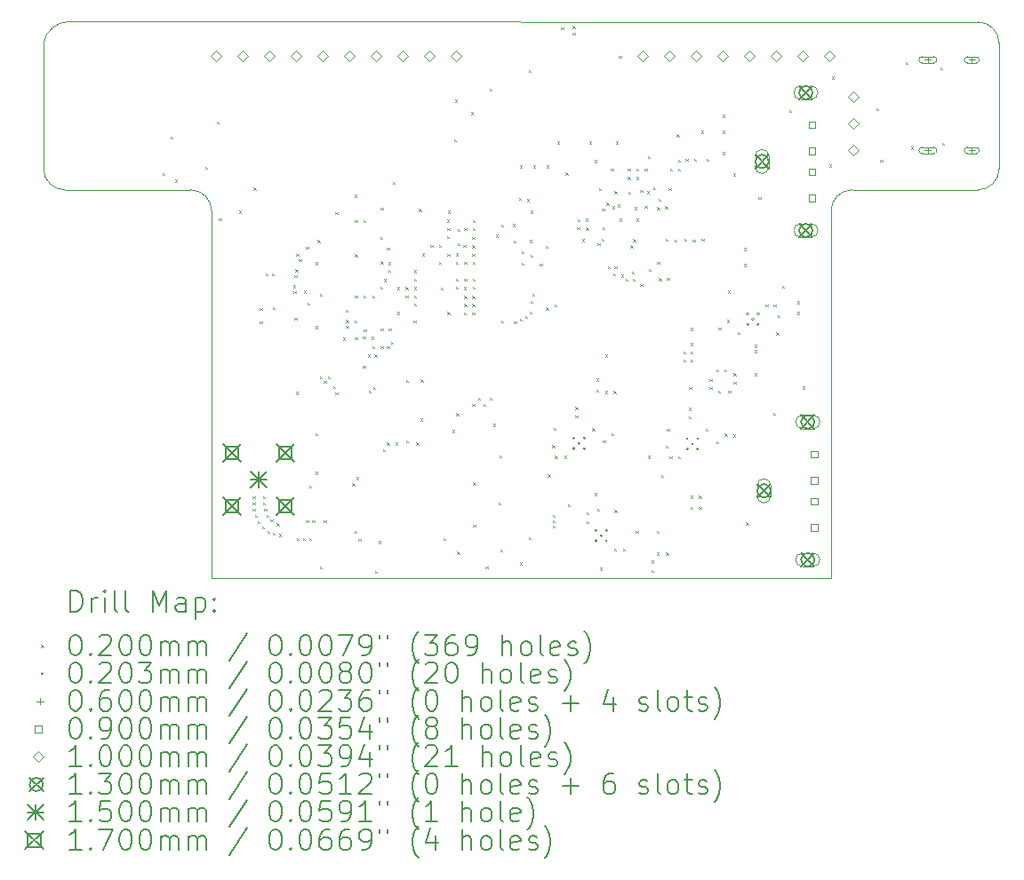
<source format=gbr>
%TF.GenerationSoftware,KiCad,Pcbnew,8.0.2-1*%
%TF.CreationDate,2024-06-14T18:01:20+02:00*%
%TF.ProjectId,hardware,68617264-7761-4726-952e-6b696361645f,rev?*%
%TF.SameCoordinates,Original*%
%TF.FileFunction,Drillmap*%
%TF.FilePolarity,Positive*%
%FSLAX45Y45*%
G04 Gerber Fmt 4.5, Leading zero omitted, Abs format (unit mm)*
G04 Created by KiCad (PCBNEW 8.0.2-1) date 2024-06-14 18:01:20*
%MOMM*%
%LPD*%
G01*
G04 APERTURE LIST*
%ADD10C,0.100000*%
%ADD11C,0.200000*%
%ADD12C,0.130000*%
%ADD13C,0.150000*%
%ADD14C,0.170000*%
G04 APERTURE END LIST*
D10*
X7900000Y-9800000D02*
X7900000Y-8600000D01*
X17000000Y-9800000D02*
X17000000Y-8600000D01*
X7900000Y-8600000D02*
G75*
G02*
X8141421Y-8396473I241420J-41420D01*
G01*
X8100000Y-10000000D02*
G75*
G02*
X7900000Y-9800000I0J200000D01*
G01*
X17000000Y-9800000D02*
G75*
G02*
X16800000Y-10000000I-200000J0D01*
G01*
X8100000Y-10000000D02*
X9300000Y-10000000D01*
X9500000Y-13704000D02*
X9500000Y-13190000D01*
X15400000Y-10200000D02*
G75*
G02*
X15600000Y-10000000I200000J0D01*
G01*
X9300000Y-10000000D02*
G75*
G02*
X9500000Y-10200000I0J-200000D01*
G01*
X15400000Y-13704000D02*
X9500000Y-13704000D01*
X9500000Y-10200000D02*
X9500000Y-12330000D01*
X15600000Y-10000000D02*
X16800000Y-10000000D01*
X15400000Y-13704000D02*
X15400000Y-10200000D01*
X16800000Y-8400000D02*
G75*
G02*
X17000000Y-8600000I0J-200000D01*
G01*
X16800000Y-8400000D02*
X8141421Y-8396472D01*
X9500000Y-12330000D02*
X9500000Y-13190000D01*
D11*
D10*
X9030000Y-9840000D02*
X9050000Y-9860000D01*
X9050000Y-9840000D02*
X9030000Y-9860000D01*
X9110000Y-9490000D02*
X9130000Y-9510000D01*
X9130000Y-9490000D02*
X9110000Y-9510000D01*
X9150000Y-9902500D02*
X9170000Y-9922500D01*
X9170000Y-9902500D02*
X9150000Y-9922500D01*
X9440000Y-9780000D02*
X9460000Y-9800000D01*
X9460000Y-9780000D02*
X9440000Y-9800000D01*
X9550000Y-9350000D02*
X9570000Y-9370000D01*
X9570000Y-9350000D02*
X9550000Y-9370000D01*
X9570000Y-10270000D02*
X9590000Y-10290000D01*
X9590000Y-10270000D02*
X9570000Y-10290000D01*
X9760000Y-10200000D02*
X9780000Y-10220000D01*
X9780000Y-10200000D02*
X9760000Y-10220000D01*
X9890000Y-12920000D02*
X9910000Y-12940000D01*
X9910000Y-12920000D02*
X9890000Y-12940000D01*
X9890000Y-12980000D02*
X9910000Y-13000000D01*
X9910000Y-12980000D02*
X9890000Y-13000000D01*
X9890000Y-13040000D02*
X9910000Y-13060000D01*
X9910000Y-13040000D02*
X9890000Y-13060000D01*
X9900000Y-9980000D02*
X9920000Y-10000000D01*
X9920000Y-9980000D02*
X9900000Y-10000000D01*
X9910000Y-13100000D02*
X9930000Y-13120000D01*
X9930000Y-13100000D02*
X9910000Y-13120000D01*
X9940000Y-13160000D02*
X9960000Y-13180000D01*
X9960000Y-13160000D02*
X9940000Y-13180000D01*
X9960000Y-11125000D02*
X9980000Y-11145000D01*
X9980000Y-11125000D02*
X9960000Y-11145000D01*
X9960000Y-11255000D02*
X9980000Y-11275000D01*
X9980000Y-11255000D02*
X9960000Y-11275000D01*
X9980000Y-13210000D02*
X10000000Y-13230000D01*
X10000000Y-13210000D02*
X9980000Y-13230000D01*
X9990000Y-12920000D02*
X10010000Y-12940000D01*
X10010000Y-12920000D02*
X9990000Y-12940000D01*
X9990000Y-12980000D02*
X10010000Y-13000000D01*
X10010000Y-12980000D02*
X9990000Y-13000000D01*
X10000000Y-13040000D02*
X10020000Y-13060000D01*
X10020000Y-13040000D02*
X10000000Y-13060000D01*
X10011853Y-10798147D02*
X10031853Y-10818147D01*
X10031853Y-10798147D02*
X10011853Y-10818147D01*
X10020000Y-13100000D02*
X10040000Y-13120000D01*
X10040000Y-13100000D02*
X10020000Y-13120000D01*
X10030000Y-13250000D02*
X10050000Y-13270000D01*
X10050000Y-13250000D02*
X10030000Y-13270000D01*
X10060000Y-13140000D02*
X10080000Y-13160000D01*
X10080000Y-13140000D02*
X10060000Y-13160000D01*
X10071905Y-10798095D02*
X10091905Y-10818095D01*
X10091905Y-10798095D02*
X10071905Y-10818095D01*
X10080000Y-11120000D02*
X10100000Y-11140000D01*
X10100000Y-11120000D02*
X10080000Y-11140000D01*
X10080000Y-13270000D02*
X10100000Y-13290000D01*
X10100000Y-13270000D02*
X10080000Y-13290000D01*
X10120000Y-13180000D02*
X10140000Y-13200000D01*
X10140000Y-13180000D02*
X10120000Y-13200000D01*
X10140000Y-13280000D02*
X10160000Y-13300000D01*
X10160000Y-13280000D02*
X10140000Y-13300000D01*
X10279090Y-10909090D02*
X10299090Y-10929090D01*
X10299090Y-10909090D02*
X10279090Y-10929090D01*
X10280313Y-10964077D02*
X10300313Y-10984077D01*
X10300313Y-10964077D02*
X10280313Y-10984077D01*
X10289423Y-10813234D02*
X10309423Y-10833234D01*
X10309423Y-10813234D02*
X10289423Y-10833234D01*
X10290000Y-11220000D02*
X10310000Y-11240000D01*
X10310000Y-11220000D02*
X10290000Y-11240000D01*
X10299090Y-10759090D02*
X10319090Y-10779090D01*
X10319090Y-10759090D02*
X10299090Y-10779090D01*
X10302400Y-11928000D02*
X10322400Y-11948000D01*
X10322400Y-11928000D02*
X10302400Y-11948000D01*
X10307500Y-10610000D02*
X10327500Y-10630000D01*
X10327500Y-10610000D02*
X10307500Y-10630000D01*
X10310000Y-13320000D02*
X10330000Y-13340000D01*
X10330000Y-13320000D02*
X10310000Y-13340000D01*
X10332508Y-10662126D02*
X10352508Y-10682126D01*
X10352508Y-10662126D02*
X10332508Y-10682126D01*
X10370000Y-13320000D02*
X10390000Y-13340000D01*
X10390000Y-13320000D02*
X10370000Y-13340000D01*
X10380000Y-10960000D02*
X10400000Y-10980000D01*
X10400000Y-10960000D02*
X10380000Y-10980000D01*
X10400000Y-10540000D02*
X10420000Y-10560000D01*
X10420000Y-10540000D02*
X10400000Y-10560000D01*
X10400000Y-13150000D02*
X10420000Y-13170000D01*
X10420000Y-13150000D02*
X10400000Y-13170000D01*
X10410000Y-11077500D02*
X10430000Y-11097500D01*
X10430000Y-11077500D02*
X10410000Y-11097500D01*
X10430000Y-13320000D02*
X10450000Y-13340000D01*
X10450000Y-13320000D02*
X10430000Y-13340000D01*
X10430779Y-12820000D02*
X10450779Y-12840000D01*
X10450779Y-12820000D02*
X10430779Y-12840000D01*
X10460000Y-13150000D02*
X10480000Y-13170000D01*
X10480000Y-13150000D02*
X10460000Y-13170000D01*
X10490000Y-10690000D02*
X10510000Y-10710000D01*
X10510000Y-10690000D02*
X10490000Y-10710000D01*
X10490000Y-11300000D02*
X10510000Y-11320000D01*
X10510000Y-11300000D02*
X10490000Y-11320000D01*
X10490000Y-12320000D02*
X10510000Y-12340000D01*
X10510000Y-12320000D02*
X10490000Y-12340000D01*
X10490000Y-12690000D02*
X10510000Y-12710000D01*
X10510000Y-12690000D02*
X10490000Y-12710000D01*
X10510000Y-10480000D02*
X10530000Y-10500000D01*
X10530000Y-10480000D02*
X10510000Y-10500000D01*
X10528440Y-11780000D02*
X10548440Y-11800000D01*
X10548440Y-11780000D02*
X10528440Y-11800000D01*
X10530000Y-10990000D02*
X10550000Y-11010000D01*
X10550000Y-10990000D02*
X10530000Y-11010000D01*
X10530000Y-13590000D02*
X10550000Y-13610000D01*
X10550000Y-13590000D02*
X10530000Y-13610000D01*
X10570000Y-11820000D02*
X10590000Y-11840000D01*
X10590000Y-11820000D02*
X10570000Y-11840000D01*
X10570000Y-13150000D02*
X10590000Y-13170000D01*
X10590000Y-13150000D02*
X10570000Y-13170000D01*
X10609092Y-11780746D02*
X10629092Y-11800746D01*
X10629092Y-11780746D02*
X10609092Y-11800746D01*
X10660000Y-11870000D02*
X10680000Y-11890000D01*
X10680000Y-11870000D02*
X10660000Y-11890000D01*
X10680000Y-10210000D02*
X10700000Y-10230000D01*
X10700000Y-10210000D02*
X10680000Y-10230000D01*
X10680000Y-11930000D02*
X10700000Y-11950000D01*
X10700000Y-11930000D02*
X10680000Y-11950000D01*
X10750000Y-11410000D02*
X10770000Y-11430000D01*
X10770000Y-11410000D02*
X10750000Y-11430000D01*
X10775819Y-11141225D02*
X10795819Y-11161225D01*
X10795819Y-11141225D02*
X10775819Y-11161225D01*
X10780000Y-11240000D02*
X10800000Y-11260000D01*
X10800000Y-11240000D02*
X10780000Y-11260000D01*
X10780000Y-11296530D02*
X10800000Y-11316530D01*
X10800000Y-11296530D02*
X10780000Y-11316530D01*
X10840000Y-12800000D02*
X10860000Y-12820000D01*
X10860000Y-12800000D02*
X10840000Y-12820000D01*
X10859220Y-13250000D02*
X10879220Y-13270000D01*
X10879220Y-13250000D02*
X10859220Y-13270000D01*
X10861200Y-10048400D02*
X10881200Y-10068400D01*
X10881200Y-10048400D02*
X10861200Y-10068400D01*
X10862965Y-11242889D02*
X10882965Y-11262889D01*
X10882965Y-11242889D02*
X10862965Y-11262889D01*
X10863740Y-10289700D02*
X10883740Y-10309700D01*
X10883740Y-10289700D02*
X10863740Y-10309700D01*
X10863740Y-11005980D02*
X10883740Y-11025980D01*
X10883740Y-11005980D02*
X10863740Y-11025980D01*
X10865720Y-10613373D02*
X10885720Y-10633373D01*
X10885720Y-10613373D02*
X10865720Y-10633373D01*
X10866607Y-11406530D02*
X10886607Y-11426530D01*
X10886607Y-11406530D02*
X10866607Y-11426530D01*
X10880000Y-12740000D02*
X10900000Y-12760000D01*
X10900000Y-12740000D02*
X10880000Y-12760000D01*
X10899220Y-13330000D02*
X10919220Y-13350000D01*
X10919220Y-13330000D02*
X10899220Y-13350000D01*
X10940000Y-11400000D02*
X10960000Y-11420000D01*
X10960000Y-11400000D02*
X10940000Y-11420000D01*
X10941716Y-11678284D02*
X10961716Y-11698284D01*
X10961716Y-11678284D02*
X10941716Y-11698284D01*
X10945020Y-10287160D02*
X10965020Y-10307160D01*
X10965020Y-10287160D02*
X10945020Y-10307160D01*
X10945020Y-11007300D02*
X10965020Y-11027300D01*
X10965020Y-11007300D02*
X10945020Y-11027300D01*
X10950000Y-11330000D02*
X10970000Y-11350000D01*
X10970000Y-11330000D02*
X10950000Y-11350000D01*
X10990000Y-11570000D02*
X11010000Y-11590000D01*
X11010000Y-11570000D02*
X10990000Y-11590000D01*
X10995333Y-11916448D02*
X11015333Y-11936448D01*
X11015333Y-11916448D02*
X10995333Y-11936448D01*
X11022965Y-11402889D02*
X11042965Y-11422889D01*
X11042965Y-11402889D02*
X11022965Y-11422889D01*
X11027570Y-11008520D02*
X11047570Y-11028520D01*
X11047570Y-11008520D02*
X11027570Y-11028520D01*
X11029400Y-11489386D02*
X11049400Y-11509386D01*
X11049400Y-11489386D02*
X11029400Y-11509386D01*
X11040000Y-11880000D02*
X11060000Y-11900000D01*
X11060000Y-11880000D02*
X11040000Y-11900000D01*
X11050000Y-11570000D02*
X11070000Y-11590000D01*
X11070000Y-11570000D02*
X11050000Y-11590000D01*
X11054496Y-13632944D02*
X11074496Y-13652944D01*
X11074496Y-13632944D02*
X11054496Y-13652944D01*
X11090000Y-13350000D02*
X11110000Y-13370000D01*
X11110000Y-13350000D02*
X11090000Y-13370000D01*
X11105040Y-10447180D02*
X11125040Y-10467180D01*
X11125040Y-10447180D02*
X11105040Y-10467180D01*
X11105040Y-10924700D02*
X11125040Y-10944700D01*
X11125040Y-10924700D02*
X11105040Y-10944700D01*
X11109400Y-11489386D02*
X11129400Y-11509386D01*
X11129400Y-11489386D02*
X11109400Y-11509386D01*
X11110000Y-10170000D02*
X11130000Y-10190000D01*
X11130000Y-10170000D02*
X11110000Y-10190000D01*
X11110000Y-11320000D02*
X11130000Y-11340000D01*
X11130000Y-11320000D02*
X11110000Y-11340000D01*
X11110120Y-10683400D02*
X11130120Y-10703400D01*
X11130120Y-10683400D02*
X11110120Y-10703400D01*
X11130000Y-12470000D02*
X11150000Y-12490000D01*
X11150000Y-12470000D02*
X11130000Y-12490000D01*
X11139584Y-10851040D02*
X11159584Y-10871040D01*
X11159584Y-10851040D02*
X11139584Y-10871040D01*
X11169810Y-10552590D02*
X11189810Y-10572590D01*
X11189810Y-10552590D02*
X11169810Y-10572590D01*
X11170000Y-12410000D02*
X11190000Y-12430000D01*
X11190000Y-12410000D02*
X11170000Y-12430000D01*
X11171108Y-11491981D02*
X11191108Y-11511981D01*
X11191108Y-11491981D02*
X11171108Y-11511981D01*
X11181240Y-10691020D02*
X11201240Y-10711020D01*
X11201240Y-10691020D02*
X11181240Y-10711020D01*
X11183780Y-10764680D02*
X11203780Y-10784680D01*
X11203780Y-10764680D02*
X11183780Y-10784680D01*
X11187737Y-11322116D02*
X11207737Y-11342116D01*
X11207737Y-11322116D02*
X11187737Y-11342116D01*
X11210000Y-11450000D02*
X11230000Y-11470000D01*
X11230000Y-11450000D02*
X11210000Y-11470000D01*
X11226960Y-9926480D02*
X11246960Y-9946480D01*
X11246960Y-9926480D02*
X11226960Y-9946480D01*
X11250000Y-12410000D02*
X11270000Y-12430000D01*
X11270000Y-12410000D02*
X11250000Y-12430000D01*
X11265060Y-10927240D02*
X11285060Y-10947240D01*
X11285060Y-10927240D02*
X11265060Y-10947240D01*
X11265060Y-11166000D02*
X11285060Y-11186000D01*
X11285060Y-11166000D02*
X11265060Y-11186000D01*
X11346340Y-10928510D02*
X11366340Y-10948510D01*
X11366340Y-10928510D02*
X11346340Y-10948510D01*
X11346340Y-11007250D02*
X11366340Y-11027250D01*
X11366340Y-11007250D02*
X11346340Y-11027250D01*
X11350000Y-11810000D02*
X11370000Y-11830000D01*
X11370000Y-11810000D02*
X11350000Y-11830000D01*
X11350000Y-12390000D02*
X11370000Y-12410000D01*
X11370000Y-12390000D02*
X11350000Y-12410000D01*
X11423562Y-11247528D02*
X11443562Y-11267528D01*
X11443562Y-11247528D02*
X11423562Y-11267528D01*
X11426350Y-10765950D02*
X11446350Y-10785950D01*
X11446350Y-10765950D02*
X11426350Y-10785950D01*
X11426350Y-10845960D02*
X11446350Y-10865960D01*
X11446350Y-10845960D02*
X11426350Y-10865960D01*
X11426350Y-10927240D02*
X11446350Y-10947240D01*
X11446350Y-10927240D02*
X11426350Y-10947240D01*
X11427620Y-11005980D02*
X11447620Y-11025980D01*
X11447620Y-11005980D02*
X11427620Y-11025980D01*
X11427620Y-11082180D02*
X11447620Y-11102180D01*
X11447620Y-11082180D02*
X11427620Y-11102180D01*
X11450000Y-12410000D02*
X11470000Y-12430000D01*
X11470000Y-12410000D02*
X11450000Y-12430000D01*
X11473340Y-10183020D02*
X11493340Y-10203020D01*
X11493340Y-10183020D02*
X11473340Y-10203020D01*
X11490000Y-12180000D02*
X11510000Y-12200000D01*
X11510000Y-12180000D02*
X11490000Y-12200000D01*
X11491136Y-11806595D02*
X11511136Y-11826595D01*
X11511136Y-11806595D02*
X11491136Y-11826595D01*
X11506360Y-10607200D02*
X11526360Y-10627200D01*
X11526360Y-10607200D02*
X11506360Y-10627200D01*
X11583830Y-10527190D02*
X11603830Y-10547190D01*
X11603830Y-10527190D02*
X11583830Y-10547190D01*
X11666380Y-10525920D02*
X11686380Y-10545920D01*
X11686380Y-10525920D02*
X11666380Y-10545920D01*
X11667650Y-10685940D02*
X11687650Y-10705940D01*
X11687650Y-10685940D02*
X11667650Y-10705940D01*
X11680000Y-10930000D02*
X11700000Y-10950000D01*
X11700000Y-10930000D02*
X11680000Y-10950000D01*
X11710000Y-13320000D02*
X11730000Y-13340000D01*
X11730000Y-13320000D02*
X11710000Y-13340000D01*
X11742965Y-10282889D02*
X11762965Y-10302889D01*
X11762965Y-10282889D02*
X11742965Y-10302889D01*
X11742965Y-10442889D02*
X11762965Y-10462889D01*
X11762965Y-10442889D02*
X11742965Y-10462889D01*
X11745882Y-11164730D02*
X11765882Y-11184730D01*
X11765882Y-11164730D02*
X11745882Y-11184730D01*
X11746400Y-10362116D02*
X11766400Y-10382116D01*
X11766400Y-10362116D02*
X11746400Y-10382116D01*
X11746400Y-10609740D02*
X11766400Y-10629740D01*
X11766400Y-10609740D02*
X11746400Y-10629740D01*
X11750000Y-10200000D02*
X11770000Y-10220000D01*
X11770000Y-10200000D02*
X11750000Y-10220000D01*
X11790000Y-12290000D02*
X11810000Y-12310000D01*
X11810000Y-12290000D02*
X11790000Y-12310000D01*
X11810000Y-9520000D02*
X11830000Y-9540000D01*
X11830000Y-9520000D02*
X11810000Y-9540000D01*
X11820000Y-9140000D02*
X11840000Y-9160000D01*
X11840000Y-9140000D02*
X11820000Y-9160000D01*
X11826400Y-10607100D02*
X11846400Y-10627100D01*
X11846400Y-10607100D02*
X11826400Y-10627100D01*
X11826400Y-10685940D02*
X11846400Y-10705940D01*
X11846400Y-10685940D02*
X11826400Y-10705940D01*
X11826400Y-10845960D02*
X11846400Y-10865960D01*
X11846400Y-10845960D02*
X11826400Y-10865960D01*
X11826400Y-10924700D02*
X11846400Y-10944700D01*
X11846400Y-10924700D02*
X11826400Y-10944700D01*
X11830000Y-12130000D02*
X11850000Y-12150000D01*
X11850000Y-12130000D02*
X11830000Y-12150000D01*
X11840000Y-13450000D02*
X11860000Y-13470000D01*
X11860000Y-13450000D02*
X11840000Y-13470000D01*
X11842500Y-10373128D02*
X11862500Y-10393128D01*
X11862500Y-10373128D02*
X11842500Y-10393128D01*
X11842500Y-10510896D02*
X11862500Y-10530896D01*
X11862500Y-10510896D02*
X11842500Y-10530896D01*
X11899234Y-10526360D02*
X11919234Y-10546360D01*
X11919234Y-10526360D02*
X11899234Y-10546360D01*
X11902600Y-10927240D02*
X11922600Y-10947240D01*
X11922600Y-10927240D02*
X11902600Y-10947240D01*
X11902600Y-11168540D02*
X11922600Y-11188540D01*
X11922600Y-11168540D02*
X11902600Y-11188540D01*
X11905140Y-10366408D02*
X11925140Y-10386408D01*
X11925140Y-10366408D02*
X11905140Y-10386408D01*
X11905140Y-10845960D02*
X11925140Y-10865960D01*
X11925140Y-10845960D02*
X11905140Y-10865960D01*
X11905140Y-11011060D02*
X11925140Y-11031060D01*
X11925140Y-11011060D02*
X11905140Y-11031060D01*
X11905140Y-11087260D02*
X11925140Y-11107260D01*
X11925140Y-11087260D02*
X11905140Y-11107260D01*
X11907680Y-10685940D02*
X11927680Y-10705940D01*
X11927680Y-10685940D02*
X11907680Y-10705940D01*
X11970000Y-9260000D02*
X11990000Y-9280000D01*
X11990000Y-9260000D02*
X11970000Y-9280000D01*
X11981340Y-10447180D02*
X12001340Y-10467180D01*
X12001340Y-10447180D02*
X11981340Y-10467180D01*
X11981340Y-11011060D02*
X12001340Y-11031060D01*
X12001340Y-11011060D02*
X11981340Y-11031060D01*
X11981340Y-11087260D02*
X12001340Y-11107260D01*
X12001340Y-11087260D02*
X11981340Y-11107260D01*
X11981340Y-12042300D02*
X12001340Y-12062300D01*
X12001340Y-12042300D02*
X11981340Y-12062300D01*
X11982610Y-10608470D02*
X12002610Y-10628470D01*
X12002610Y-10608470D02*
X11982610Y-10628470D01*
X11983880Y-10528460D02*
X12003880Y-10548460D01*
X12003880Y-10528460D02*
X11983880Y-10548460D01*
X11983880Y-11168540D02*
X12003880Y-11188540D01*
X12003880Y-11168540D02*
X11983880Y-11188540D01*
X11984896Y-10365900D02*
X12004896Y-10385900D01*
X12004896Y-10365900D02*
X11984896Y-10385900D01*
X11985441Y-10844700D02*
X12005441Y-10864700D01*
X12005441Y-10844700D02*
X11985441Y-10864700D01*
X11986420Y-10289700D02*
X12006420Y-10309700D01*
X12006420Y-10289700D02*
X11986420Y-10309700D01*
X11986420Y-10685940D02*
X12006420Y-10705940D01*
X12006420Y-10685940D02*
X11986420Y-10705940D01*
X11986420Y-10924700D02*
X12006420Y-10944700D01*
X12006420Y-10924700D02*
X11986420Y-10944700D01*
X11990000Y-12790000D02*
X12010000Y-12810000D01*
X12010000Y-12790000D02*
X11990000Y-12810000D01*
X11990000Y-13190000D02*
X12010000Y-13210000D01*
X12010000Y-13190000D02*
X11990000Y-13210000D01*
X12035950Y-11980070D02*
X12055950Y-12000070D01*
X12055950Y-11980070D02*
X12035950Y-12000070D01*
X12090560Y-12042300D02*
X12110560Y-12062300D01*
X12110560Y-12042300D02*
X12090560Y-12062300D01*
X12110000Y-13590000D02*
X12130000Y-13610000D01*
X12130000Y-13590000D02*
X12110000Y-13610000D01*
X12147710Y-11980070D02*
X12167710Y-12000070D01*
X12167710Y-11980070D02*
X12147710Y-12000070D01*
X12150000Y-9037500D02*
X12170000Y-9057500D01*
X12170000Y-9037500D02*
X12150000Y-9057500D01*
X12182000Y-12232800D02*
X12202000Y-12252800D01*
X12202000Y-12232800D02*
X12182000Y-12252800D01*
X12204860Y-10426860D02*
X12224860Y-10446860D01*
X12224860Y-10426860D02*
X12204860Y-10446860D01*
X12230000Y-12980000D02*
X12250000Y-13000000D01*
X12250000Y-12980000D02*
X12230000Y-13000000D01*
X12242960Y-12532520D02*
X12262960Y-12552520D01*
X12262960Y-12532520D02*
X12242960Y-12552520D01*
X12247500Y-13430000D02*
X12267500Y-13450000D01*
X12267500Y-13430000D02*
X12247500Y-13450000D01*
X12256930Y-11244740D02*
X12276930Y-11264740D01*
X12276930Y-11244740D02*
X12256930Y-11264740D01*
X12258200Y-10330340D02*
X12278200Y-10350340D01*
X12278200Y-10330340D02*
X12258200Y-10350340D01*
X12367420Y-10327800D02*
X12387420Y-10347800D01*
X12387420Y-10327800D02*
X12367420Y-10347800D01*
X12375040Y-10481879D02*
X12395040Y-10501879D01*
X12395040Y-10481879D02*
X12375040Y-10501879D01*
X12380120Y-11254256D02*
X12400120Y-11274256D01*
X12400120Y-11254256D02*
X12380120Y-11274256D01*
X12428724Y-10076684D02*
X12448724Y-10096684D01*
X12448724Y-10076684D02*
X12428724Y-10096684D01*
X12433302Y-11229255D02*
X12453302Y-11249255D01*
X12453302Y-11229255D02*
X12433302Y-11249255D01*
X12436000Y-9769000D02*
X12456000Y-9789000D01*
X12456000Y-9769000D02*
X12436000Y-9789000D01*
X12436000Y-13553600D02*
X12456000Y-13573600D01*
X12456000Y-13553600D02*
X12436000Y-13573600D01*
X12451240Y-10586880D02*
X12471240Y-10606880D01*
X12471240Y-10586880D02*
X12451240Y-10606880D01*
X12454386Y-10694806D02*
X12474386Y-10714806D01*
X12474386Y-10694806D02*
X12454386Y-10714806D01*
X12486730Y-11202200D02*
X12506730Y-11222200D01*
X12506730Y-11202200D02*
X12486730Y-11222200D01*
X12504580Y-10089040D02*
X12524580Y-10109040D01*
X12524580Y-10089040D02*
X12504580Y-10109040D01*
X12520000Y-13310000D02*
X12540000Y-13330000D01*
X12540000Y-13310000D02*
X12520000Y-13330000D01*
X12521109Y-8858891D02*
X12541109Y-8878891D01*
X12541109Y-8858891D02*
X12521109Y-8878891D01*
X12526170Y-11162190D02*
X12546170Y-11182190D01*
X12546170Y-11162190D02*
X12526170Y-11182190D01*
X12529980Y-10477660D02*
X12549980Y-10497660D01*
X12549980Y-10477660D02*
X12529980Y-10497660D01*
X12535060Y-11056780D02*
X12555060Y-11076780D01*
X12555060Y-11056780D02*
X12535060Y-11076780D01*
X12537600Y-10200800D02*
X12557600Y-10220800D01*
X12557600Y-10200800D02*
X12537600Y-10220800D01*
X12538870Y-10617360D02*
X12558870Y-10637360D01*
X12558870Y-10617360D02*
X12538870Y-10637360D01*
X12553620Y-10992500D02*
X12573620Y-11012500D01*
X12573620Y-10992500D02*
X12553620Y-11012500D01*
X12563000Y-9769000D02*
X12583000Y-9789000D01*
X12583000Y-9769000D02*
X12563000Y-9789000D01*
X12627140Y-10701820D02*
X12647140Y-10721820D01*
X12647140Y-10701820D02*
X12627140Y-10721820D01*
X12683528Y-10533421D02*
X12703528Y-10553421D01*
X12703528Y-10533421D02*
X12683528Y-10553421D01*
X12686075Y-11120920D02*
X12706075Y-11140920D01*
X12706075Y-11120920D02*
X12686075Y-11140920D01*
X12690000Y-9769000D02*
X12710000Y-9789000D01*
X12710000Y-9769000D02*
X12690000Y-9789000D01*
X12703380Y-12713540D02*
X12723380Y-12733540D01*
X12723380Y-12713540D02*
X12703380Y-12733540D01*
X12745880Y-12433460D02*
X12765880Y-12453460D01*
X12765880Y-12433460D02*
X12745880Y-12453460D01*
X12750000Y-13100000D02*
X12770000Y-13120000D01*
X12770000Y-13100000D02*
X12750000Y-13120000D01*
X12750000Y-13150000D02*
X12770000Y-13170000D01*
X12770000Y-13150000D02*
X12750000Y-13170000D01*
X12750000Y-13200000D02*
X12770000Y-13220000D01*
X12770000Y-13200000D02*
X12750000Y-13220000D01*
X12756040Y-12270900D02*
X12776040Y-12290900D01*
X12776040Y-12270900D02*
X12756040Y-12290900D01*
X12766200Y-11092980D02*
X12786200Y-11112980D01*
X12786200Y-11092980D02*
X12766200Y-11112980D01*
X12771280Y-12537600D02*
X12791280Y-12557600D01*
X12791280Y-12537600D02*
X12771280Y-12557600D01*
X12791600Y-9540400D02*
X12811600Y-9560400D01*
X12811600Y-9540400D02*
X12791600Y-9560400D01*
X12830000Y-8450000D02*
X12850000Y-8470000D01*
X12850000Y-8450000D02*
X12830000Y-8470000D01*
X12860180Y-12537600D02*
X12880180Y-12557600D01*
X12880180Y-12537600D02*
X12860180Y-12557600D01*
X12872880Y-9836345D02*
X12892880Y-9856345D01*
X12892880Y-9836345D02*
X12872880Y-9856345D01*
X12893282Y-12999544D02*
X12913282Y-13019544D01*
X12913282Y-12999544D02*
X12893282Y-13019544D01*
X12939721Y-8437500D02*
X12959721Y-8457500D01*
X12959721Y-8437500D02*
X12939721Y-8457500D01*
X12939721Y-8502500D02*
X12959721Y-8522500D01*
X12959721Y-8502500D02*
X12939721Y-8522500D01*
X12964320Y-12068970D02*
X12984320Y-12088970D01*
X12984320Y-12068970D02*
X12964320Y-12088970D01*
X12964320Y-12151520D02*
X12984320Y-12171520D01*
X12984320Y-12151520D02*
X12964320Y-12171520D01*
X12982100Y-10358280D02*
X13002100Y-10378280D01*
X13002100Y-10358280D02*
X12982100Y-10378280D01*
X12984193Y-10277447D02*
X13004193Y-10297447D01*
X13004193Y-10277447D02*
X12984193Y-10297447D01*
X13027820Y-10470040D02*
X13047820Y-10490040D01*
X13047820Y-10470040D02*
X13027820Y-10490040D01*
X13062880Y-10276177D02*
X13082880Y-10296177D01*
X13082880Y-10276177D02*
X13062880Y-10296177D01*
X13065522Y-10358822D02*
X13085522Y-10378822D01*
X13085522Y-10358822D02*
X13065522Y-10378822D01*
X13069222Y-13156344D02*
X13089222Y-13176344D01*
X13089222Y-13156344D02*
X13069222Y-13176344D01*
X13069730Y-13076080D02*
X13089730Y-13096080D01*
X13089730Y-13076080D02*
X13069730Y-13096080D01*
X13096400Y-9540400D02*
X13116400Y-9560400D01*
X13116400Y-9540400D02*
X13096400Y-9560400D01*
X13126880Y-12273440D02*
X13146880Y-12293440D01*
X13146880Y-12273440D02*
X13126880Y-12293440D01*
X13147200Y-9718200D02*
X13167200Y-9738200D01*
X13167200Y-9718200D02*
X13147200Y-9738200D01*
X13147200Y-12893200D02*
X13167200Y-12913200D01*
X13167200Y-12893200D02*
X13147200Y-12913200D01*
X13162440Y-11801000D02*
X13182440Y-11821000D01*
X13182440Y-11801000D02*
X13162440Y-11821000D01*
X13162440Y-11906410D02*
X13182440Y-11926410D01*
X13182440Y-11906410D02*
X13162440Y-11926410D01*
X13173362Y-13042044D02*
X13193362Y-13062044D01*
X13193362Y-13042044D02*
X13173362Y-13062044D01*
X13175140Y-10506880D02*
X13195140Y-10526880D01*
X13195140Y-10506880D02*
X13175140Y-10526880D01*
X13190380Y-9982360D02*
X13210380Y-10002360D01*
X13210380Y-9982360D02*
X13190380Y-10002360D01*
X13198000Y-13604400D02*
X13218000Y-13624400D01*
X13218000Y-13604400D02*
X13198000Y-13624400D01*
X13215780Y-10463690D02*
X13235780Y-10483690D01*
X13235780Y-10463690D02*
X13215780Y-10483690D01*
X13218320Y-10180480D02*
X13238320Y-10200480D01*
X13238320Y-10180480D02*
X13218320Y-10200480D01*
X13221345Y-10354793D02*
X13241345Y-10374793D01*
X13241345Y-10354793D02*
X13221345Y-10374793D01*
X13225940Y-12390280D02*
X13245940Y-12410280D01*
X13245940Y-12390280D02*
X13225940Y-12410280D01*
X13246260Y-11917840D02*
X13266260Y-11937840D01*
X13266260Y-11917840D02*
X13246260Y-11937840D01*
X13248800Y-11572400D02*
X13268800Y-11592400D01*
X13268800Y-11572400D02*
X13248800Y-11592400D01*
X13261500Y-10122060D02*
X13281500Y-10142060D01*
X13281500Y-10122060D02*
X13261500Y-10142060D01*
X13272991Y-10726348D02*
X13292991Y-10746348D01*
X13292991Y-10726348D02*
X13272991Y-10746348D01*
X13304680Y-9795670D02*
X13324680Y-9815670D01*
X13324680Y-9795670D02*
X13304680Y-9815670D01*
X13307220Y-12319160D02*
X13327220Y-12339160D01*
X13327220Y-12319160D02*
X13307220Y-12339160D01*
X13317380Y-10157620D02*
X13337380Y-10177620D01*
X13337380Y-10157620D02*
X13317380Y-10177620D01*
X13326343Y-10796598D02*
X13346343Y-10816598D01*
X13346343Y-10796598D02*
X13326343Y-10816598D01*
X13330080Y-11917840D02*
X13350080Y-11937840D01*
X13350080Y-11917840D02*
X13330080Y-11937840D01*
X13333382Y-13423044D02*
X13353382Y-13443044D01*
X13353382Y-13423044D02*
X13333382Y-13443044D01*
X13335922Y-13052204D02*
X13355922Y-13072204D01*
X13355922Y-13052204D02*
X13335922Y-13072204D01*
X13336430Y-10011570D02*
X13356430Y-10031570D01*
X13356430Y-10011570D02*
X13336430Y-10031570D01*
X13337965Y-10726609D02*
X13357965Y-10746609D01*
X13357965Y-10726609D02*
X13337965Y-10746609D01*
X13350400Y-9540400D02*
X13370400Y-9560400D01*
X13370400Y-9540400D02*
X13350400Y-9560400D01*
X13369390Y-10139734D02*
X13389390Y-10159734D01*
X13389390Y-10139734D02*
X13369390Y-10159734D01*
X13380000Y-8720000D02*
X13400000Y-8740000D01*
X13400000Y-8720000D02*
X13380000Y-8740000D01*
X13384060Y-10277000D02*
X13404060Y-10297000D01*
X13404060Y-10277000D02*
X13384060Y-10297000D01*
X13398660Y-10810400D02*
X13418660Y-10830400D01*
X13418660Y-10810400D02*
X13398660Y-10830400D01*
X13418980Y-13422790D02*
X13438980Y-13442790D01*
X13438980Y-13422790D02*
X13418980Y-13442790D01*
X13441840Y-10846600D02*
X13461840Y-10866600D01*
X13461840Y-10846600D02*
X13441840Y-10866600D01*
X13464060Y-9876457D02*
X13484060Y-9896457D01*
X13484060Y-9876457D02*
X13464060Y-9896457D01*
X13465658Y-9798969D02*
X13485658Y-9818969D01*
X13485658Y-9798969D02*
X13465658Y-9818969D01*
X13468510Y-10016650D02*
X13488510Y-10036650D01*
X13488510Y-10016650D02*
X13468510Y-10036650D01*
X13489061Y-10528657D02*
X13509061Y-10548657D01*
X13509061Y-10528657D02*
X13489061Y-10548657D01*
X13500768Y-10777888D02*
X13520768Y-10797888D01*
X13520768Y-10777888D02*
X13500768Y-10797888D01*
X13510420Y-10845960D02*
X13530420Y-10865960D01*
X13530420Y-10845960D02*
X13510420Y-10865960D01*
X13516008Y-10470548D02*
X13536008Y-10490548D01*
X13536008Y-10470548D02*
X13516008Y-10490548D01*
X13525419Y-10165240D02*
X13545419Y-10185240D01*
X13545419Y-10165240D02*
X13525419Y-10185240D01*
X13540000Y-13250000D02*
X13560000Y-13270000D01*
X13560000Y-13250000D02*
X13540000Y-13270000D01*
X13543033Y-9876320D02*
X13563033Y-9896320D01*
X13563033Y-9876320D02*
X13543033Y-9896320D01*
X13543586Y-10276849D02*
X13563586Y-10296849D01*
X13563586Y-10276849D02*
X13543586Y-10296849D01*
X13544851Y-9798116D02*
X13564851Y-9818116D01*
X13564851Y-9798116D02*
X13544851Y-9818116D01*
X13584080Y-10000140D02*
X13604080Y-10020140D01*
X13604080Y-10000140D02*
X13584080Y-10020140D01*
X13584080Y-10896760D02*
X13604080Y-10916760D01*
X13604080Y-10896760D02*
X13584080Y-10916760D01*
X13624212Y-10154592D02*
X13644212Y-10174592D01*
X13644212Y-10154592D02*
X13624212Y-10174592D01*
X13624850Y-9794526D02*
X13644850Y-9814526D01*
X13644850Y-9794526D02*
X13624850Y-9814526D01*
X13647072Y-10014364D02*
X13667072Y-10034364D01*
X13667072Y-10014364D02*
X13647072Y-10034364D01*
X13655200Y-9677560D02*
X13675200Y-9697560D01*
X13675200Y-9677560D02*
X13655200Y-9697560D01*
X13655200Y-12537600D02*
X13675200Y-12557600D01*
X13675200Y-12537600D02*
X13655200Y-12557600D01*
X13662820Y-10754520D02*
X13682820Y-10774520D01*
X13682820Y-10754520D02*
X13662820Y-10774520D01*
X13688982Y-13535820D02*
X13708982Y-13555820D01*
X13708982Y-13535820D02*
X13688982Y-13555820D01*
X13688982Y-13626244D02*
X13708982Y-13646244D01*
X13708982Y-13626244D02*
X13688982Y-13646244D01*
X13707270Y-9973470D02*
X13727270Y-9993470D01*
X13727270Y-9973470D02*
X13707270Y-9993470D01*
X13737750Y-13458350D02*
X13757750Y-13478350D01*
X13757750Y-13458350D02*
X13737750Y-13478350D01*
X13740000Y-13250000D02*
X13760000Y-13270000D01*
X13760000Y-13250000D02*
X13740000Y-13270000D01*
X13743084Y-10686347D02*
X13763084Y-10706347D01*
X13763084Y-10686347D02*
X13743084Y-10706347D01*
X13745295Y-10166435D02*
X13765295Y-10186435D01*
X13765295Y-10166435D02*
X13745295Y-10186435D01*
X13755530Y-10083960D02*
X13775530Y-10103960D01*
X13775530Y-10083960D02*
X13755530Y-10103960D01*
X13759340Y-10843420D02*
X13779340Y-10863420D01*
X13779340Y-10843420D02*
X13759340Y-10863420D01*
X13783642Y-12718766D02*
X13803642Y-12738766D01*
X13803642Y-12718766D02*
X13783642Y-12738766D01*
X13820300Y-10157620D02*
X13840300Y-10177620D01*
X13840300Y-10157620D02*
X13820300Y-10177620D01*
X13822840Y-10464960D02*
X13842840Y-10484960D01*
X13842840Y-10464960D02*
X13822840Y-10484960D01*
X13826142Y-12438686D02*
X13846142Y-12458686D01*
X13846142Y-12438686D02*
X13826142Y-12458686D01*
X13827920Y-13458350D02*
X13847920Y-13478350D01*
X13847920Y-13458350D02*
X13827920Y-13478350D01*
X13835540Y-10838340D02*
X13855540Y-10858340D01*
X13855540Y-10838340D02*
X13835540Y-10858340D01*
X13836302Y-12276126D02*
X13856302Y-12296126D01*
X13856302Y-12276126D02*
X13836302Y-12296126D01*
X13853320Y-9984900D02*
X13873320Y-10004900D01*
X13873320Y-9984900D02*
X13853320Y-10004900D01*
X13863480Y-12542680D02*
X13883480Y-12562680D01*
X13883480Y-12542680D02*
X13863480Y-12562680D01*
X13864234Y-9795153D02*
X13884234Y-9815153D01*
X13884234Y-9795153D02*
X13864234Y-9815153D01*
X13908692Y-10475120D02*
X13928692Y-10495120D01*
X13928692Y-10475120D02*
X13908692Y-10495120D01*
X13930790Y-9472200D02*
X13950790Y-9492200D01*
X13950790Y-9472200D02*
X13930790Y-9492200D01*
X13940442Y-12542826D02*
X13960442Y-12562826D01*
X13960442Y-12542826D02*
X13940442Y-12562826D01*
X13944760Y-9713120D02*
X13964760Y-9733120D01*
X13964760Y-9713120D02*
X13944760Y-9733120D01*
X13944916Y-9794457D02*
X13964916Y-9814457D01*
X13964916Y-9794457D02*
X13944916Y-9814457D01*
X13991750Y-11541920D02*
X14011750Y-11561920D01*
X14011750Y-11541920D02*
X13991750Y-11561920D01*
X13991750Y-11615580D02*
X14011750Y-11635580D01*
X14011750Y-11615580D02*
X13991750Y-11635580D01*
X13999624Y-10465976D02*
X14019624Y-10485976D01*
X14019624Y-10465976D02*
X13999624Y-10485976D01*
X14015880Y-9704230D02*
X14035880Y-9724230D01*
X14035880Y-9704230D02*
X14015880Y-9724230D01*
X14044582Y-12077860D02*
X14064582Y-12097860D01*
X14064582Y-12077860D02*
X14044582Y-12097860D01*
X14044582Y-12156746D02*
X14064582Y-12176746D01*
X14064582Y-12156746D02*
X14044582Y-12176746D01*
X14050000Y-11880000D02*
X14070000Y-11900000D01*
X14070000Y-11880000D02*
X14050000Y-11900000D01*
X14060330Y-11459370D02*
X14080330Y-11479370D01*
X14080330Y-11459370D02*
X14060330Y-11479370D01*
X14061600Y-11318400D02*
X14081600Y-11338400D01*
X14081600Y-11318400D02*
X14061600Y-11338400D01*
X14061600Y-11541920D02*
X14081600Y-11561920D01*
X14081600Y-11541920D02*
X14061600Y-11561920D01*
X14061600Y-11615580D02*
X14081600Y-11635580D01*
X14081600Y-11615580D02*
X14061600Y-11635580D01*
X14061600Y-12916060D02*
X14081600Y-12936060D01*
X14081600Y-12916060D02*
X14061600Y-12936060D01*
X14061600Y-13022740D02*
X14081600Y-13042740D01*
X14081600Y-13022740D02*
X14061600Y-13042740D01*
X14082428Y-10472580D02*
X14102428Y-10492580D01*
X14102428Y-10472580D02*
X14082428Y-10492580D01*
X14097160Y-9702960D02*
X14117160Y-9722960D01*
X14117160Y-9702960D02*
X14097160Y-9722960D01*
X14141610Y-12916060D02*
X14161610Y-12936060D01*
X14161610Y-12916060D02*
X14141610Y-12936060D01*
X14141610Y-13022740D02*
X14161610Y-13042740D01*
X14161610Y-13022740D02*
X14141610Y-13042740D01*
X14163200Y-9438800D02*
X14183200Y-9458800D01*
X14183200Y-9438800D02*
X14163200Y-9458800D01*
X14167264Y-10464452D02*
X14187264Y-10484452D01*
X14187264Y-10464452D02*
X14167264Y-10484452D01*
X14207142Y-12278666D02*
X14227142Y-12298666D01*
X14227142Y-12278666D02*
X14207142Y-12298666D01*
X14215270Y-9705500D02*
X14235270Y-9725500D01*
X14235270Y-9705500D02*
X14215270Y-9725500D01*
X14241940Y-11806226D02*
X14261940Y-11826226D01*
X14261940Y-11806226D02*
X14241940Y-11826226D01*
X14241940Y-11882280D02*
X14261940Y-11902280D01*
X14261940Y-11882280D02*
X14241940Y-11902280D01*
X14305440Y-11711846D02*
X14325440Y-11731846D01*
X14325440Y-11711846D02*
X14305440Y-11731846D01*
X14306202Y-12395506D02*
X14326202Y-12415506D01*
X14326202Y-12395506D02*
X14306202Y-12415506D01*
X14321442Y-11912906D02*
X14341442Y-11932906D01*
X14341442Y-11912906D02*
X14321442Y-11932906D01*
X14328300Y-11310526D02*
X14348300Y-11330526D01*
X14348300Y-11310526D02*
X14328300Y-11330526D01*
X14366400Y-9286400D02*
X14386400Y-9306400D01*
X14386400Y-9286400D02*
X14366400Y-9306400D01*
X14366400Y-9438800D02*
X14386400Y-9458800D01*
X14386400Y-9438800D02*
X14366400Y-9458800D01*
X14366400Y-9642000D02*
X14386400Y-9662000D01*
X14386400Y-9642000D02*
X14366400Y-9662000D01*
X14381640Y-11711846D02*
X14401640Y-11731846D01*
X14401640Y-11711846D02*
X14381640Y-11731846D01*
X14387482Y-12324386D02*
X14407482Y-12344386D01*
X14407482Y-12324386D02*
X14387482Y-12344386D01*
X14409580Y-11239406D02*
X14429580Y-11259406D01*
X14429580Y-11239406D02*
X14409580Y-11259406D01*
X14417200Y-10962800D02*
X14437200Y-10982800D01*
X14437200Y-10962800D02*
X14417200Y-10982800D01*
X14419740Y-11912760D02*
X14439740Y-11932760D01*
X14439740Y-11912760D02*
X14419740Y-11932760D01*
X14468000Y-9845200D02*
X14488000Y-9865200D01*
X14488000Y-9845200D02*
X14468000Y-9865200D01*
X14468000Y-12334400D02*
X14488000Y-12354400D01*
X14488000Y-12334400D02*
X14468000Y-12354400D01*
X14473080Y-11750200D02*
X14493080Y-11770200D01*
X14493080Y-11750200D02*
X14473080Y-11770200D01*
X14473080Y-11828686D02*
X14493080Y-11848686D01*
X14493080Y-11828686D02*
X14473080Y-11848686D01*
X14508640Y-11355230D02*
X14528640Y-11375230D01*
X14528640Y-11355230D02*
X14508640Y-11375230D01*
X14569600Y-10556400D02*
X14589600Y-10576400D01*
X14589600Y-10556400D02*
X14569600Y-10576400D01*
X14569600Y-10708800D02*
X14589600Y-10728800D01*
X14589600Y-10708800D02*
X14569600Y-10728800D01*
X14590000Y-13170000D02*
X14610000Y-13190000D01*
X14610000Y-13170000D02*
X14590000Y-13190000D01*
X14670000Y-11750000D02*
X14690000Y-11770000D01*
X14690000Y-11750000D02*
X14670000Y-11770000D01*
X14671200Y-11478166D02*
X14691200Y-11498166D01*
X14691200Y-11478166D02*
X14671200Y-11498166D01*
X14671200Y-11528966D02*
X14691200Y-11548966D01*
X14691200Y-11528966D02*
X14671200Y-11548966D01*
X14710000Y-10070000D02*
X14730000Y-10090000D01*
X14730000Y-10070000D02*
X14710000Y-10090000D01*
X14775340Y-11092086D02*
X14795340Y-11112086D01*
X14795340Y-11092086D02*
X14775340Y-11112086D01*
X14849000Y-12124850D02*
X14869000Y-12144850D01*
X14869000Y-12124850D02*
X14849000Y-12144850D01*
X14854080Y-11092086D02*
X14874080Y-11112086D01*
X14874080Y-11092086D02*
X14854080Y-11112086D01*
X14879480Y-11358786D02*
X14899480Y-11378786D01*
X14899480Y-11358786D02*
X14879480Y-11378786D01*
X14889640Y-11195210D02*
X14909640Y-11215210D01*
X14909640Y-11195210D02*
X14889640Y-11215210D01*
X14932140Y-10916146D02*
X14952140Y-10936146D01*
X14952140Y-10916146D02*
X14932140Y-10936146D01*
X15000000Y-9240000D02*
X15020000Y-9260000D01*
X15020000Y-9240000D02*
X15000000Y-9260000D01*
X15077600Y-11064400D02*
X15097600Y-11084400D01*
X15097600Y-11064400D02*
X15077600Y-11084400D01*
X15077600Y-11166000D02*
X15097600Y-11186000D01*
X15097600Y-11166000D02*
X15077600Y-11186000D01*
X15128400Y-11877200D02*
X15148400Y-11897200D01*
X15148400Y-11877200D02*
X15128400Y-11897200D01*
X15380000Y-9760000D02*
X15400000Y-9780000D01*
X15400000Y-9760000D02*
X15380000Y-9780000D01*
X15410000Y-8920000D02*
X15430000Y-8940000D01*
X15430000Y-8920000D02*
X15410000Y-8940000D01*
X15830000Y-9220000D02*
X15850000Y-9240000D01*
X15850000Y-9220000D02*
X15830000Y-9240000D01*
X15870000Y-9710000D02*
X15890000Y-9730000D01*
X15890000Y-9710000D02*
X15870000Y-9730000D01*
X16110000Y-8780000D02*
X16130000Y-8800000D01*
X16130000Y-8780000D02*
X16110000Y-8800000D01*
X16160000Y-9590000D02*
X16180000Y-9610000D01*
X16180000Y-9590000D02*
X16160000Y-9610000D01*
X16440000Y-8830000D02*
X16460000Y-8850000D01*
X16460000Y-8830000D02*
X16440000Y-8850000D01*
X16460000Y-9550000D02*
X16480000Y-9570000D01*
X16480000Y-9550000D02*
X16460000Y-9570000D01*
X12959880Y-12366790D02*
G75*
G02*
X12939560Y-12366790I-10160J0D01*
G01*
X12939560Y-12366790D02*
G75*
G02*
X12959880Y-12366790I10160J0D01*
G01*
X12959880Y-12466790D02*
G75*
G02*
X12939560Y-12466790I-10160J0D01*
G01*
X12939560Y-12466790D02*
G75*
G02*
X12959880Y-12466790I10160J0D01*
G01*
X13009880Y-12416790D02*
G75*
G02*
X12989560Y-12416790I-10160J0D01*
G01*
X12989560Y-12416790D02*
G75*
G02*
X13009880Y-12416790I10160J0D01*
G01*
X13059880Y-12366790D02*
G75*
G02*
X13039560Y-12366790I-10160J0D01*
G01*
X13039560Y-12366790D02*
G75*
G02*
X13059880Y-12366790I10160J0D01*
G01*
X13059880Y-12466790D02*
G75*
G02*
X13039560Y-12466790I-10160J0D01*
G01*
X13039560Y-12466790D02*
G75*
G02*
X13059880Y-12466790I10160J0D01*
G01*
X13170192Y-13245884D02*
G75*
G02*
X13149872Y-13245884I-10160J0D01*
G01*
X13149872Y-13245884D02*
G75*
G02*
X13170192Y-13245884I10160J0D01*
G01*
X13170192Y-13345884D02*
G75*
G02*
X13149872Y-13345884I-10160J0D01*
G01*
X13149872Y-13345884D02*
G75*
G02*
X13170192Y-13345884I10160J0D01*
G01*
X13220192Y-13295884D02*
G75*
G02*
X13199872Y-13295884I-10160J0D01*
G01*
X13199872Y-13295884D02*
G75*
G02*
X13220192Y-13295884I10160J0D01*
G01*
X13270192Y-13245884D02*
G75*
G02*
X13249872Y-13245884I-10160J0D01*
G01*
X13249872Y-13245884D02*
G75*
G02*
X13270192Y-13245884I10160J0D01*
G01*
X13270192Y-13345884D02*
G75*
G02*
X13249872Y-13345884I-10160J0D01*
G01*
X13249872Y-13345884D02*
G75*
G02*
X13270192Y-13345884I10160J0D01*
G01*
X14040142Y-12372016D02*
G75*
G02*
X14019822Y-12372016I-10160J0D01*
G01*
X14019822Y-12372016D02*
G75*
G02*
X14040142Y-12372016I10160J0D01*
G01*
X14040142Y-12472016D02*
G75*
G02*
X14019822Y-12472016I-10160J0D01*
G01*
X14019822Y-12472016D02*
G75*
G02*
X14040142Y-12472016I10160J0D01*
G01*
X14090142Y-12422016D02*
G75*
G02*
X14069822Y-12422016I-10160J0D01*
G01*
X14069822Y-12422016D02*
G75*
G02*
X14090142Y-12422016I10160J0D01*
G01*
X14140142Y-12372016D02*
G75*
G02*
X14119822Y-12372016I-10160J0D01*
G01*
X14119822Y-12372016D02*
G75*
G02*
X14140142Y-12372016I10160J0D01*
G01*
X14140142Y-12472016D02*
G75*
G02*
X14119822Y-12472016I-10160J0D01*
G01*
X14119822Y-12472016D02*
G75*
G02*
X14140142Y-12472016I10160J0D01*
G01*
X14615960Y-11182896D02*
G75*
G02*
X14595640Y-11182896I-10160J0D01*
G01*
X14595640Y-11182896D02*
G75*
G02*
X14615960Y-11182896I10160J0D01*
G01*
X14615960Y-11282896D02*
G75*
G02*
X14595640Y-11282896I-10160J0D01*
G01*
X14595640Y-11282896D02*
G75*
G02*
X14615960Y-11282896I10160J0D01*
G01*
X14665960Y-11232896D02*
G75*
G02*
X14645640Y-11232896I-10160J0D01*
G01*
X14645640Y-11232896D02*
G75*
G02*
X14665960Y-11232896I10160J0D01*
G01*
X14715960Y-11182896D02*
G75*
G02*
X14695640Y-11182896I-10160J0D01*
G01*
X14695640Y-11182896D02*
G75*
G02*
X14715960Y-11182896I10160J0D01*
G01*
X14715960Y-11282896D02*
G75*
G02*
X14695640Y-11282896I-10160J0D01*
G01*
X14695640Y-11282896D02*
G75*
G02*
X14715960Y-11282896I10160J0D01*
G01*
X16322000Y-8730000D02*
X16322000Y-8790000D01*
X16292000Y-8760000D02*
X16352000Y-8760000D01*
X16267000Y-8790000D02*
X16377000Y-8790000D01*
X16377000Y-8730000D02*
G75*
G02*
X16377000Y-8790000I0J-30000D01*
G01*
X16377000Y-8730000D02*
X16267000Y-8730000D01*
X16267000Y-8730000D02*
G75*
G03*
X16267000Y-8790000I0J-30000D01*
G01*
X16322000Y-9594000D02*
X16322000Y-9654000D01*
X16292000Y-9624000D02*
X16352000Y-9624000D01*
X16267000Y-9654000D02*
X16377000Y-9654000D01*
X16377000Y-9594000D02*
G75*
G02*
X16377000Y-9654000I0J-30000D01*
G01*
X16377000Y-9594000D02*
X16267000Y-9594000D01*
X16267000Y-9594000D02*
G75*
G03*
X16267000Y-9654000I0J-30000D01*
G01*
X16740000Y-8730000D02*
X16740000Y-8790000D01*
X16710000Y-8760000D02*
X16770000Y-8760000D01*
X16700000Y-8790000D02*
X16780000Y-8790000D01*
X16780000Y-8730000D02*
G75*
G02*
X16780000Y-8790000I0J-30000D01*
G01*
X16780000Y-8730000D02*
X16700000Y-8730000D01*
X16700000Y-8730000D02*
G75*
G03*
X16700000Y-8790000I0J-30000D01*
G01*
X16740000Y-9594000D02*
X16740000Y-9654000D01*
X16710000Y-9624000D02*
X16770000Y-9624000D01*
X16700000Y-9654000D02*
X16780000Y-9654000D01*
X16780000Y-9594000D02*
G75*
G02*
X16780000Y-9654000I0J-30000D01*
G01*
X16780000Y-9594000D02*
X16700000Y-9594000D01*
X16700000Y-9594000D02*
G75*
G03*
X16700000Y-9654000I0J-30000D01*
G01*
X15251820Y-9411820D02*
X15251820Y-9348180D01*
X15188180Y-9348180D01*
X15188180Y-9411820D01*
X15251820Y-9411820D01*
X15251820Y-9661820D02*
X15251820Y-9598180D01*
X15188180Y-9598180D01*
X15188180Y-9661820D01*
X15251820Y-9661820D01*
X15251820Y-9861820D02*
X15251820Y-9798180D01*
X15188180Y-9798180D01*
X15188180Y-9861820D01*
X15251820Y-9861820D01*
X15251820Y-10111820D02*
X15251820Y-10048180D01*
X15188180Y-10048180D01*
X15188180Y-10111820D01*
X15251820Y-10111820D01*
X15270320Y-12551820D02*
X15270320Y-12488180D01*
X15206680Y-12488180D01*
X15206680Y-12551820D01*
X15270320Y-12551820D01*
X15270320Y-12801820D02*
X15270320Y-12738180D01*
X15206680Y-12738180D01*
X15206680Y-12801820D01*
X15270320Y-12801820D01*
X15270320Y-13001820D02*
X15270320Y-12938180D01*
X15206680Y-12938180D01*
X15206680Y-13001820D01*
X15270320Y-13001820D01*
X15270320Y-13251820D02*
X15270320Y-13188180D01*
X15206680Y-13188180D01*
X15206680Y-13251820D01*
X15270320Y-13251820D01*
X9542000Y-8770000D02*
X9592000Y-8720000D01*
X9542000Y-8670000D01*
X9492000Y-8720000D01*
X9542000Y-8770000D01*
X9796000Y-8770000D02*
X9846000Y-8720000D01*
X9796000Y-8670000D01*
X9746000Y-8720000D01*
X9796000Y-8770000D01*
X10050000Y-8770000D02*
X10100000Y-8720000D01*
X10050000Y-8670000D01*
X10000000Y-8720000D01*
X10050000Y-8770000D01*
X10304000Y-8770000D02*
X10354000Y-8720000D01*
X10304000Y-8670000D01*
X10254000Y-8720000D01*
X10304000Y-8770000D01*
X10558000Y-8770000D02*
X10608000Y-8720000D01*
X10558000Y-8670000D01*
X10508000Y-8720000D01*
X10558000Y-8770000D01*
X10812000Y-8770000D02*
X10862000Y-8720000D01*
X10812000Y-8670000D01*
X10762000Y-8720000D01*
X10812000Y-8770000D01*
X11066000Y-8770000D02*
X11116000Y-8720000D01*
X11066000Y-8670000D01*
X11016000Y-8720000D01*
X11066000Y-8770000D01*
X11320000Y-8770000D02*
X11370000Y-8720000D01*
X11320000Y-8670000D01*
X11270000Y-8720000D01*
X11320000Y-8770000D01*
X11574000Y-8770000D02*
X11624000Y-8720000D01*
X11574000Y-8670000D01*
X11524000Y-8720000D01*
X11574000Y-8770000D01*
X11828000Y-8770000D02*
X11878000Y-8720000D01*
X11828000Y-8670000D01*
X11778000Y-8720000D01*
X11828000Y-8770000D01*
X13608000Y-8770000D02*
X13658000Y-8720000D01*
X13608000Y-8670000D01*
X13558000Y-8720000D01*
X13608000Y-8770000D01*
X13862000Y-8770000D02*
X13912000Y-8720000D01*
X13862000Y-8670000D01*
X13812000Y-8720000D01*
X13862000Y-8770000D01*
X14116000Y-8770000D02*
X14166000Y-8720000D01*
X14116000Y-8670000D01*
X14066000Y-8720000D01*
X14116000Y-8770000D01*
X14370000Y-8770000D02*
X14420000Y-8720000D01*
X14370000Y-8670000D01*
X14320000Y-8720000D01*
X14370000Y-8770000D01*
X14624000Y-8770000D02*
X14674000Y-8720000D01*
X14624000Y-8670000D01*
X14574000Y-8720000D01*
X14624000Y-8770000D01*
X14878000Y-8770000D02*
X14928000Y-8720000D01*
X14878000Y-8670000D01*
X14828000Y-8720000D01*
X14878000Y-8770000D01*
X15132000Y-8770000D02*
X15182000Y-8720000D01*
X15132000Y-8670000D01*
X15082000Y-8720000D01*
X15132000Y-8770000D01*
X15386000Y-8770000D02*
X15436000Y-8720000D01*
X15386000Y-8670000D01*
X15336000Y-8720000D01*
X15386000Y-8770000D01*
X15610000Y-9162000D02*
X15660000Y-9112000D01*
X15610000Y-9062000D01*
X15560000Y-9112000D01*
X15610000Y-9162000D01*
X15610000Y-9416000D02*
X15660000Y-9366000D01*
X15610000Y-9316000D01*
X15560000Y-9366000D01*
X15610000Y-9416000D01*
X15610000Y-9670000D02*
X15660000Y-9620000D01*
X15610000Y-9570000D01*
X15560000Y-9620000D01*
X15610000Y-9670000D01*
D12*
X14677000Y-9665000D02*
X14807000Y-9795000D01*
X14807000Y-9665000D02*
X14677000Y-9795000D01*
X14807000Y-9730000D02*
G75*
G02*
X14677000Y-9730000I-65000J0D01*
G01*
X14677000Y-9730000D02*
G75*
G02*
X14807000Y-9730000I65000J0D01*
G01*
D10*
X14807000Y-9780000D02*
X14807000Y-9680000D01*
X14677000Y-9680000D02*
G75*
G02*
X14807000Y-9680000I65000J0D01*
G01*
X14677000Y-9680000D02*
X14677000Y-9780000D01*
X14677000Y-9780000D02*
G75*
G03*
X14807000Y-9780000I65000J0D01*
G01*
D12*
X14695500Y-12805000D02*
X14825500Y-12935000D01*
X14825500Y-12805000D02*
X14695500Y-12935000D01*
X14825500Y-12870000D02*
G75*
G02*
X14695500Y-12870000I-65000J0D01*
G01*
X14695500Y-12870000D02*
G75*
G02*
X14825500Y-12870000I65000J0D01*
G01*
D10*
X14825500Y-12920000D02*
X14825500Y-12820000D01*
X14695500Y-12820000D02*
G75*
G02*
X14825500Y-12820000I65000J0D01*
G01*
X14695500Y-12820000D02*
X14695500Y-12920000D01*
X14695500Y-12920000D02*
G75*
G03*
X14825500Y-12920000I65000J0D01*
G01*
D12*
X15095000Y-9008000D02*
X15225000Y-9138000D01*
X15225000Y-9008000D02*
X15095000Y-9138000D01*
X15225000Y-9073000D02*
G75*
G02*
X15095000Y-9073000I-65000J0D01*
G01*
X15095000Y-9073000D02*
G75*
G02*
X15225000Y-9073000I65000J0D01*
G01*
D10*
X15110000Y-9138000D02*
X15210000Y-9138000D01*
X15210000Y-9008000D02*
G75*
G02*
X15210000Y-9138000I0J-65000D01*
G01*
X15210000Y-9008000D02*
X15110000Y-9008000D01*
X15110000Y-9008000D02*
G75*
G03*
X15110000Y-9138000I0J-65000D01*
G01*
D12*
X15095000Y-10322000D02*
X15225000Y-10452000D01*
X15225000Y-10322000D02*
X15095000Y-10452000D01*
X15225000Y-10387000D02*
G75*
G02*
X15095000Y-10387000I-65000J0D01*
G01*
X15095000Y-10387000D02*
G75*
G02*
X15225000Y-10387000I65000J0D01*
G01*
D10*
X15210000Y-10322000D02*
X15110000Y-10322000D01*
X15110000Y-10452000D02*
G75*
G02*
X15110000Y-10322000I0J65000D01*
G01*
X15110000Y-10452000D02*
X15210000Y-10452000D01*
X15210000Y-10452000D02*
G75*
G03*
X15210000Y-10322000I0J65000D01*
G01*
D12*
X15113500Y-12148000D02*
X15243500Y-12278000D01*
X15243500Y-12148000D02*
X15113500Y-12278000D01*
X15243500Y-12213000D02*
G75*
G02*
X15113500Y-12213000I-65000J0D01*
G01*
X15113500Y-12213000D02*
G75*
G02*
X15243500Y-12213000I65000J0D01*
G01*
D10*
X15128500Y-12278000D02*
X15228500Y-12278000D01*
X15228500Y-12148000D02*
G75*
G02*
X15228500Y-12278000I0J-65000D01*
G01*
X15228500Y-12148000D02*
X15128500Y-12148000D01*
X15128500Y-12148000D02*
G75*
G03*
X15128500Y-12278000I0J-65000D01*
G01*
D12*
X15113500Y-13462000D02*
X15243500Y-13592000D01*
X15243500Y-13462000D02*
X15113500Y-13592000D01*
X15243500Y-13527000D02*
G75*
G02*
X15113500Y-13527000I-65000J0D01*
G01*
X15113500Y-13527000D02*
G75*
G02*
X15243500Y-13527000I65000J0D01*
G01*
D10*
X15228500Y-13462000D02*
X15128500Y-13462000D01*
X15128500Y-13592000D02*
G75*
G02*
X15128500Y-13462000I0J65000D01*
G01*
X15128500Y-13592000D02*
X15228500Y-13592000D01*
X15228500Y-13592000D02*
G75*
G03*
X15228500Y-13462000I0J65000D01*
G01*
D13*
X9875000Y-12685000D02*
X10025000Y-12835000D01*
X10025000Y-12685000D02*
X9875000Y-12835000D01*
X9950000Y-12685000D02*
X9950000Y-12835000D01*
X9875000Y-12760000D02*
X10025000Y-12760000D01*
D14*
X9611000Y-12421000D02*
X9781000Y-12591000D01*
X9781000Y-12421000D02*
X9611000Y-12591000D01*
X9756105Y-12566105D02*
X9756105Y-12445895D01*
X9635895Y-12445895D01*
X9635895Y-12566105D01*
X9756105Y-12566105D01*
X9611000Y-12929000D02*
X9781000Y-13099000D01*
X9781000Y-12929000D02*
X9611000Y-13099000D01*
X9756105Y-13074105D02*
X9756105Y-12953895D01*
X9635895Y-12953895D01*
X9635895Y-13074105D01*
X9756105Y-13074105D01*
X10119000Y-12421000D02*
X10289000Y-12591000D01*
X10289000Y-12421000D02*
X10119000Y-12591000D01*
X10264105Y-12566105D02*
X10264105Y-12445895D01*
X10143895Y-12445895D01*
X10143895Y-12566105D01*
X10264105Y-12566105D01*
X10119000Y-12929000D02*
X10289000Y-13099000D01*
X10289000Y-12929000D02*
X10119000Y-13099000D01*
X10264105Y-13074105D02*
X10264105Y-12953895D01*
X10143895Y-12953895D01*
X10143895Y-13074105D01*
X10264105Y-13074105D01*
D11*
X8155777Y-14020484D02*
X8155777Y-13820484D01*
X8155777Y-13820484D02*
X8203396Y-13820484D01*
X8203396Y-13820484D02*
X8231967Y-13830008D01*
X8231967Y-13830008D02*
X8251015Y-13849055D01*
X8251015Y-13849055D02*
X8260539Y-13868103D01*
X8260539Y-13868103D02*
X8270062Y-13906198D01*
X8270062Y-13906198D02*
X8270062Y-13934769D01*
X8270062Y-13934769D02*
X8260539Y-13972865D01*
X8260539Y-13972865D02*
X8251015Y-13991912D01*
X8251015Y-13991912D02*
X8231967Y-14010960D01*
X8231967Y-14010960D02*
X8203396Y-14020484D01*
X8203396Y-14020484D02*
X8155777Y-14020484D01*
X8355777Y-14020484D02*
X8355777Y-13887150D01*
X8355777Y-13925246D02*
X8365301Y-13906198D01*
X8365301Y-13906198D02*
X8374824Y-13896674D01*
X8374824Y-13896674D02*
X8393872Y-13887150D01*
X8393872Y-13887150D02*
X8412920Y-13887150D01*
X8479586Y-14020484D02*
X8479586Y-13887150D01*
X8479586Y-13820484D02*
X8470063Y-13830008D01*
X8470063Y-13830008D02*
X8479586Y-13839531D01*
X8479586Y-13839531D02*
X8489110Y-13830008D01*
X8489110Y-13830008D02*
X8479586Y-13820484D01*
X8479586Y-13820484D02*
X8479586Y-13839531D01*
X8603396Y-14020484D02*
X8584348Y-14010960D01*
X8584348Y-14010960D02*
X8574824Y-13991912D01*
X8574824Y-13991912D02*
X8574824Y-13820484D01*
X8708158Y-14020484D02*
X8689110Y-14010960D01*
X8689110Y-14010960D02*
X8679586Y-13991912D01*
X8679586Y-13991912D02*
X8679586Y-13820484D01*
X8936729Y-14020484D02*
X8936729Y-13820484D01*
X8936729Y-13820484D02*
X9003396Y-13963341D01*
X9003396Y-13963341D02*
X9070063Y-13820484D01*
X9070063Y-13820484D02*
X9070063Y-14020484D01*
X9251015Y-14020484D02*
X9251015Y-13915722D01*
X9251015Y-13915722D02*
X9241491Y-13896674D01*
X9241491Y-13896674D02*
X9222444Y-13887150D01*
X9222444Y-13887150D02*
X9184348Y-13887150D01*
X9184348Y-13887150D02*
X9165301Y-13896674D01*
X9251015Y-14010960D02*
X9231967Y-14020484D01*
X9231967Y-14020484D02*
X9184348Y-14020484D01*
X9184348Y-14020484D02*
X9165301Y-14010960D01*
X9165301Y-14010960D02*
X9155777Y-13991912D01*
X9155777Y-13991912D02*
X9155777Y-13972865D01*
X9155777Y-13972865D02*
X9165301Y-13953817D01*
X9165301Y-13953817D02*
X9184348Y-13944293D01*
X9184348Y-13944293D02*
X9231967Y-13944293D01*
X9231967Y-13944293D02*
X9251015Y-13934769D01*
X9346253Y-13887150D02*
X9346253Y-14087150D01*
X9346253Y-13896674D02*
X9365301Y-13887150D01*
X9365301Y-13887150D02*
X9403396Y-13887150D01*
X9403396Y-13887150D02*
X9422444Y-13896674D01*
X9422444Y-13896674D02*
X9431967Y-13906198D01*
X9431967Y-13906198D02*
X9441491Y-13925246D01*
X9441491Y-13925246D02*
X9441491Y-13982388D01*
X9441491Y-13982388D02*
X9431967Y-14001436D01*
X9431967Y-14001436D02*
X9422444Y-14010960D01*
X9422444Y-14010960D02*
X9403396Y-14020484D01*
X9403396Y-14020484D02*
X9365301Y-14020484D01*
X9365301Y-14020484D02*
X9346253Y-14010960D01*
X9527205Y-14001436D02*
X9536729Y-14010960D01*
X9536729Y-14010960D02*
X9527205Y-14020484D01*
X9527205Y-14020484D02*
X9517682Y-14010960D01*
X9517682Y-14010960D02*
X9527205Y-14001436D01*
X9527205Y-14001436D02*
X9527205Y-14020484D01*
X9527205Y-13896674D02*
X9536729Y-13906198D01*
X9536729Y-13906198D02*
X9527205Y-13915722D01*
X9527205Y-13915722D02*
X9517682Y-13906198D01*
X9517682Y-13906198D02*
X9527205Y-13896674D01*
X9527205Y-13896674D02*
X9527205Y-13915722D01*
D10*
X7875000Y-14339000D02*
X7895000Y-14359000D01*
X7895000Y-14339000D02*
X7875000Y-14359000D01*
D11*
X8193872Y-14240484D02*
X8212920Y-14240484D01*
X8212920Y-14240484D02*
X8231967Y-14250008D01*
X8231967Y-14250008D02*
X8241491Y-14259531D01*
X8241491Y-14259531D02*
X8251015Y-14278579D01*
X8251015Y-14278579D02*
X8260539Y-14316674D01*
X8260539Y-14316674D02*
X8260539Y-14364293D01*
X8260539Y-14364293D02*
X8251015Y-14402388D01*
X8251015Y-14402388D02*
X8241491Y-14421436D01*
X8241491Y-14421436D02*
X8231967Y-14430960D01*
X8231967Y-14430960D02*
X8212920Y-14440484D01*
X8212920Y-14440484D02*
X8193872Y-14440484D01*
X8193872Y-14440484D02*
X8174824Y-14430960D01*
X8174824Y-14430960D02*
X8165301Y-14421436D01*
X8165301Y-14421436D02*
X8155777Y-14402388D01*
X8155777Y-14402388D02*
X8146253Y-14364293D01*
X8146253Y-14364293D02*
X8146253Y-14316674D01*
X8146253Y-14316674D02*
X8155777Y-14278579D01*
X8155777Y-14278579D02*
X8165301Y-14259531D01*
X8165301Y-14259531D02*
X8174824Y-14250008D01*
X8174824Y-14250008D02*
X8193872Y-14240484D01*
X8346253Y-14421436D02*
X8355777Y-14430960D01*
X8355777Y-14430960D02*
X8346253Y-14440484D01*
X8346253Y-14440484D02*
X8336729Y-14430960D01*
X8336729Y-14430960D02*
X8346253Y-14421436D01*
X8346253Y-14421436D02*
X8346253Y-14440484D01*
X8431967Y-14259531D02*
X8441491Y-14250008D01*
X8441491Y-14250008D02*
X8460539Y-14240484D01*
X8460539Y-14240484D02*
X8508158Y-14240484D01*
X8508158Y-14240484D02*
X8527205Y-14250008D01*
X8527205Y-14250008D02*
X8536729Y-14259531D01*
X8536729Y-14259531D02*
X8546253Y-14278579D01*
X8546253Y-14278579D02*
X8546253Y-14297627D01*
X8546253Y-14297627D02*
X8536729Y-14326198D01*
X8536729Y-14326198D02*
X8422444Y-14440484D01*
X8422444Y-14440484D02*
X8546253Y-14440484D01*
X8670063Y-14240484D02*
X8689110Y-14240484D01*
X8689110Y-14240484D02*
X8708158Y-14250008D01*
X8708158Y-14250008D02*
X8717682Y-14259531D01*
X8717682Y-14259531D02*
X8727205Y-14278579D01*
X8727205Y-14278579D02*
X8736729Y-14316674D01*
X8736729Y-14316674D02*
X8736729Y-14364293D01*
X8736729Y-14364293D02*
X8727205Y-14402388D01*
X8727205Y-14402388D02*
X8717682Y-14421436D01*
X8717682Y-14421436D02*
X8708158Y-14430960D01*
X8708158Y-14430960D02*
X8689110Y-14440484D01*
X8689110Y-14440484D02*
X8670063Y-14440484D01*
X8670063Y-14440484D02*
X8651015Y-14430960D01*
X8651015Y-14430960D02*
X8641491Y-14421436D01*
X8641491Y-14421436D02*
X8631967Y-14402388D01*
X8631967Y-14402388D02*
X8622444Y-14364293D01*
X8622444Y-14364293D02*
X8622444Y-14316674D01*
X8622444Y-14316674D02*
X8631967Y-14278579D01*
X8631967Y-14278579D02*
X8641491Y-14259531D01*
X8641491Y-14259531D02*
X8651015Y-14250008D01*
X8651015Y-14250008D02*
X8670063Y-14240484D01*
X8860539Y-14240484D02*
X8879586Y-14240484D01*
X8879586Y-14240484D02*
X8898634Y-14250008D01*
X8898634Y-14250008D02*
X8908158Y-14259531D01*
X8908158Y-14259531D02*
X8917682Y-14278579D01*
X8917682Y-14278579D02*
X8927205Y-14316674D01*
X8927205Y-14316674D02*
X8927205Y-14364293D01*
X8927205Y-14364293D02*
X8917682Y-14402388D01*
X8917682Y-14402388D02*
X8908158Y-14421436D01*
X8908158Y-14421436D02*
X8898634Y-14430960D01*
X8898634Y-14430960D02*
X8879586Y-14440484D01*
X8879586Y-14440484D02*
X8860539Y-14440484D01*
X8860539Y-14440484D02*
X8841491Y-14430960D01*
X8841491Y-14430960D02*
X8831967Y-14421436D01*
X8831967Y-14421436D02*
X8822444Y-14402388D01*
X8822444Y-14402388D02*
X8812920Y-14364293D01*
X8812920Y-14364293D02*
X8812920Y-14316674D01*
X8812920Y-14316674D02*
X8822444Y-14278579D01*
X8822444Y-14278579D02*
X8831967Y-14259531D01*
X8831967Y-14259531D02*
X8841491Y-14250008D01*
X8841491Y-14250008D02*
X8860539Y-14240484D01*
X9012920Y-14440484D02*
X9012920Y-14307150D01*
X9012920Y-14326198D02*
X9022444Y-14316674D01*
X9022444Y-14316674D02*
X9041491Y-14307150D01*
X9041491Y-14307150D02*
X9070063Y-14307150D01*
X9070063Y-14307150D02*
X9089110Y-14316674D01*
X9089110Y-14316674D02*
X9098634Y-14335722D01*
X9098634Y-14335722D02*
X9098634Y-14440484D01*
X9098634Y-14335722D02*
X9108158Y-14316674D01*
X9108158Y-14316674D02*
X9127205Y-14307150D01*
X9127205Y-14307150D02*
X9155777Y-14307150D01*
X9155777Y-14307150D02*
X9174825Y-14316674D01*
X9174825Y-14316674D02*
X9184348Y-14335722D01*
X9184348Y-14335722D02*
X9184348Y-14440484D01*
X9279586Y-14440484D02*
X9279586Y-14307150D01*
X9279586Y-14326198D02*
X9289110Y-14316674D01*
X9289110Y-14316674D02*
X9308158Y-14307150D01*
X9308158Y-14307150D02*
X9336729Y-14307150D01*
X9336729Y-14307150D02*
X9355777Y-14316674D01*
X9355777Y-14316674D02*
X9365301Y-14335722D01*
X9365301Y-14335722D02*
X9365301Y-14440484D01*
X9365301Y-14335722D02*
X9374825Y-14316674D01*
X9374825Y-14316674D02*
X9393872Y-14307150D01*
X9393872Y-14307150D02*
X9422444Y-14307150D01*
X9422444Y-14307150D02*
X9441491Y-14316674D01*
X9441491Y-14316674D02*
X9451015Y-14335722D01*
X9451015Y-14335722D02*
X9451015Y-14440484D01*
X9841491Y-14230960D02*
X9670063Y-14488103D01*
X10098634Y-14240484D02*
X10117682Y-14240484D01*
X10117682Y-14240484D02*
X10136729Y-14250008D01*
X10136729Y-14250008D02*
X10146253Y-14259531D01*
X10146253Y-14259531D02*
X10155777Y-14278579D01*
X10155777Y-14278579D02*
X10165301Y-14316674D01*
X10165301Y-14316674D02*
X10165301Y-14364293D01*
X10165301Y-14364293D02*
X10155777Y-14402388D01*
X10155777Y-14402388D02*
X10146253Y-14421436D01*
X10146253Y-14421436D02*
X10136729Y-14430960D01*
X10136729Y-14430960D02*
X10117682Y-14440484D01*
X10117682Y-14440484D02*
X10098634Y-14440484D01*
X10098634Y-14440484D02*
X10079587Y-14430960D01*
X10079587Y-14430960D02*
X10070063Y-14421436D01*
X10070063Y-14421436D02*
X10060539Y-14402388D01*
X10060539Y-14402388D02*
X10051015Y-14364293D01*
X10051015Y-14364293D02*
X10051015Y-14316674D01*
X10051015Y-14316674D02*
X10060539Y-14278579D01*
X10060539Y-14278579D02*
X10070063Y-14259531D01*
X10070063Y-14259531D02*
X10079587Y-14250008D01*
X10079587Y-14250008D02*
X10098634Y-14240484D01*
X10251015Y-14421436D02*
X10260539Y-14430960D01*
X10260539Y-14430960D02*
X10251015Y-14440484D01*
X10251015Y-14440484D02*
X10241491Y-14430960D01*
X10241491Y-14430960D02*
X10251015Y-14421436D01*
X10251015Y-14421436D02*
X10251015Y-14440484D01*
X10384348Y-14240484D02*
X10403396Y-14240484D01*
X10403396Y-14240484D02*
X10422444Y-14250008D01*
X10422444Y-14250008D02*
X10431968Y-14259531D01*
X10431968Y-14259531D02*
X10441491Y-14278579D01*
X10441491Y-14278579D02*
X10451015Y-14316674D01*
X10451015Y-14316674D02*
X10451015Y-14364293D01*
X10451015Y-14364293D02*
X10441491Y-14402388D01*
X10441491Y-14402388D02*
X10431968Y-14421436D01*
X10431968Y-14421436D02*
X10422444Y-14430960D01*
X10422444Y-14430960D02*
X10403396Y-14440484D01*
X10403396Y-14440484D02*
X10384348Y-14440484D01*
X10384348Y-14440484D02*
X10365301Y-14430960D01*
X10365301Y-14430960D02*
X10355777Y-14421436D01*
X10355777Y-14421436D02*
X10346253Y-14402388D01*
X10346253Y-14402388D02*
X10336729Y-14364293D01*
X10336729Y-14364293D02*
X10336729Y-14316674D01*
X10336729Y-14316674D02*
X10346253Y-14278579D01*
X10346253Y-14278579D02*
X10355777Y-14259531D01*
X10355777Y-14259531D02*
X10365301Y-14250008D01*
X10365301Y-14250008D02*
X10384348Y-14240484D01*
X10574825Y-14240484D02*
X10593872Y-14240484D01*
X10593872Y-14240484D02*
X10612920Y-14250008D01*
X10612920Y-14250008D02*
X10622444Y-14259531D01*
X10622444Y-14259531D02*
X10631968Y-14278579D01*
X10631968Y-14278579D02*
X10641491Y-14316674D01*
X10641491Y-14316674D02*
X10641491Y-14364293D01*
X10641491Y-14364293D02*
X10631968Y-14402388D01*
X10631968Y-14402388D02*
X10622444Y-14421436D01*
X10622444Y-14421436D02*
X10612920Y-14430960D01*
X10612920Y-14430960D02*
X10593872Y-14440484D01*
X10593872Y-14440484D02*
X10574825Y-14440484D01*
X10574825Y-14440484D02*
X10555777Y-14430960D01*
X10555777Y-14430960D02*
X10546253Y-14421436D01*
X10546253Y-14421436D02*
X10536729Y-14402388D01*
X10536729Y-14402388D02*
X10527206Y-14364293D01*
X10527206Y-14364293D02*
X10527206Y-14316674D01*
X10527206Y-14316674D02*
X10536729Y-14278579D01*
X10536729Y-14278579D02*
X10546253Y-14259531D01*
X10546253Y-14259531D02*
X10555777Y-14250008D01*
X10555777Y-14250008D02*
X10574825Y-14240484D01*
X10708158Y-14240484D02*
X10841491Y-14240484D01*
X10841491Y-14240484D02*
X10755777Y-14440484D01*
X10927206Y-14440484D02*
X10965301Y-14440484D01*
X10965301Y-14440484D02*
X10984349Y-14430960D01*
X10984349Y-14430960D02*
X10993872Y-14421436D01*
X10993872Y-14421436D02*
X11012920Y-14392865D01*
X11012920Y-14392865D02*
X11022444Y-14354769D01*
X11022444Y-14354769D02*
X11022444Y-14278579D01*
X11022444Y-14278579D02*
X11012920Y-14259531D01*
X11012920Y-14259531D02*
X11003396Y-14250008D01*
X11003396Y-14250008D02*
X10984349Y-14240484D01*
X10984349Y-14240484D02*
X10946253Y-14240484D01*
X10946253Y-14240484D02*
X10927206Y-14250008D01*
X10927206Y-14250008D02*
X10917682Y-14259531D01*
X10917682Y-14259531D02*
X10908158Y-14278579D01*
X10908158Y-14278579D02*
X10908158Y-14326198D01*
X10908158Y-14326198D02*
X10917682Y-14345246D01*
X10917682Y-14345246D02*
X10927206Y-14354769D01*
X10927206Y-14354769D02*
X10946253Y-14364293D01*
X10946253Y-14364293D02*
X10984349Y-14364293D01*
X10984349Y-14364293D02*
X11003396Y-14354769D01*
X11003396Y-14354769D02*
X11012920Y-14345246D01*
X11012920Y-14345246D02*
X11022444Y-14326198D01*
X11098634Y-14240484D02*
X11098634Y-14278579D01*
X11174825Y-14240484D02*
X11174825Y-14278579D01*
X11470063Y-14516674D02*
X11460539Y-14507150D01*
X11460539Y-14507150D02*
X11441491Y-14478579D01*
X11441491Y-14478579D02*
X11431968Y-14459531D01*
X11431968Y-14459531D02*
X11422444Y-14430960D01*
X11422444Y-14430960D02*
X11412920Y-14383341D01*
X11412920Y-14383341D02*
X11412920Y-14345246D01*
X11412920Y-14345246D02*
X11422444Y-14297627D01*
X11422444Y-14297627D02*
X11431968Y-14269055D01*
X11431968Y-14269055D02*
X11441491Y-14250008D01*
X11441491Y-14250008D02*
X11460539Y-14221436D01*
X11460539Y-14221436D02*
X11470063Y-14211912D01*
X11527206Y-14240484D02*
X11651015Y-14240484D01*
X11651015Y-14240484D02*
X11584348Y-14316674D01*
X11584348Y-14316674D02*
X11612920Y-14316674D01*
X11612920Y-14316674D02*
X11631968Y-14326198D01*
X11631968Y-14326198D02*
X11641491Y-14335722D01*
X11641491Y-14335722D02*
X11651015Y-14354769D01*
X11651015Y-14354769D02*
X11651015Y-14402388D01*
X11651015Y-14402388D02*
X11641491Y-14421436D01*
X11641491Y-14421436D02*
X11631968Y-14430960D01*
X11631968Y-14430960D02*
X11612920Y-14440484D01*
X11612920Y-14440484D02*
X11555777Y-14440484D01*
X11555777Y-14440484D02*
X11536729Y-14430960D01*
X11536729Y-14430960D02*
X11527206Y-14421436D01*
X11822444Y-14240484D02*
X11784348Y-14240484D01*
X11784348Y-14240484D02*
X11765301Y-14250008D01*
X11765301Y-14250008D02*
X11755777Y-14259531D01*
X11755777Y-14259531D02*
X11736729Y-14288103D01*
X11736729Y-14288103D02*
X11727206Y-14326198D01*
X11727206Y-14326198D02*
X11727206Y-14402388D01*
X11727206Y-14402388D02*
X11736729Y-14421436D01*
X11736729Y-14421436D02*
X11746253Y-14430960D01*
X11746253Y-14430960D02*
X11765301Y-14440484D01*
X11765301Y-14440484D02*
X11803396Y-14440484D01*
X11803396Y-14440484D02*
X11822444Y-14430960D01*
X11822444Y-14430960D02*
X11831968Y-14421436D01*
X11831968Y-14421436D02*
X11841491Y-14402388D01*
X11841491Y-14402388D02*
X11841491Y-14354769D01*
X11841491Y-14354769D02*
X11831968Y-14335722D01*
X11831968Y-14335722D02*
X11822444Y-14326198D01*
X11822444Y-14326198D02*
X11803396Y-14316674D01*
X11803396Y-14316674D02*
X11765301Y-14316674D01*
X11765301Y-14316674D02*
X11746253Y-14326198D01*
X11746253Y-14326198D02*
X11736729Y-14335722D01*
X11736729Y-14335722D02*
X11727206Y-14354769D01*
X11936729Y-14440484D02*
X11974825Y-14440484D01*
X11974825Y-14440484D02*
X11993872Y-14430960D01*
X11993872Y-14430960D02*
X12003396Y-14421436D01*
X12003396Y-14421436D02*
X12022444Y-14392865D01*
X12022444Y-14392865D02*
X12031968Y-14354769D01*
X12031968Y-14354769D02*
X12031968Y-14278579D01*
X12031968Y-14278579D02*
X12022444Y-14259531D01*
X12022444Y-14259531D02*
X12012920Y-14250008D01*
X12012920Y-14250008D02*
X11993872Y-14240484D01*
X11993872Y-14240484D02*
X11955777Y-14240484D01*
X11955777Y-14240484D02*
X11936729Y-14250008D01*
X11936729Y-14250008D02*
X11927206Y-14259531D01*
X11927206Y-14259531D02*
X11917682Y-14278579D01*
X11917682Y-14278579D02*
X11917682Y-14326198D01*
X11917682Y-14326198D02*
X11927206Y-14345246D01*
X11927206Y-14345246D02*
X11936729Y-14354769D01*
X11936729Y-14354769D02*
X11955777Y-14364293D01*
X11955777Y-14364293D02*
X11993872Y-14364293D01*
X11993872Y-14364293D02*
X12012920Y-14354769D01*
X12012920Y-14354769D02*
X12022444Y-14345246D01*
X12022444Y-14345246D02*
X12031968Y-14326198D01*
X12270063Y-14440484D02*
X12270063Y-14240484D01*
X12355777Y-14440484D02*
X12355777Y-14335722D01*
X12355777Y-14335722D02*
X12346253Y-14316674D01*
X12346253Y-14316674D02*
X12327206Y-14307150D01*
X12327206Y-14307150D02*
X12298634Y-14307150D01*
X12298634Y-14307150D02*
X12279587Y-14316674D01*
X12279587Y-14316674D02*
X12270063Y-14326198D01*
X12479587Y-14440484D02*
X12460539Y-14430960D01*
X12460539Y-14430960D02*
X12451015Y-14421436D01*
X12451015Y-14421436D02*
X12441491Y-14402388D01*
X12441491Y-14402388D02*
X12441491Y-14345246D01*
X12441491Y-14345246D02*
X12451015Y-14326198D01*
X12451015Y-14326198D02*
X12460539Y-14316674D01*
X12460539Y-14316674D02*
X12479587Y-14307150D01*
X12479587Y-14307150D02*
X12508158Y-14307150D01*
X12508158Y-14307150D02*
X12527206Y-14316674D01*
X12527206Y-14316674D02*
X12536730Y-14326198D01*
X12536730Y-14326198D02*
X12546253Y-14345246D01*
X12546253Y-14345246D02*
X12546253Y-14402388D01*
X12546253Y-14402388D02*
X12536730Y-14421436D01*
X12536730Y-14421436D02*
X12527206Y-14430960D01*
X12527206Y-14430960D02*
X12508158Y-14440484D01*
X12508158Y-14440484D02*
X12479587Y-14440484D01*
X12660539Y-14440484D02*
X12641491Y-14430960D01*
X12641491Y-14430960D02*
X12631968Y-14411912D01*
X12631968Y-14411912D02*
X12631968Y-14240484D01*
X12812920Y-14430960D02*
X12793872Y-14440484D01*
X12793872Y-14440484D02*
X12755777Y-14440484D01*
X12755777Y-14440484D02*
X12736730Y-14430960D01*
X12736730Y-14430960D02*
X12727206Y-14411912D01*
X12727206Y-14411912D02*
X12727206Y-14335722D01*
X12727206Y-14335722D02*
X12736730Y-14316674D01*
X12736730Y-14316674D02*
X12755777Y-14307150D01*
X12755777Y-14307150D02*
X12793872Y-14307150D01*
X12793872Y-14307150D02*
X12812920Y-14316674D01*
X12812920Y-14316674D02*
X12822444Y-14335722D01*
X12822444Y-14335722D02*
X12822444Y-14354769D01*
X12822444Y-14354769D02*
X12727206Y-14373817D01*
X12898634Y-14430960D02*
X12917682Y-14440484D01*
X12917682Y-14440484D02*
X12955777Y-14440484D01*
X12955777Y-14440484D02*
X12974825Y-14430960D01*
X12974825Y-14430960D02*
X12984349Y-14411912D01*
X12984349Y-14411912D02*
X12984349Y-14402388D01*
X12984349Y-14402388D02*
X12974825Y-14383341D01*
X12974825Y-14383341D02*
X12955777Y-14373817D01*
X12955777Y-14373817D02*
X12927206Y-14373817D01*
X12927206Y-14373817D02*
X12908158Y-14364293D01*
X12908158Y-14364293D02*
X12898634Y-14345246D01*
X12898634Y-14345246D02*
X12898634Y-14335722D01*
X12898634Y-14335722D02*
X12908158Y-14316674D01*
X12908158Y-14316674D02*
X12927206Y-14307150D01*
X12927206Y-14307150D02*
X12955777Y-14307150D01*
X12955777Y-14307150D02*
X12974825Y-14316674D01*
X13051015Y-14516674D02*
X13060539Y-14507150D01*
X13060539Y-14507150D02*
X13079587Y-14478579D01*
X13079587Y-14478579D02*
X13089111Y-14459531D01*
X13089111Y-14459531D02*
X13098634Y-14430960D01*
X13098634Y-14430960D02*
X13108158Y-14383341D01*
X13108158Y-14383341D02*
X13108158Y-14345246D01*
X13108158Y-14345246D02*
X13098634Y-14297627D01*
X13098634Y-14297627D02*
X13089111Y-14269055D01*
X13089111Y-14269055D02*
X13079587Y-14250008D01*
X13079587Y-14250008D02*
X13060539Y-14221436D01*
X13060539Y-14221436D02*
X13051015Y-14211912D01*
D10*
X7895000Y-14613000D02*
G75*
G02*
X7874680Y-14613000I-10160J0D01*
G01*
X7874680Y-14613000D02*
G75*
G02*
X7895000Y-14613000I10160J0D01*
G01*
D11*
X8193872Y-14504484D02*
X8212920Y-14504484D01*
X8212920Y-14504484D02*
X8231967Y-14514008D01*
X8231967Y-14514008D02*
X8241491Y-14523531D01*
X8241491Y-14523531D02*
X8251015Y-14542579D01*
X8251015Y-14542579D02*
X8260539Y-14580674D01*
X8260539Y-14580674D02*
X8260539Y-14628293D01*
X8260539Y-14628293D02*
X8251015Y-14666388D01*
X8251015Y-14666388D02*
X8241491Y-14685436D01*
X8241491Y-14685436D02*
X8231967Y-14694960D01*
X8231967Y-14694960D02*
X8212920Y-14704484D01*
X8212920Y-14704484D02*
X8193872Y-14704484D01*
X8193872Y-14704484D02*
X8174824Y-14694960D01*
X8174824Y-14694960D02*
X8165301Y-14685436D01*
X8165301Y-14685436D02*
X8155777Y-14666388D01*
X8155777Y-14666388D02*
X8146253Y-14628293D01*
X8146253Y-14628293D02*
X8146253Y-14580674D01*
X8146253Y-14580674D02*
X8155777Y-14542579D01*
X8155777Y-14542579D02*
X8165301Y-14523531D01*
X8165301Y-14523531D02*
X8174824Y-14514008D01*
X8174824Y-14514008D02*
X8193872Y-14504484D01*
X8346253Y-14685436D02*
X8355777Y-14694960D01*
X8355777Y-14694960D02*
X8346253Y-14704484D01*
X8346253Y-14704484D02*
X8336729Y-14694960D01*
X8336729Y-14694960D02*
X8346253Y-14685436D01*
X8346253Y-14685436D02*
X8346253Y-14704484D01*
X8431967Y-14523531D02*
X8441491Y-14514008D01*
X8441491Y-14514008D02*
X8460539Y-14504484D01*
X8460539Y-14504484D02*
X8508158Y-14504484D01*
X8508158Y-14504484D02*
X8527205Y-14514008D01*
X8527205Y-14514008D02*
X8536729Y-14523531D01*
X8536729Y-14523531D02*
X8546253Y-14542579D01*
X8546253Y-14542579D02*
X8546253Y-14561627D01*
X8546253Y-14561627D02*
X8536729Y-14590198D01*
X8536729Y-14590198D02*
X8422444Y-14704484D01*
X8422444Y-14704484D02*
X8546253Y-14704484D01*
X8670063Y-14504484D02*
X8689110Y-14504484D01*
X8689110Y-14504484D02*
X8708158Y-14514008D01*
X8708158Y-14514008D02*
X8717682Y-14523531D01*
X8717682Y-14523531D02*
X8727205Y-14542579D01*
X8727205Y-14542579D02*
X8736729Y-14580674D01*
X8736729Y-14580674D02*
X8736729Y-14628293D01*
X8736729Y-14628293D02*
X8727205Y-14666388D01*
X8727205Y-14666388D02*
X8717682Y-14685436D01*
X8717682Y-14685436D02*
X8708158Y-14694960D01*
X8708158Y-14694960D02*
X8689110Y-14704484D01*
X8689110Y-14704484D02*
X8670063Y-14704484D01*
X8670063Y-14704484D02*
X8651015Y-14694960D01*
X8651015Y-14694960D02*
X8641491Y-14685436D01*
X8641491Y-14685436D02*
X8631967Y-14666388D01*
X8631967Y-14666388D02*
X8622444Y-14628293D01*
X8622444Y-14628293D02*
X8622444Y-14580674D01*
X8622444Y-14580674D02*
X8631967Y-14542579D01*
X8631967Y-14542579D02*
X8641491Y-14523531D01*
X8641491Y-14523531D02*
X8651015Y-14514008D01*
X8651015Y-14514008D02*
X8670063Y-14504484D01*
X8803396Y-14504484D02*
X8927205Y-14504484D01*
X8927205Y-14504484D02*
X8860539Y-14580674D01*
X8860539Y-14580674D02*
X8889110Y-14580674D01*
X8889110Y-14580674D02*
X8908158Y-14590198D01*
X8908158Y-14590198D02*
X8917682Y-14599722D01*
X8917682Y-14599722D02*
X8927205Y-14618769D01*
X8927205Y-14618769D02*
X8927205Y-14666388D01*
X8927205Y-14666388D02*
X8917682Y-14685436D01*
X8917682Y-14685436D02*
X8908158Y-14694960D01*
X8908158Y-14694960D02*
X8889110Y-14704484D01*
X8889110Y-14704484D02*
X8831967Y-14704484D01*
X8831967Y-14704484D02*
X8812920Y-14694960D01*
X8812920Y-14694960D02*
X8803396Y-14685436D01*
X9012920Y-14704484D02*
X9012920Y-14571150D01*
X9012920Y-14590198D02*
X9022444Y-14580674D01*
X9022444Y-14580674D02*
X9041491Y-14571150D01*
X9041491Y-14571150D02*
X9070063Y-14571150D01*
X9070063Y-14571150D02*
X9089110Y-14580674D01*
X9089110Y-14580674D02*
X9098634Y-14599722D01*
X9098634Y-14599722D02*
X9098634Y-14704484D01*
X9098634Y-14599722D02*
X9108158Y-14580674D01*
X9108158Y-14580674D02*
X9127205Y-14571150D01*
X9127205Y-14571150D02*
X9155777Y-14571150D01*
X9155777Y-14571150D02*
X9174825Y-14580674D01*
X9174825Y-14580674D02*
X9184348Y-14599722D01*
X9184348Y-14599722D02*
X9184348Y-14704484D01*
X9279586Y-14704484D02*
X9279586Y-14571150D01*
X9279586Y-14590198D02*
X9289110Y-14580674D01*
X9289110Y-14580674D02*
X9308158Y-14571150D01*
X9308158Y-14571150D02*
X9336729Y-14571150D01*
X9336729Y-14571150D02*
X9355777Y-14580674D01*
X9355777Y-14580674D02*
X9365301Y-14599722D01*
X9365301Y-14599722D02*
X9365301Y-14704484D01*
X9365301Y-14599722D02*
X9374825Y-14580674D01*
X9374825Y-14580674D02*
X9393872Y-14571150D01*
X9393872Y-14571150D02*
X9422444Y-14571150D01*
X9422444Y-14571150D02*
X9441491Y-14580674D01*
X9441491Y-14580674D02*
X9451015Y-14599722D01*
X9451015Y-14599722D02*
X9451015Y-14704484D01*
X9841491Y-14494960D02*
X9670063Y-14752103D01*
X10098634Y-14504484D02*
X10117682Y-14504484D01*
X10117682Y-14504484D02*
X10136729Y-14514008D01*
X10136729Y-14514008D02*
X10146253Y-14523531D01*
X10146253Y-14523531D02*
X10155777Y-14542579D01*
X10155777Y-14542579D02*
X10165301Y-14580674D01*
X10165301Y-14580674D02*
X10165301Y-14628293D01*
X10165301Y-14628293D02*
X10155777Y-14666388D01*
X10155777Y-14666388D02*
X10146253Y-14685436D01*
X10146253Y-14685436D02*
X10136729Y-14694960D01*
X10136729Y-14694960D02*
X10117682Y-14704484D01*
X10117682Y-14704484D02*
X10098634Y-14704484D01*
X10098634Y-14704484D02*
X10079587Y-14694960D01*
X10079587Y-14694960D02*
X10070063Y-14685436D01*
X10070063Y-14685436D02*
X10060539Y-14666388D01*
X10060539Y-14666388D02*
X10051015Y-14628293D01*
X10051015Y-14628293D02*
X10051015Y-14580674D01*
X10051015Y-14580674D02*
X10060539Y-14542579D01*
X10060539Y-14542579D02*
X10070063Y-14523531D01*
X10070063Y-14523531D02*
X10079587Y-14514008D01*
X10079587Y-14514008D02*
X10098634Y-14504484D01*
X10251015Y-14685436D02*
X10260539Y-14694960D01*
X10260539Y-14694960D02*
X10251015Y-14704484D01*
X10251015Y-14704484D02*
X10241491Y-14694960D01*
X10241491Y-14694960D02*
X10251015Y-14685436D01*
X10251015Y-14685436D02*
X10251015Y-14704484D01*
X10384348Y-14504484D02*
X10403396Y-14504484D01*
X10403396Y-14504484D02*
X10422444Y-14514008D01*
X10422444Y-14514008D02*
X10431968Y-14523531D01*
X10431968Y-14523531D02*
X10441491Y-14542579D01*
X10441491Y-14542579D02*
X10451015Y-14580674D01*
X10451015Y-14580674D02*
X10451015Y-14628293D01*
X10451015Y-14628293D02*
X10441491Y-14666388D01*
X10441491Y-14666388D02*
X10431968Y-14685436D01*
X10431968Y-14685436D02*
X10422444Y-14694960D01*
X10422444Y-14694960D02*
X10403396Y-14704484D01*
X10403396Y-14704484D02*
X10384348Y-14704484D01*
X10384348Y-14704484D02*
X10365301Y-14694960D01*
X10365301Y-14694960D02*
X10355777Y-14685436D01*
X10355777Y-14685436D02*
X10346253Y-14666388D01*
X10346253Y-14666388D02*
X10336729Y-14628293D01*
X10336729Y-14628293D02*
X10336729Y-14580674D01*
X10336729Y-14580674D02*
X10346253Y-14542579D01*
X10346253Y-14542579D02*
X10355777Y-14523531D01*
X10355777Y-14523531D02*
X10365301Y-14514008D01*
X10365301Y-14514008D02*
X10384348Y-14504484D01*
X10574825Y-14504484D02*
X10593872Y-14504484D01*
X10593872Y-14504484D02*
X10612920Y-14514008D01*
X10612920Y-14514008D02*
X10622444Y-14523531D01*
X10622444Y-14523531D02*
X10631968Y-14542579D01*
X10631968Y-14542579D02*
X10641491Y-14580674D01*
X10641491Y-14580674D02*
X10641491Y-14628293D01*
X10641491Y-14628293D02*
X10631968Y-14666388D01*
X10631968Y-14666388D02*
X10622444Y-14685436D01*
X10622444Y-14685436D02*
X10612920Y-14694960D01*
X10612920Y-14694960D02*
X10593872Y-14704484D01*
X10593872Y-14704484D02*
X10574825Y-14704484D01*
X10574825Y-14704484D02*
X10555777Y-14694960D01*
X10555777Y-14694960D02*
X10546253Y-14685436D01*
X10546253Y-14685436D02*
X10536729Y-14666388D01*
X10536729Y-14666388D02*
X10527206Y-14628293D01*
X10527206Y-14628293D02*
X10527206Y-14580674D01*
X10527206Y-14580674D02*
X10536729Y-14542579D01*
X10536729Y-14542579D02*
X10546253Y-14523531D01*
X10546253Y-14523531D02*
X10555777Y-14514008D01*
X10555777Y-14514008D02*
X10574825Y-14504484D01*
X10755777Y-14590198D02*
X10736729Y-14580674D01*
X10736729Y-14580674D02*
X10727206Y-14571150D01*
X10727206Y-14571150D02*
X10717682Y-14552103D01*
X10717682Y-14552103D02*
X10717682Y-14542579D01*
X10717682Y-14542579D02*
X10727206Y-14523531D01*
X10727206Y-14523531D02*
X10736729Y-14514008D01*
X10736729Y-14514008D02*
X10755777Y-14504484D01*
X10755777Y-14504484D02*
X10793872Y-14504484D01*
X10793872Y-14504484D02*
X10812920Y-14514008D01*
X10812920Y-14514008D02*
X10822444Y-14523531D01*
X10822444Y-14523531D02*
X10831968Y-14542579D01*
X10831968Y-14542579D02*
X10831968Y-14552103D01*
X10831968Y-14552103D02*
X10822444Y-14571150D01*
X10822444Y-14571150D02*
X10812920Y-14580674D01*
X10812920Y-14580674D02*
X10793872Y-14590198D01*
X10793872Y-14590198D02*
X10755777Y-14590198D01*
X10755777Y-14590198D02*
X10736729Y-14599722D01*
X10736729Y-14599722D02*
X10727206Y-14609246D01*
X10727206Y-14609246D02*
X10717682Y-14628293D01*
X10717682Y-14628293D02*
X10717682Y-14666388D01*
X10717682Y-14666388D02*
X10727206Y-14685436D01*
X10727206Y-14685436D02*
X10736729Y-14694960D01*
X10736729Y-14694960D02*
X10755777Y-14704484D01*
X10755777Y-14704484D02*
X10793872Y-14704484D01*
X10793872Y-14704484D02*
X10812920Y-14694960D01*
X10812920Y-14694960D02*
X10822444Y-14685436D01*
X10822444Y-14685436D02*
X10831968Y-14666388D01*
X10831968Y-14666388D02*
X10831968Y-14628293D01*
X10831968Y-14628293D02*
X10822444Y-14609246D01*
X10822444Y-14609246D02*
X10812920Y-14599722D01*
X10812920Y-14599722D02*
X10793872Y-14590198D01*
X10955777Y-14504484D02*
X10974825Y-14504484D01*
X10974825Y-14504484D02*
X10993872Y-14514008D01*
X10993872Y-14514008D02*
X11003396Y-14523531D01*
X11003396Y-14523531D02*
X11012920Y-14542579D01*
X11012920Y-14542579D02*
X11022444Y-14580674D01*
X11022444Y-14580674D02*
X11022444Y-14628293D01*
X11022444Y-14628293D02*
X11012920Y-14666388D01*
X11012920Y-14666388D02*
X11003396Y-14685436D01*
X11003396Y-14685436D02*
X10993872Y-14694960D01*
X10993872Y-14694960D02*
X10974825Y-14704484D01*
X10974825Y-14704484D02*
X10955777Y-14704484D01*
X10955777Y-14704484D02*
X10936729Y-14694960D01*
X10936729Y-14694960D02*
X10927206Y-14685436D01*
X10927206Y-14685436D02*
X10917682Y-14666388D01*
X10917682Y-14666388D02*
X10908158Y-14628293D01*
X10908158Y-14628293D02*
X10908158Y-14580674D01*
X10908158Y-14580674D02*
X10917682Y-14542579D01*
X10917682Y-14542579D02*
X10927206Y-14523531D01*
X10927206Y-14523531D02*
X10936729Y-14514008D01*
X10936729Y-14514008D02*
X10955777Y-14504484D01*
X11098634Y-14504484D02*
X11098634Y-14542579D01*
X11174825Y-14504484D02*
X11174825Y-14542579D01*
X11470063Y-14780674D02*
X11460539Y-14771150D01*
X11460539Y-14771150D02*
X11441491Y-14742579D01*
X11441491Y-14742579D02*
X11431968Y-14723531D01*
X11431968Y-14723531D02*
X11422444Y-14694960D01*
X11422444Y-14694960D02*
X11412920Y-14647341D01*
X11412920Y-14647341D02*
X11412920Y-14609246D01*
X11412920Y-14609246D02*
X11422444Y-14561627D01*
X11422444Y-14561627D02*
X11431968Y-14533055D01*
X11431968Y-14533055D02*
X11441491Y-14514008D01*
X11441491Y-14514008D02*
X11460539Y-14485436D01*
X11460539Y-14485436D02*
X11470063Y-14475912D01*
X11536729Y-14523531D02*
X11546253Y-14514008D01*
X11546253Y-14514008D02*
X11565301Y-14504484D01*
X11565301Y-14504484D02*
X11612920Y-14504484D01*
X11612920Y-14504484D02*
X11631968Y-14514008D01*
X11631968Y-14514008D02*
X11641491Y-14523531D01*
X11641491Y-14523531D02*
X11651015Y-14542579D01*
X11651015Y-14542579D02*
X11651015Y-14561627D01*
X11651015Y-14561627D02*
X11641491Y-14590198D01*
X11641491Y-14590198D02*
X11527206Y-14704484D01*
X11527206Y-14704484D02*
X11651015Y-14704484D01*
X11774825Y-14504484D02*
X11793872Y-14504484D01*
X11793872Y-14504484D02*
X11812920Y-14514008D01*
X11812920Y-14514008D02*
X11822444Y-14523531D01*
X11822444Y-14523531D02*
X11831968Y-14542579D01*
X11831968Y-14542579D02*
X11841491Y-14580674D01*
X11841491Y-14580674D02*
X11841491Y-14628293D01*
X11841491Y-14628293D02*
X11831968Y-14666388D01*
X11831968Y-14666388D02*
X11822444Y-14685436D01*
X11822444Y-14685436D02*
X11812920Y-14694960D01*
X11812920Y-14694960D02*
X11793872Y-14704484D01*
X11793872Y-14704484D02*
X11774825Y-14704484D01*
X11774825Y-14704484D02*
X11755777Y-14694960D01*
X11755777Y-14694960D02*
X11746253Y-14685436D01*
X11746253Y-14685436D02*
X11736729Y-14666388D01*
X11736729Y-14666388D02*
X11727206Y-14628293D01*
X11727206Y-14628293D02*
X11727206Y-14580674D01*
X11727206Y-14580674D02*
X11736729Y-14542579D01*
X11736729Y-14542579D02*
X11746253Y-14523531D01*
X11746253Y-14523531D02*
X11755777Y-14514008D01*
X11755777Y-14514008D02*
X11774825Y-14504484D01*
X12079587Y-14704484D02*
X12079587Y-14504484D01*
X12165301Y-14704484D02*
X12165301Y-14599722D01*
X12165301Y-14599722D02*
X12155777Y-14580674D01*
X12155777Y-14580674D02*
X12136730Y-14571150D01*
X12136730Y-14571150D02*
X12108158Y-14571150D01*
X12108158Y-14571150D02*
X12089110Y-14580674D01*
X12089110Y-14580674D02*
X12079587Y-14590198D01*
X12289110Y-14704484D02*
X12270063Y-14694960D01*
X12270063Y-14694960D02*
X12260539Y-14685436D01*
X12260539Y-14685436D02*
X12251015Y-14666388D01*
X12251015Y-14666388D02*
X12251015Y-14609246D01*
X12251015Y-14609246D02*
X12260539Y-14590198D01*
X12260539Y-14590198D02*
X12270063Y-14580674D01*
X12270063Y-14580674D02*
X12289110Y-14571150D01*
X12289110Y-14571150D02*
X12317682Y-14571150D01*
X12317682Y-14571150D02*
X12336730Y-14580674D01*
X12336730Y-14580674D02*
X12346253Y-14590198D01*
X12346253Y-14590198D02*
X12355777Y-14609246D01*
X12355777Y-14609246D02*
X12355777Y-14666388D01*
X12355777Y-14666388D02*
X12346253Y-14685436D01*
X12346253Y-14685436D02*
X12336730Y-14694960D01*
X12336730Y-14694960D02*
X12317682Y-14704484D01*
X12317682Y-14704484D02*
X12289110Y-14704484D01*
X12470063Y-14704484D02*
X12451015Y-14694960D01*
X12451015Y-14694960D02*
X12441491Y-14675912D01*
X12441491Y-14675912D02*
X12441491Y-14504484D01*
X12622444Y-14694960D02*
X12603396Y-14704484D01*
X12603396Y-14704484D02*
X12565301Y-14704484D01*
X12565301Y-14704484D02*
X12546253Y-14694960D01*
X12546253Y-14694960D02*
X12536730Y-14675912D01*
X12536730Y-14675912D02*
X12536730Y-14599722D01*
X12536730Y-14599722D02*
X12546253Y-14580674D01*
X12546253Y-14580674D02*
X12565301Y-14571150D01*
X12565301Y-14571150D02*
X12603396Y-14571150D01*
X12603396Y-14571150D02*
X12622444Y-14580674D01*
X12622444Y-14580674D02*
X12631968Y-14599722D01*
X12631968Y-14599722D02*
X12631968Y-14618769D01*
X12631968Y-14618769D02*
X12536730Y-14637817D01*
X12708158Y-14694960D02*
X12727206Y-14704484D01*
X12727206Y-14704484D02*
X12765301Y-14704484D01*
X12765301Y-14704484D02*
X12784349Y-14694960D01*
X12784349Y-14694960D02*
X12793872Y-14675912D01*
X12793872Y-14675912D02*
X12793872Y-14666388D01*
X12793872Y-14666388D02*
X12784349Y-14647341D01*
X12784349Y-14647341D02*
X12765301Y-14637817D01*
X12765301Y-14637817D02*
X12736730Y-14637817D01*
X12736730Y-14637817D02*
X12717682Y-14628293D01*
X12717682Y-14628293D02*
X12708158Y-14609246D01*
X12708158Y-14609246D02*
X12708158Y-14599722D01*
X12708158Y-14599722D02*
X12717682Y-14580674D01*
X12717682Y-14580674D02*
X12736730Y-14571150D01*
X12736730Y-14571150D02*
X12765301Y-14571150D01*
X12765301Y-14571150D02*
X12784349Y-14580674D01*
X12860539Y-14780674D02*
X12870063Y-14771150D01*
X12870063Y-14771150D02*
X12889111Y-14742579D01*
X12889111Y-14742579D02*
X12898634Y-14723531D01*
X12898634Y-14723531D02*
X12908158Y-14694960D01*
X12908158Y-14694960D02*
X12917682Y-14647341D01*
X12917682Y-14647341D02*
X12917682Y-14609246D01*
X12917682Y-14609246D02*
X12908158Y-14561627D01*
X12908158Y-14561627D02*
X12898634Y-14533055D01*
X12898634Y-14533055D02*
X12889111Y-14514008D01*
X12889111Y-14514008D02*
X12870063Y-14485436D01*
X12870063Y-14485436D02*
X12860539Y-14475912D01*
D10*
X7865000Y-14847000D02*
X7865000Y-14907000D01*
X7835000Y-14877000D02*
X7895000Y-14877000D01*
D11*
X8193872Y-14768484D02*
X8212920Y-14768484D01*
X8212920Y-14768484D02*
X8231967Y-14778008D01*
X8231967Y-14778008D02*
X8241491Y-14787531D01*
X8241491Y-14787531D02*
X8251015Y-14806579D01*
X8251015Y-14806579D02*
X8260539Y-14844674D01*
X8260539Y-14844674D02*
X8260539Y-14892293D01*
X8260539Y-14892293D02*
X8251015Y-14930388D01*
X8251015Y-14930388D02*
X8241491Y-14949436D01*
X8241491Y-14949436D02*
X8231967Y-14958960D01*
X8231967Y-14958960D02*
X8212920Y-14968484D01*
X8212920Y-14968484D02*
X8193872Y-14968484D01*
X8193872Y-14968484D02*
X8174824Y-14958960D01*
X8174824Y-14958960D02*
X8165301Y-14949436D01*
X8165301Y-14949436D02*
X8155777Y-14930388D01*
X8155777Y-14930388D02*
X8146253Y-14892293D01*
X8146253Y-14892293D02*
X8146253Y-14844674D01*
X8146253Y-14844674D02*
X8155777Y-14806579D01*
X8155777Y-14806579D02*
X8165301Y-14787531D01*
X8165301Y-14787531D02*
X8174824Y-14778008D01*
X8174824Y-14778008D02*
X8193872Y-14768484D01*
X8346253Y-14949436D02*
X8355777Y-14958960D01*
X8355777Y-14958960D02*
X8346253Y-14968484D01*
X8346253Y-14968484D02*
X8336729Y-14958960D01*
X8336729Y-14958960D02*
X8346253Y-14949436D01*
X8346253Y-14949436D02*
X8346253Y-14968484D01*
X8527205Y-14768484D02*
X8489110Y-14768484D01*
X8489110Y-14768484D02*
X8470063Y-14778008D01*
X8470063Y-14778008D02*
X8460539Y-14787531D01*
X8460539Y-14787531D02*
X8441491Y-14816103D01*
X8441491Y-14816103D02*
X8431967Y-14854198D01*
X8431967Y-14854198D02*
X8431967Y-14930388D01*
X8431967Y-14930388D02*
X8441491Y-14949436D01*
X8441491Y-14949436D02*
X8451015Y-14958960D01*
X8451015Y-14958960D02*
X8470063Y-14968484D01*
X8470063Y-14968484D02*
X8508158Y-14968484D01*
X8508158Y-14968484D02*
X8527205Y-14958960D01*
X8527205Y-14958960D02*
X8536729Y-14949436D01*
X8536729Y-14949436D02*
X8546253Y-14930388D01*
X8546253Y-14930388D02*
X8546253Y-14882769D01*
X8546253Y-14882769D02*
X8536729Y-14863722D01*
X8536729Y-14863722D02*
X8527205Y-14854198D01*
X8527205Y-14854198D02*
X8508158Y-14844674D01*
X8508158Y-14844674D02*
X8470063Y-14844674D01*
X8470063Y-14844674D02*
X8451015Y-14854198D01*
X8451015Y-14854198D02*
X8441491Y-14863722D01*
X8441491Y-14863722D02*
X8431967Y-14882769D01*
X8670063Y-14768484D02*
X8689110Y-14768484D01*
X8689110Y-14768484D02*
X8708158Y-14778008D01*
X8708158Y-14778008D02*
X8717682Y-14787531D01*
X8717682Y-14787531D02*
X8727205Y-14806579D01*
X8727205Y-14806579D02*
X8736729Y-14844674D01*
X8736729Y-14844674D02*
X8736729Y-14892293D01*
X8736729Y-14892293D02*
X8727205Y-14930388D01*
X8727205Y-14930388D02*
X8717682Y-14949436D01*
X8717682Y-14949436D02*
X8708158Y-14958960D01*
X8708158Y-14958960D02*
X8689110Y-14968484D01*
X8689110Y-14968484D02*
X8670063Y-14968484D01*
X8670063Y-14968484D02*
X8651015Y-14958960D01*
X8651015Y-14958960D02*
X8641491Y-14949436D01*
X8641491Y-14949436D02*
X8631967Y-14930388D01*
X8631967Y-14930388D02*
X8622444Y-14892293D01*
X8622444Y-14892293D02*
X8622444Y-14844674D01*
X8622444Y-14844674D02*
X8631967Y-14806579D01*
X8631967Y-14806579D02*
X8641491Y-14787531D01*
X8641491Y-14787531D02*
X8651015Y-14778008D01*
X8651015Y-14778008D02*
X8670063Y-14768484D01*
X8860539Y-14768484D02*
X8879586Y-14768484D01*
X8879586Y-14768484D02*
X8898634Y-14778008D01*
X8898634Y-14778008D02*
X8908158Y-14787531D01*
X8908158Y-14787531D02*
X8917682Y-14806579D01*
X8917682Y-14806579D02*
X8927205Y-14844674D01*
X8927205Y-14844674D02*
X8927205Y-14892293D01*
X8927205Y-14892293D02*
X8917682Y-14930388D01*
X8917682Y-14930388D02*
X8908158Y-14949436D01*
X8908158Y-14949436D02*
X8898634Y-14958960D01*
X8898634Y-14958960D02*
X8879586Y-14968484D01*
X8879586Y-14968484D02*
X8860539Y-14968484D01*
X8860539Y-14968484D02*
X8841491Y-14958960D01*
X8841491Y-14958960D02*
X8831967Y-14949436D01*
X8831967Y-14949436D02*
X8822444Y-14930388D01*
X8822444Y-14930388D02*
X8812920Y-14892293D01*
X8812920Y-14892293D02*
X8812920Y-14844674D01*
X8812920Y-14844674D02*
X8822444Y-14806579D01*
X8822444Y-14806579D02*
X8831967Y-14787531D01*
X8831967Y-14787531D02*
X8841491Y-14778008D01*
X8841491Y-14778008D02*
X8860539Y-14768484D01*
X9012920Y-14968484D02*
X9012920Y-14835150D01*
X9012920Y-14854198D02*
X9022444Y-14844674D01*
X9022444Y-14844674D02*
X9041491Y-14835150D01*
X9041491Y-14835150D02*
X9070063Y-14835150D01*
X9070063Y-14835150D02*
X9089110Y-14844674D01*
X9089110Y-14844674D02*
X9098634Y-14863722D01*
X9098634Y-14863722D02*
X9098634Y-14968484D01*
X9098634Y-14863722D02*
X9108158Y-14844674D01*
X9108158Y-14844674D02*
X9127205Y-14835150D01*
X9127205Y-14835150D02*
X9155777Y-14835150D01*
X9155777Y-14835150D02*
X9174825Y-14844674D01*
X9174825Y-14844674D02*
X9184348Y-14863722D01*
X9184348Y-14863722D02*
X9184348Y-14968484D01*
X9279586Y-14968484D02*
X9279586Y-14835150D01*
X9279586Y-14854198D02*
X9289110Y-14844674D01*
X9289110Y-14844674D02*
X9308158Y-14835150D01*
X9308158Y-14835150D02*
X9336729Y-14835150D01*
X9336729Y-14835150D02*
X9355777Y-14844674D01*
X9355777Y-14844674D02*
X9365301Y-14863722D01*
X9365301Y-14863722D02*
X9365301Y-14968484D01*
X9365301Y-14863722D02*
X9374825Y-14844674D01*
X9374825Y-14844674D02*
X9393872Y-14835150D01*
X9393872Y-14835150D02*
X9422444Y-14835150D01*
X9422444Y-14835150D02*
X9441491Y-14844674D01*
X9441491Y-14844674D02*
X9451015Y-14863722D01*
X9451015Y-14863722D02*
X9451015Y-14968484D01*
X9841491Y-14758960D02*
X9670063Y-15016103D01*
X10098634Y-14768484D02*
X10117682Y-14768484D01*
X10117682Y-14768484D02*
X10136729Y-14778008D01*
X10136729Y-14778008D02*
X10146253Y-14787531D01*
X10146253Y-14787531D02*
X10155777Y-14806579D01*
X10155777Y-14806579D02*
X10165301Y-14844674D01*
X10165301Y-14844674D02*
X10165301Y-14892293D01*
X10165301Y-14892293D02*
X10155777Y-14930388D01*
X10155777Y-14930388D02*
X10146253Y-14949436D01*
X10146253Y-14949436D02*
X10136729Y-14958960D01*
X10136729Y-14958960D02*
X10117682Y-14968484D01*
X10117682Y-14968484D02*
X10098634Y-14968484D01*
X10098634Y-14968484D02*
X10079587Y-14958960D01*
X10079587Y-14958960D02*
X10070063Y-14949436D01*
X10070063Y-14949436D02*
X10060539Y-14930388D01*
X10060539Y-14930388D02*
X10051015Y-14892293D01*
X10051015Y-14892293D02*
X10051015Y-14844674D01*
X10051015Y-14844674D02*
X10060539Y-14806579D01*
X10060539Y-14806579D02*
X10070063Y-14787531D01*
X10070063Y-14787531D02*
X10079587Y-14778008D01*
X10079587Y-14778008D02*
X10098634Y-14768484D01*
X10251015Y-14949436D02*
X10260539Y-14958960D01*
X10260539Y-14958960D02*
X10251015Y-14968484D01*
X10251015Y-14968484D02*
X10241491Y-14958960D01*
X10241491Y-14958960D02*
X10251015Y-14949436D01*
X10251015Y-14949436D02*
X10251015Y-14968484D01*
X10384348Y-14768484D02*
X10403396Y-14768484D01*
X10403396Y-14768484D02*
X10422444Y-14778008D01*
X10422444Y-14778008D02*
X10431968Y-14787531D01*
X10431968Y-14787531D02*
X10441491Y-14806579D01*
X10441491Y-14806579D02*
X10451015Y-14844674D01*
X10451015Y-14844674D02*
X10451015Y-14892293D01*
X10451015Y-14892293D02*
X10441491Y-14930388D01*
X10441491Y-14930388D02*
X10431968Y-14949436D01*
X10431968Y-14949436D02*
X10422444Y-14958960D01*
X10422444Y-14958960D02*
X10403396Y-14968484D01*
X10403396Y-14968484D02*
X10384348Y-14968484D01*
X10384348Y-14968484D02*
X10365301Y-14958960D01*
X10365301Y-14958960D02*
X10355777Y-14949436D01*
X10355777Y-14949436D02*
X10346253Y-14930388D01*
X10346253Y-14930388D02*
X10336729Y-14892293D01*
X10336729Y-14892293D02*
X10336729Y-14844674D01*
X10336729Y-14844674D02*
X10346253Y-14806579D01*
X10346253Y-14806579D02*
X10355777Y-14787531D01*
X10355777Y-14787531D02*
X10365301Y-14778008D01*
X10365301Y-14778008D02*
X10384348Y-14768484D01*
X10527206Y-14787531D02*
X10536729Y-14778008D01*
X10536729Y-14778008D02*
X10555777Y-14768484D01*
X10555777Y-14768484D02*
X10603396Y-14768484D01*
X10603396Y-14768484D02*
X10622444Y-14778008D01*
X10622444Y-14778008D02*
X10631968Y-14787531D01*
X10631968Y-14787531D02*
X10641491Y-14806579D01*
X10641491Y-14806579D02*
X10641491Y-14825627D01*
X10641491Y-14825627D02*
X10631968Y-14854198D01*
X10631968Y-14854198D02*
X10517682Y-14968484D01*
X10517682Y-14968484D02*
X10641491Y-14968484D01*
X10708158Y-14768484D02*
X10831968Y-14768484D01*
X10831968Y-14768484D02*
X10765301Y-14844674D01*
X10765301Y-14844674D02*
X10793872Y-14844674D01*
X10793872Y-14844674D02*
X10812920Y-14854198D01*
X10812920Y-14854198D02*
X10822444Y-14863722D01*
X10822444Y-14863722D02*
X10831968Y-14882769D01*
X10831968Y-14882769D02*
X10831968Y-14930388D01*
X10831968Y-14930388D02*
X10822444Y-14949436D01*
X10822444Y-14949436D02*
X10812920Y-14958960D01*
X10812920Y-14958960D02*
X10793872Y-14968484D01*
X10793872Y-14968484D02*
X10736729Y-14968484D01*
X10736729Y-14968484D02*
X10717682Y-14958960D01*
X10717682Y-14958960D02*
X10708158Y-14949436D01*
X11003396Y-14768484D02*
X10965301Y-14768484D01*
X10965301Y-14768484D02*
X10946253Y-14778008D01*
X10946253Y-14778008D02*
X10936729Y-14787531D01*
X10936729Y-14787531D02*
X10917682Y-14816103D01*
X10917682Y-14816103D02*
X10908158Y-14854198D01*
X10908158Y-14854198D02*
X10908158Y-14930388D01*
X10908158Y-14930388D02*
X10917682Y-14949436D01*
X10917682Y-14949436D02*
X10927206Y-14958960D01*
X10927206Y-14958960D02*
X10946253Y-14968484D01*
X10946253Y-14968484D02*
X10984349Y-14968484D01*
X10984349Y-14968484D02*
X11003396Y-14958960D01*
X11003396Y-14958960D02*
X11012920Y-14949436D01*
X11012920Y-14949436D02*
X11022444Y-14930388D01*
X11022444Y-14930388D02*
X11022444Y-14882769D01*
X11022444Y-14882769D02*
X11012920Y-14863722D01*
X11012920Y-14863722D02*
X11003396Y-14854198D01*
X11003396Y-14854198D02*
X10984349Y-14844674D01*
X10984349Y-14844674D02*
X10946253Y-14844674D01*
X10946253Y-14844674D02*
X10927206Y-14854198D01*
X10927206Y-14854198D02*
X10917682Y-14863722D01*
X10917682Y-14863722D02*
X10908158Y-14882769D01*
X11098634Y-14768484D02*
X11098634Y-14806579D01*
X11174825Y-14768484D02*
X11174825Y-14806579D01*
X11470063Y-15044674D02*
X11460539Y-15035150D01*
X11460539Y-15035150D02*
X11441491Y-15006579D01*
X11441491Y-15006579D02*
X11431968Y-14987531D01*
X11431968Y-14987531D02*
X11422444Y-14958960D01*
X11422444Y-14958960D02*
X11412920Y-14911341D01*
X11412920Y-14911341D02*
X11412920Y-14873246D01*
X11412920Y-14873246D02*
X11422444Y-14825627D01*
X11422444Y-14825627D02*
X11431968Y-14797055D01*
X11431968Y-14797055D02*
X11441491Y-14778008D01*
X11441491Y-14778008D02*
X11460539Y-14749436D01*
X11460539Y-14749436D02*
X11470063Y-14739912D01*
X11584348Y-14768484D02*
X11603396Y-14768484D01*
X11603396Y-14768484D02*
X11622444Y-14778008D01*
X11622444Y-14778008D02*
X11631968Y-14787531D01*
X11631968Y-14787531D02*
X11641491Y-14806579D01*
X11641491Y-14806579D02*
X11651015Y-14844674D01*
X11651015Y-14844674D02*
X11651015Y-14892293D01*
X11651015Y-14892293D02*
X11641491Y-14930388D01*
X11641491Y-14930388D02*
X11631968Y-14949436D01*
X11631968Y-14949436D02*
X11622444Y-14958960D01*
X11622444Y-14958960D02*
X11603396Y-14968484D01*
X11603396Y-14968484D02*
X11584348Y-14968484D01*
X11584348Y-14968484D02*
X11565301Y-14958960D01*
X11565301Y-14958960D02*
X11555777Y-14949436D01*
X11555777Y-14949436D02*
X11546253Y-14930388D01*
X11546253Y-14930388D02*
X11536729Y-14892293D01*
X11536729Y-14892293D02*
X11536729Y-14844674D01*
X11536729Y-14844674D02*
X11546253Y-14806579D01*
X11546253Y-14806579D02*
X11555777Y-14787531D01*
X11555777Y-14787531D02*
X11565301Y-14778008D01*
X11565301Y-14778008D02*
X11584348Y-14768484D01*
X11889110Y-14968484D02*
X11889110Y-14768484D01*
X11974825Y-14968484D02*
X11974825Y-14863722D01*
X11974825Y-14863722D02*
X11965301Y-14844674D01*
X11965301Y-14844674D02*
X11946253Y-14835150D01*
X11946253Y-14835150D02*
X11917682Y-14835150D01*
X11917682Y-14835150D02*
X11898634Y-14844674D01*
X11898634Y-14844674D02*
X11889110Y-14854198D01*
X12098634Y-14968484D02*
X12079587Y-14958960D01*
X12079587Y-14958960D02*
X12070063Y-14949436D01*
X12070063Y-14949436D02*
X12060539Y-14930388D01*
X12060539Y-14930388D02*
X12060539Y-14873246D01*
X12060539Y-14873246D02*
X12070063Y-14854198D01*
X12070063Y-14854198D02*
X12079587Y-14844674D01*
X12079587Y-14844674D02*
X12098634Y-14835150D01*
X12098634Y-14835150D02*
X12127206Y-14835150D01*
X12127206Y-14835150D02*
X12146253Y-14844674D01*
X12146253Y-14844674D02*
X12155777Y-14854198D01*
X12155777Y-14854198D02*
X12165301Y-14873246D01*
X12165301Y-14873246D02*
X12165301Y-14930388D01*
X12165301Y-14930388D02*
X12155777Y-14949436D01*
X12155777Y-14949436D02*
X12146253Y-14958960D01*
X12146253Y-14958960D02*
X12127206Y-14968484D01*
X12127206Y-14968484D02*
X12098634Y-14968484D01*
X12279587Y-14968484D02*
X12260539Y-14958960D01*
X12260539Y-14958960D02*
X12251015Y-14939912D01*
X12251015Y-14939912D02*
X12251015Y-14768484D01*
X12431968Y-14958960D02*
X12412920Y-14968484D01*
X12412920Y-14968484D02*
X12374825Y-14968484D01*
X12374825Y-14968484D02*
X12355777Y-14958960D01*
X12355777Y-14958960D02*
X12346253Y-14939912D01*
X12346253Y-14939912D02*
X12346253Y-14863722D01*
X12346253Y-14863722D02*
X12355777Y-14844674D01*
X12355777Y-14844674D02*
X12374825Y-14835150D01*
X12374825Y-14835150D02*
X12412920Y-14835150D01*
X12412920Y-14835150D02*
X12431968Y-14844674D01*
X12431968Y-14844674D02*
X12441491Y-14863722D01*
X12441491Y-14863722D02*
X12441491Y-14882769D01*
X12441491Y-14882769D02*
X12346253Y-14901817D01*
X12517682Y-14958960D02*
X12536730Y-14968484D01*
X12536730Y-14968484D02*
X12574825Y-14968484D01*
X12574825Y-14968484D02*
X12593872Y-14958960D01*
X12593872Y-14958960D02*
X12603396Y-14939912D01*
X12603396Y-14939912D02*
X12603396Y-14930388D01*
X12603396Y-14930388D02*
X12593872Y-14911341D01*
X12593872Y-14911341D02*
X12574825Y-14901817D01*
X12574825Y-14901817D02*
X12546253Y-14901817D01*
X12546253Y-14901817D02*
X12527206Y-14892293D01*
X12527206Y-14892293D02*
X12517682Y-14873246D01*
X12517682Y-14873246D02*
X12517682Y-14863722D01*
X12517682Y-14863722D02*
X12527206Y-14844674D01*
X12527206Y-14844674D02*
X12546253Y-14835150D01*
X12546253Y-14835150D02*
X12574825Y-14835150D01*
X12574825Y-14835150D02*
X12593872Y-14844674D01*
X12841492Y-14892293D02*
X12993873Y-14892293D01*
X12917682Y-14968484D02*
X12917682Y-14816103D01*
X13327206Y-14835150D02*
X13327206Y-14968484D01*
X13279587Y-14758960D02*
X13231968Y-14901817D01*
X13231968Y-14901817D02*
X13355777Y-14901817D01*
X13574825Y-14958960D02*
X13593873Y-14968484D01*
X13593873Y-14968484D02*
X13631968Y-14968484D01*
X13631968Y-14968484D02*
X13651015Y-14958960D01*
X13651015Y-14958960D02*
X13660539Y-14939912D01*
X13660539Y-14939912D02*
X13660539Y-14930388D01*
X13660539Y-14930388D02*
X13651015Y-14911341D01*
X13651015Y-14911341D02*
X13631968Y-14901817D01*
X13631968Y-14901817D02*
X13603396Y-14901817D01*
X13603396Y-14901817D02*
X13584349Y-14892293D01*
X13584349Y-14892293D02*
X13574825Y-14873246D01*
X13574825Y-14873246D02*
X13574825Y-14863722D01*
X13574825Y-14863722D02*
X13584349Y-14844674D01*
X13584349Y-14844674D02*
X13603396Y-14835150D01*
X13603396Y-14835150D02*
X13631968Y-14835150D01*
X13631968Y-14835150D02*
X13651015Y-14844674D01*
X13774825Y-14968484D02*
X13755777Y-14958960D01*
X13755777Y-14958960D02*
X13746254Y-14939912D01*
X13746254Y-14939912D02*
X13746254Y-14768484D01*
X13879587Y-14968484D02*
X13860539Y-14958960D01*
X13860539Y-14958960D02*
X13851015Y-14949436D01*
X13851015Y-14949436D02*
X13841492Y-14930388D01*
X13841492Y-14930388D02*
X13841492Y-14873246D01*
X13841492Y-14873246D02*
X13851015Y-14854198D01*
X13851015Y-14854198D02*
X13860539Y-14844674D01*
X13860539Y-14844674D02*
X13879587Y-14835150D01*
X13879587Y-14835150D02*
X13908158Y-14835150D01*
X13908158Y-14835150D02*
X13927206Y-14844674D01*
X13927206Y-14844674D02*
X13936730Y-14854198D01*
X13936730Y-14854198D02*
X13946254Y-14873246D01*
X13946254Y-14873246D02*
X13946254Y-14930388D01*
X13946254Y-14930388D02*
X13936730Y-14949436D01*
X13936730Y-14949436D02*
X13927206Y-14958960D01*
X13927206Y-14958960D02*
X13908158Y-14968484D01*
X13908158Y-14968484D02*
X13879587Y-14968484D01*
X14003396Y-14835150D02*
X14079587Y-14835150D01*
X14031968Y-14768484D02*
X14031968Y-14939912D01*
X14031968Y-14939912D02*
X14041492Y-14958960D01*
X14041492Y-14958960D02*
X14060539Y-14968484D01*
X14060539Y-14968484D02*
X14079587Y-14968484D01*
X14136730Y-14958960D02*
X14155777Y-14968484D01*
X14155777Y-14968484D02*
X14193873Y-14968484D01*
X14193873Y-14968484D02*
X14212920Y-14958960D01*
X14212920Y-14958960D02*
X14222444Y-14939912D01*
X14222444Y-14939912D02*
X14222444Y-14930388D01*
X14222444Y-14930388D02*
X14212920Y-14911341D01*
X14212920Y-14911341D02*
X14193873Y-14901817D01*
X14193873Y-14901817D02*
X14165301Y-14901817D01*
X14165301Y-14901817D02*
X14146254Y-14892293D01*
X14146254Y-14892293D02*
X14136730Y-14873246D01*
X14136730Y-14873246D02*
X14136730Y-14863722D01*
X14136730Y-14863722D02*
X14146254Y-14844674D01*
X14146254Y-14844674D02*
X14165301Y-14835150D01*
X14165301Y-14835150D02*
X14193873Y-14835150D01*
X14193873Y-14835150D02*
X14212920Y-14844674D01*
X14289111Y-15044674D02*
X14298635Y-15035150D01*
X14298635Y-15035150D02*
X14317682Y-15006579D01*
X14317682Y-15006579D02*
X14327206Y-14987531D01*
X14327206Y-14987531D02*
X14336730Y-14958960D01*
X14336730Y-14958960D02*
X14346254Y-14911341D01*
X14346254Y-14911341D02*
X14346254Y-14873246D01*
X14346254Y-14873246D02*
X14336730Y-14825627D01*
X14336730Y-14825627D02*
X14327206Y-14797055D01*
X14327206Y-14797055D02*
X14317682Y-14778008D01*
X14317682Y-14778008D02*
X14298635Y-14749436D01*
X14298635Y-14749436D02*
X14289111Y-14739912D01*
D10*
X7881820Y-15172820D02*
X7881820Y-15109180D01*
X7818180Y-15109180D01*
X7818180Y-15172820D01*
X7881820Y-15172820D01*
D11*
X8193872Y-15032484D02*
X8212920Y-15032484D01*
X8212920Y-15032484D02*
X8231967Y-15042008D01*
X8231967Y-15042008D02*
X8241491Y-15051531D01*
X8241491Y-15051531D02*
X8251015Y-15070579D01*
X8251015Y-15070579D02*
X8260539Y-15108674D01*
X8260539Y-15108674D02*
X8260539Y-15156293D01*
X8260539Y-15156293D02*
X8251015Y-15194388D01*
X8251015Y-15194388D02*
X8241491Y-15213436D01*
X8241491Y-15213436D02*
X8231967Y-15222960D01*
X8231967Y-15222960D02*
X8212920Y-15232484D01*
X8212920Y-15232484D02*
X8193872Y-15232484D01*
X8193872Y-15232484D02*
X8174824Y-15222960D01*
X8174824Y-15222960D02*
X8165301Y-15213436D01*
X8165301Y-15213436D02*
X8155777Y-15194388D01*
X8155777Y-15194388D02*
X8146253Y-15156293D01*
X8146253Y-15156293D02*
X8146253Y-15108674D01*
X8146253Y-15108674D02*
X8155777Y-15070579D01*
X8155777Y-15070579D02*
X8165301Y-15051531D01*
X8165301Y-15051531D02*
X8174824Y-15042008D01*
X8174824Y-15042008D02*
X8193872Y-15032484D01*
X8346253Y-15213436D02*
X8355777Y-15222960D01*
X8355777Y-15222960D02*
X8346253Y-15232484D01*
X8346253Y-15232484D02*
X8336729Y-15222960D01*
X8336729Y-15222960D02*
X8346253Y-15213436D01*
X8346253Y-15213436D02*
X8346253Y-15232484D01*
X8451015Y-15232484D02*
X8489110Y-15232484D01*
X8489110Y-15232484D02*
X8508158Y-15222960D01*
X8508158Y-15222960D02*
X8517682Y-15213436D01*
X8517682Y-15213436D02*
X8536729Y-15184865D01*
X8536729Y-15184865D02*
X8546253Y-15146769D01*
X8546253Y-15146769D02*
X8546253Y-15070579D01*
X8546253Y-15070579D02*
X8536729Y-15051531D01*
X8536729Y-15051531D02*
X8527205Y-15042008D01*
X8527205Y-15042008D02*
X8508158Y-15032484D01*
X8508158Y-15032484D02*
X8470063Y-15032484D01*
X8470063Y-15032484D02*
X8451015Y-15042008D01*
X8451015Y-15042008D02*
X8441491Y-15051531D01*
X8441491Y-15051531D02*
X8431967Y-15070579D01*
X8431967Y-15070579D02*
X8431967Y-15118198D01*
X8431967Y-15118198D02*
X8441491Y-15137246D01*
X8441491Y-15137246D02*
X8451015Y-15146769D01*
X8451015Y-15146769D02*
X8470063Y-15156293D01*
X8470063Y-15156293D02*
X8508158Y-15156293D01*
X8508158Y-15156293D02*
X8527205Y-15146769D01*
X8527205Y-15146769D02*
X8536729Y-15137246D01*
X8536729Y-15137246D02*
X8546253Y-15118198D01*
X8670063Y-15032484D02*
X8689110Y-15032484D01*
X8689110Y-15032484D02*
X8708158Y-15042008D01*
X8708158Y-15042008D02*
X8717682Y-15051531D01*
X8717682Y-15051531D02*
X8727205Y-15070579D01*
X8727205Y-15070579D02*
X8736729Y-15108674D01*
X8736729Y-15108674D02*
X8736729Y-15156293D01*
X8736729Y-15156293D02*
X8727205Y-15194388D01*
X8727205Y-15194388D02*
X8717682Y-15213436D01*
X8717682Y-15213436D02*
X8708158Y-15222960D01*
X8708158Y-15222960D02*
X8689110Y-15232484D01*
X8689110Y-15232484D02*
X8670063Y-15232484D01*
X8670063Y-15232484D02*
X8651015Y-15222960D01*
X8651015Y-15222960D02*
X8641491Y-15213436D01*
X8641491Y-15213436D02*
X8631967Y-15194388D01*
X8631967Y-15194388D02*
X8622444Y-15156293D01*
X8622444Y-15156293D02*
X8622444Y-15108674D01*
X8622444Y-15108674D02*
X8631967Y-15070579D01*
X8631967Y-15070579D02*
X8641491Y-15051531D01*
X8641491Y-15051531D02*
X8651015Y-15042008D01*
X8651015Y-15042008D02*
X8670063Y-15032484D01*
X8860539Y-15032484D02*
X8879586Y-15032484D01*
X8879586Y-15032484D02*
X8898634Y-15042008D01*
X8898634Y-15042008D02*
X8908158Y-15051531D01*
X8908158Y-15051531D02*
X8917682Y-15070579D01*
X8917682Y-15070579D02*
X8927205Y-15108674D01*
X8927205Y-15108674D02*
X8927205Y-15156293D01*
X8927205Y-15156293D02*
X8917682Y-15194388D01*
X8917682Y-15194388D02*
X8908158Y-15213436D01*
X8908158Y-15213436D02*
X8898634Y-15222960D01*
X8898634Y-15222960D02*
X8879586Y-15232484D01*
X8879586Y-15232484D02*
X8860539Y-15232484D01*
X8860539Y-15232484D02*
X8841491Y-15222960D01*
X8841491Y-15222960D02*
X8831967Y-15213436D01*
X8831967Y-15213436D02*
X8822444Y-15194388D01*
X8822444Y-15194388D02*
X8812920Y-15156293D01*
X8812920Y-15156293D02*
X8812920Y-15108674D01*
X8812920Y-15108674D02*
X8822444Y-15070579D01*
X8822444Y-15070579D02*
X8831967Y-15051531D01*
X8831967Y-15051531D02*
X8841491Y-15042008D01*
X8841491Y-15042008D02*
X8860539Y-15032484D01*
X9012920Y-15232484D02*
X9012920Y-15099150D01*
X9012920Y-15118198D02*
X9022444Y-15108674D01*
X9022444Y-15108674D02*
X9041491Y-15099150D01*
X9041491Y-15099150D02*
X9070063Y-15099150D01*
X9070063Y-15099150D02*
X9089110Y-15108674D01*
X9089110Y-15108674D02*
X9098634Y-15127722D01*
X9098634Y-15127722D02*
X9098634Y-15232484D01*
X9098634Y-15127722D02*
X9108158Y-15108674D01*
X9108158Y-15108674D02*
X9127205Y-15099150D01*
X9127205Y-15099150D02*
X9155777Y-15099150D01*
X9155777Y-15099150D02*
X9174825Y-15108674D01*
X9174825Y-15108674D02*
X9184348Y-15127722D01*
X9184348Y-15127722D02*
X9184348Y-15232484D01*
X9279586Y-15232484D02*
X9279586Y-15099150D01*
X9279586Y-15118198D02*
X9289110Y-15108674D01*
X9289110Y-15108674D02*
X9308158Y-15099150D01*
X9308158Y-15099150D02*
X9336729Y-15099150D01*
X9336729Y-15099150D02*
X9355777Y-15108674D01*
X9355777Y-15108674D02*
X9365301Y-15127722D01*
X9365301Y-15127722D02*
X9365301Y-15232484D01*
X9365301Y-15127722D02*
X9374825Y-15108674D01*
X9374825Y-15108674D02*
X9393872Y-15099150D01*
X9393872Y-15099150D02*
X9422444Y-15099150D01*
X9422444Y-15099150D02*
X9441491Y-15108674D01*
X9441491Y-15108674D02*
X9451015Y-15127722D01*
X9451015Y-15127722D02*
X9451015Y-15232484D01*
X9841491Y-15022960D02*
X9670063Y-15280103D01*
X10098634Y-15032484D02*
X10117682Y-15032484D01*
X10117682Y-15032484D02*
X10136729Y-15042008D01*
X10136729Y-15042008D02*
X10146253Y-15051531D01*
X10146253Y-15051531D02*
X10155777Y-15070579D01*
X10155777Y-15070579D02*
X10165301Y-15108674D01*
X10165301Y-15108674D02*
X10165301Y-15156293D01*
X10165301Y-15156293D02*
X10155777Y-15194388D01*
X10155777Y-15194388D02*
X10146253Y-15213436D01*
X10146253Y-15213436D02*
X10136729Y-15222960D01*
X10136729Y-15222960D02*
X10117682Y-15232484D01*
X10117682Y-15232484D02*
X10098634Y-15232484D01*
X10098634Y-15232484D02*
X10079587Y-15222960D01*
X10079587Y-15222960D02*
X10070063Y-15213436D01*
X10070063Y-15213436D02*
X10060539Y-15194388D01*
X10060539Y-15194388D02*
X10051015Y-15156293D01*
X10051015Y-15156293D02*
X10051015Y-15108674D01*
X10051015Y-15108674D02*
X10060539Y-15070579D01*
X10060539Y-15070579D02*
X10070063Y-15051531D01*
X10070063Y-15051531D02*
X10079587Y-15042008D01*
X10079587Y-15042008D02*
X10098634Y-15032484D01*
X10251015Y-15213436D02*
X10260539Y-15222960D01*
X10260539Y-15222960D02*
X10251015Y-15232484D01*
X10251015Y-15232484D02*
X10241491Y-15222960D01*
X10241491Y-15222960D02*
X10251015Y-15213436D01*
X10251015Y-15213436D02*
X10251015Y-15232484D01*
X10384348Y-15032484D02*
X10403396Y-15032484D01*
X10403396Y-15032484D02*
X10422444Y-15042008D01*
X10422444Y-15042008D02*
X10431968Y-15051531D01*
X10431968Y-15051531D02*
X10441491Y-15070579D01*
X10441491Y-15070579D02*
X10451015Y-15108674D01*
X10451015Y-15108674D02*
X10451015Y-15156293D01*
X10451015Y-15156293D02*
X10441491Y-15194388D01*
X10441491Y-15194388D02*
X10431968Y-15213436D01*
X10431968Y-15213436D02*
X10422444Y-15222960D01*
X10422444Y-15222960D02*
X10403396Y-15232484D01*
X10403396Y-15232484D02*
X10384348Y-15232484D01*
X10384348Y-15232484D02*
X10365301Y-15222960D01*
X10365301Y-15222960D02*
X10355777Y-15213436D01*
X10355777Y-15213436D02*
X10346253Y-15194388D01*
X10346253Y-15194388D02*
X10336729Y-15156293D01*
X10336729Y-15156293D02*
X10336729Y-15108674D01*
X10336729Y-15108674D02*
X10346253Y-15070579D01*
X10346253Y-15070579D02*
X10355777Y-15051531D01*
X10355777Y-15051531D02*
X10365301Y-15042008D01*
X10365301Y-15042008D02*
X10384348Y-15032484D01*
X10517682Y-15032484D02*
X10641491Y-15032484D01*
X10641491Y-15032484D02*
X10574825Y-15108674D01*
X10574825Y-15108674D02*
X10603396Y-15108674D01*
X10603396Y-15108674D02*
X10622444Y-15118198D01*
X10622444Y-15118198D02*
X10631968Y-15127722D01*
X10631968Y-15127722D02*
X10641491Y-15146769D01*
X10641491Y-15146769D02*
X10641491Y-15194388D01*
X10641491Y-15194388D02*
X10631968Y-15213436D01*
X10631968Y-15213436D02*
X10622444Y-15222960D01*
X10622444Y-15222960D02*
X10603396Y-15232484D01*
X10603396Y-15232484D02*
X10546253Y-15232484D01*
X10546253Y-15232484D02*
X10527206Y-15222960D01*
X10527206Y-15222960D02*
X10517682Y-15213436D01*
X10822444Y-15032484D02*
X10727206Y-15032484D01*
X10727206Y-15032484D02*
X10717682Y-15127722D01*
X10717682Y-15127722D02*
X10727206Y-15118198D01*
X10727206Y-15118198D02*
X10746253Y-15108674D01*
X10746253Y-15108674D02*
X10793872Y-15108674D01*
X10793872Y-15108674D02*
X10812920Y-15118198D01*
X10812920Y-15118198D02*
X10822444Y-15127722D01*
X10822444Y-15127722D02*
X10831968Y-15146769D01*
X10831968Y-15146769D02*
X10831968Y-15194388D01*
X10831968Y-15194388D02*
X10822444Y-15213436D01*
X10822444Y-15213436D02*
X10812920Y-15222960D01*
X10812920Y-15222960D02*
X10793872Y-15232484D01*
X10793872Y-15232484D02*
X10746253Y-15232484D01*
X10746253Y-15232484D02*
X10727206Y-15222960D01*
X10727206Y-15222960D02*
X10717682Y-15213436D01*
X11003396Y-15099150D02*
X11003396Y-15232484D01*
X10955777Y-15022960D02*
X10908158Y-15165817D01*
X10908158Y-15165817D02*
X11031968Y-15165817D01*
X11098634Y-15032484D02*
X11098634Y-15070579D01*
X11174825Y-15032484D02*
X11174825Y-15070579D01*
X11470063Y-15308674D02*
X11460539Y-15299150D01*
X11460539Y-15299150D02*
X11441491Y-15270579D01*
X11441491Y-15270579D02*
X11431968Y-15251531D01*
X11431968Y-15251531D02*
X11422444Y-15222960D01*
X11422444Y-15222960D02*
X11412920Y-15175341D01*
X11412920Y-15175341D02*
X11412920Y-15137246D01*
X11412920Y-15137246D02*
X11422444Y-15089627D01*
X11422444Y-15089627D02*
X11431968Y-15061055D01*
X11431968Y-15061055D02*
X11441491Y-15042008D01*
X11441491Y-15042008D02*
X11460539Y-15013436D01*
X11460539Y-15013436D02*
X11470063Y-15003912D01*
X11574825Y-15118198D02*
X11555777Y-15108674D01*
X11555777Y-15108674D02*
X11546253Y-15099150D01*
X11546253Y-15099150D02*
X11536729Y-15080103D01*
X11536729Y-15080103D02*
X11536729Y-15070579D01*
X11536729Y-15070579D02*
X11546253Y-15051531D01*
X11546253Y-15051531D02*
X11555777Y-15042008D01*
X11555777Y-15042008D02*
X11574825Y-15032484D01*
X11574825Y-15032484D02*
X11612920Y-15032484D01*
X11612920Y-15032484D02*
X11631968Y-15042008D01*
X11631968Y-15042008D02*
X11641491Y-15051531D01*
X11641491Y-15051531D02*
X11651015Y-15070579D01*
X11651015Y-15070579D02*
X11651015Y-15080103D01*
X11651015Y-15080103D02*
X11641491Y-15099150D01*
X11641491Y-15099150D02*
X11631968Y-15108674D01*
X11631968Y-15108674D02*
X11612920Y-15118198D01*
X11612920Y-15118198D02*
X11574825Y-15118198D01*
X11574825Y-15118198D02*
X11555777Y-15127722D01*
X11555777Y-15127722D02*
X11546253Y-15137246D01*
X11546253Y-15137246D02*
X11536729Y-15156293D01*
X11536729Y-15156293D02*
X11536729Y-15194388D01*
X11536729Y-15194388D02*
X11546253Y-15213436D01*
X11546253Y-15213436D02*
X11555777Y-15222960D01*
X11555777Y-15222960D02*
X11574825Y-15232484D01*
X11574825Y-15232484D02*
X11612920Y-15232484D01*
X11612920Y-15232484D02*
X11631968Y-15222960D01*
X11631968Y-15222960D02*
X11641491Y-15213436D01*
X11641491Y-15213436D02*
X11651015Y-15194388D01*
X11651015Y-15194388D02*
X11651015Y-15156293D01*
X11651015Y-15156293D02*
X11641491Y-15137246D01*
X11641491Y-15137246D02*
X11631968Y-15127722D01*
X11631968Y-15127722D02*
X11612920Y-15118198D01*
X11889110Y-15232484D02*
X11889110Y-15032484D01*
X11974825Y-15232484D02*
X11974825Y-15127722D01*
X11974825Y-15127722D02*
X11965301Y-15108674D01*
X11965301Y-15108674D02*
X11946253Y-15099150D01*
X11946253Y-15099150D02*
X11917682Y-15099150D01*
X11917682Y-15099150D02*
X11898634Y-15108674D01*
X11898634Y-15108674D02*
X11889110Y-15118198D01*
X12098634Y-15232484D02*
X12079587Y-15222960D01*
X12079587Y-15222960D02*
X12070063Y-15213436D01*
X12070063Y-15213436D02*
X12060539Y-15194388D01*
X12060539Y-15194388D02*
X12060539Y-15137246D01*
X12060539Y-15137246D02*
X12070063Y-15118198D01*
X12070063Y-15118198D02*
X12079587Y-15108674D01*
X12079587Y-15108674D02*
X12098634Y-15099150D01*
X12098634Y-15099150D02*
X12127206Y-15099150D01*
X12127206Y-15099150D02*
X12146253Y-15108674D01*
X12146253Y-15108674D02*
X12155777Y-15118198D01*
X12155777Y-15118198D02*
X12165301Y-15137246D01*
X12165301Y-15137246D02*
X12165301Y-15194388D01*
X12165301Y-15194388D02*
X12155777Y-15213436D01*
X12155777Y-15213436D02*
X12146253Y-15222960D01*
X12146253Y-15222960D02*
X12127206Y-15232484D01*
X12127206Y-15232484D02*
X12098634Y-15232484D01*
X12279587Y-15232484D02*
X12260539Y-15222960D01*
X12260539Y-15222960D02*
X12251015Y-15203912D01*
X12251015Y-15203912D02*
X12251015Y-15032484D01*
X12431968Y-15222960D02*
X12412920Y-15232484D01*
X12412920Y-15232484D02*
X12374825Y-15232484D01*
X12374825Y-15232484D02*
X12355777Y-15222960D01*
X12355777Y-15222960D02*
X12346253Y-15203912D01*
X12346253Y-15203912D02*
X12346253Y-15127722D01*
X12346253Y-15127722D02*
X12355777Y-15108674D01*
X12355777Y-15108674D02*
X12374825Y-15099150D01*
X12374825Y-15099150D02*
X12412920Y-15099150D01*
X12412920Y-15099150D02*
X12431968Y-15108674D01*
X12431968Y-15108674D02*
X12441491Y-15127722D01*
X12441491Y-15127722D02*
X12441491Y-15146769D01*
X12441491Y-15146769D02*
X12346253Y-15165817D01*
X12517682Y-15222960D02*
X12536730Y-15232484D01*
X12536730Y-15232484D02*
X12574825Y-15232484D01*
X12574825Y-15232484D02*
X12593872Y-15222960D01*
X12593872Y-15222960D02*
X12603396Y-15203912D01*
X12603396Y-15203912D02*
X12603396Y-15194388D01*
X12603396Y-15194388D02*
X12593872Y-15175341D01*
X12593872Y-15175341D02*
X12574825Y-15165817D01*
X12574825Y-15165817D02*
X12546253Y-15165817D01*
X12546253Y-15165817D02*
X12527206Y-15156293D01*
X12527206Y-15156293D02*
X12517682Y-15137246D01*
X12517682Y-15137246D02*
X12517682Y-15127722D01*
X12517682Y-15127722D02*
X12527206Y-15108674D01*
X12527206Y-15108674D02*
X12546253Y-15099150D01*
X12546253Y-15099150D02*
X12574825Y-15099150D01*
X12574825Y-15099150D02*
X12593872Y-15108674D01*
X12670063Y-15308674D02*
X12679587Y-15299150D01*
X12679587Y-15299150D02*
X12698634Y-15270579D01*
X12698634Y-15270579D02*
X12708158Y-15251531D01*
X12708158Y-15251531D02*
X12717682Y-15222960D01*
X12717682Y-15222960D02*
X12727206Y-15175341D01*
X12727206Y-15175341D02*
X12727206Y-15137246D01*
X12727206Y-15137246D02*
X12717682Y-15089627D01*
X12717682Y-15089627D02*
X12708158Y-15061055D01*
X12708158Y-15061055D02*
X12698634Y-15042008D01*
X12698634Y-15042008D02*
X12679587Y-15013436D01*
X12679587Y-15013436D02*
X12670063Y-15003912D01*
D10*
X7845000Y-15455000D02*
X7895000Y-15405000D01*
X7845000Y-15355000D01*
X7795000Y-15405000D01*
X7845000Y-15455000D01*
D11*
X8260539Y-15496484D02*
X8146253Y-15496484D01*
X8203396Y-15496484D02*
X8203396Y-15296484D01*
X8203396Y-15296484D02*
X8184348Y-15325055D01*
X8184348Y-15325055D02*
X8165301Y-15344103D01*
X8165301Y-15344103D02*
X8146253Y-15353627D01*
X8346253Y-15477436D02*
X8355777Y-15486960D01*
X8355777Y-15486960D02*
X8346253Y-15496484D01*
X8346253Y-15496484D02*
X8336729Y-15486960D01*
X8336729Y-15486960D02*
X8346253Y-15477436D01*
X8346253Y-15477436D02*
X8346253Y-15496484D01*
X8479586Y-15296484D02*
X8498634Y-15296484D01*
X8498634Y-15296484D02*
X8517682Y-15306008D01*
X8517682Y-15306008D02*
X8527205Y-15315531D01*
X8527205Y-15315531D02*
X8536729Y-15334579D01*
X8536729Y-15334579D02*
X8546253Y-15372674D01*
X8546253Y-15372674D02*
X8546253Y-15420293D01*
X8546253Y-15420293D02*
X8536729Y-15458388D01*
X8536729Y-15458388D02*
X8527205Y-15477436D01*
X8527205Y-15477436D02*
X8517682Y-15486960D01*
X8517682Y-15486960D02*
X8498634Y-15496484D01*
X8498634Y-15496484D02*
X8479586Y-15496484D01*
X8479586Y-15496484D02*
X8460539Y-15486960D01*
X8460539Y-15486960D02*
X8451015Y-15477436D01*
X8451015Y-15477436D02*
X8441491Y-15458388D01*
X8441491Y-15458388D02*
X8431967Y-15420293D01*
X8431967Y-15420293D02*
X8431967Y-15372674D01*
X8431967Y-15372674D02*
X8441491Y-15334579D01*
X8441491Y-15334579D02*
X8451015Y-15315531D01*
X8451015Y-15315531D02*
X8460539Y-15306008D01*
X8460539Y-15306008D02*
X8479586Y-15296484D01*
X8670063Y-15296484D02*
X8689110Y-15296484D01*
X8689110Y-15296484D02*
X8708158Y-15306008D01*
X8708158Y-15306008D02*
X8717682Y-15315531D01*
X8717682Y-15315531D02*
X8727205Y-15334579D01*
X8727205Y-15334579D02*
X8736729Y-15372674D01*
X8736729Y-15372674D02*
X8736729Y-15420293D01*
X8736729Y-15420293D02*
X8727205Y-15458388D01*
X8727205Y-15458388D02*
X8717682Y-15477436D01*
X8717682Y-15477436D02*
X8708158Y-15486960D01*
X8708158Y-15486960D02*
X8689110Y-15496484D01*
X8689110Y-15496484D02*
X8670063Y-15496484D01*
X8670063Y-15496484D02*
X8651015Y-15486960D01*
X8651015Y-15486960D02*
X8641491Y-15477436D01*
X8641491Y-15477436D02*
X8631967Y-15458388D01*
X8631967Y-15458388D02*
X8622444Y-15420293D01*
X8622444Y-15420293D02*
X8622444Y-15372674D01*
X8622444Y-15372674D02*
X8631967Y-15334579D01*
X8631967Y-15334579D02*
X8641491Y-15315531D01*
X8641491Y-15315531D02*
X8651015Y-15306008D01*
X8651015Y-15306008D02*
X8670063Y-15296484D01*
X8860539Y-15296484D02*
X8879586Y-15296484D01*
X8879586Y-15296484D02*
X8898634Y-15306008D01*
X8898634Y-15306008D02*
X8908158Y-15315531D01*
X8908158Y-15315531D02*
X8917682Y-15334579D01*
X8917682Y-15334579D02*
X8927205Y-15372674D01*
X8927205Y-15372674D02*
X8927205Y-15420293D01*
X8927205Y-15420293D02*
X8917682Y-15458388D01*
X8917682Y-15458388D02*
X8908158Y-15477436D01*
X8908158Y-15477436D02*
X8898634Y-15486960D01*
X8898634Y-15486960D02*
X8879586Y-15496484D01*
X8879586Y-15496484D02*
X8860539Y-15496484D01*
X8860539Y-15496484D02*
X8841491Y-15486960D01*
X8841491Y-15486960D02*
X8831967Y-15477436D01*
X8831967Y-15477436D02*
X8822444Y-15458388D01*
X8822444Y-15458388D02*
X8812920Y-15420293D01*
X8812920Y-15420293D02*
X8812920Y-15372674D01*
X8812920Y-15372674D02*
X8822444Y-15334579D01*
X8822444Y-15334579D02*
X8831967Y-15315531D01*
X8831967Y-15315531D02*
X8841491Y-15306008D01*
X8841491Y-15306008D02*
X8860539Y-15296484D01*
X9012920Y-15496484D02*
X9012920Y-15363150D01*
X9012920Y-15382198D02*
X9022444Y-15372674D01*
X9022444Y-15372674D02*
X9041491Y-15363150D01*
X9041491Y-15363150D02*
X9070063Y-15363150D01*
X9070063Y-15363150D02*
X9089110Y-15372674D01*
X9089110Y-15372674D02*
X9098634Y-15391722D01*
X9098634Y-15391722D02*
X9098634Y-15496484D01*
X9098634Y-15391722D02*
X9108158Y-15372674D01*
X9108158Y-15372674D02*
X9127205Y-15363150D01*
X9127205Y-15363150D02*
X9155777Y-15363150D01*
X9155777Y-15363150D02*
X9174825Y-15372674D01*
X9174825Y-15372674D02*
X9184348Y-15391722D01*
X9184348Y-15391722D02*
X9184348Y-15496484D01*
X9279586Y-15496484D02*
X9279586Y-15363150D01*
X9279586Y-15382198D02*
X9289110Y-15372674D01*
X9289110Y-15372674D02*
X9308158Y-15363150D01*
X9308158Y-15363150D02*
X9336729Y-15363150D01*
X9336729Y-15363150D02*
X9355777Y-15372674D01*
X9355777Y-15372674D02*
X9365301Y-15391722D01*
X9365301Y-15391722D02*
X9365301Y-15496484D01*
X9365301Y-15391722D02*
X9374825Y-15372674D01*
X9374825Y-15372674D02*
X9393872Y-15363150D01*
X9393872Y-15363150D02*
X9422444Y-15363150D01*
X9422444Y-15363150D02*
X9441491Y-15372674D01*
X9441491Y-15372674D02*
X9451015Y-15391722D01*
X9451015Y-15391722D02*
X9451015Y-15496484D01*
X9841491Y-15286960D02*
X9670063Y-15544103D01*
X10098634Y-15296484D02*
X10117682Y-15296484D01*
X10117682Y-15296484D02*
X10136729Y-15306008D01*
X10136729Y-15306008D02*
X10146253Y-15315531D01*
X10146253Y-15315531D02*
X10155777Y-15334579D01*
X10155777Y-15334579D02*
X10165301Y-15372674D01*
X10165301Y-15372674D02*
X10165301Y-15420293D01*
X10165301Y-15420293D02*
X10155777Y-15458388D01*
X10155777Y-15458388D02*
X10146253Y-15477436D01*
X10146253Y-15477436D02*
X10136729Y-15486960D01*
X10136729Y-15486960D02*
X10117682Y-15496484D01*
X10117682Y-15496484D02*
X10098634Y-15496484D01*
X10098634Y-15496484D02*
X10079587Y-15486960D01*
X10079587Y-15486960D02*
X10070063Y-15477436D01*
X10070063Y-15477436D02*
X10060539Y-15458388D01*
X10060539Y-15458388D02*
X10051015Y-15420293D01*
X10051015Y-15420293D02*
X10051015Y-15372674D01*
X10051015Y-15372674D02*
X10060539Y-15334579D01*
X10060539Y-15334579D02*
X10070063Y-15315531D01*
X10070063Y-15315531D02*
X10079587Y-15306008D01*
X10079587Y-15306008D02*
X10098634Y-15296484D01*
X10251015Y-15477436D02*
X10260539Y-15486960D01*
X10260539Y-15486960D02*
X10251015Y-15496484D01*
X10251015Y-15496484D02*
X10241491Y-15486960D01*
X10241491Y-15486960D02*
X10251015Y-15477436D01*
X10251015Y-15477436D02*
X10251015Y-15496484D01*
X10384348Y-15296484D02*
X10403396Y-15296484D01*
X10403396Y-15296484D02*
X10422444Y-15306008D01*
X10422444Y-15306008D02*
X10431968Y-15315531D01*
X10431968Y-15315531D02*
X10441491Y-15334579D01*
X10441491Y-15334579D02*
X10451015Y-15372674D01*
X10451015Y-15372674D02*
X10451015Y-15420293D01*
X10451015Y-15420293D02*
X10441491Y-15458388D01*
X10441491Y-15458388D02*
X10431968Y-15477436D01*
X10431968Y-15477436D02*
X10422444Y-15486960D01*
X10422444Y-15486960D02*
X10403396Y-15496484D01*
X10403396Y-15496484D02*
X10384348Y-15496484D01*
X10384348Y-15496484D02*
X10365301Y-15486960D01*
X10365301Y-15486960D02*
X10355777Y-15477436D01*
X10355777Y-15477436D02*
X10346253Y-15458388D01*
X10346253Y-15458388D02*
X10336729Y-15420293D01*
X10336729Y-15420293D02*
X10336729Y-15372674D01*
X10336729Y-15372674D02*
X10346253Y-15334579D01*
X10346253Y-15334579D02*
X10355777Y-15315531D01*
X10355777Y-15315531D02*
X10365301Y-15306008D01*
X10365301Y-15306008D02*
X10384348Y-15296484D01*
X10517682Y-15296484D02*
X10641491Y-15296484D01*
X10641491Y-15296484D02*
X10574825Y-15372674D01*
X10574825Y-15372674D02*
X10603396Y-15372674D01*
X10603396Y-15372674D02*
X10622444Y-15382198D01*
X10622444Y-15382198D02*
X10631968Y-15391722D01*
X10631968Y-15391722D02*
X10641491Y-15410769D01*
X10641491Y-15410769D02*
X10641491Y-15458388D01*
X10641491Y-15458388D02*
X10631968Y-15477436D01*
X10631968Y-15477436D02*
X10622444Y-15486960D01*
X10622444Y-15486960D02*
X10603396Y-15496484D01*
X10603396Y-15496484D02*
X10546253Y-15496484D01*
X10546253Y-15496484D02*
X10527206Y-15486960D01*
X10527206Y-15486960D02*
X10517682Y-15477436D01*
X10736729Y-15496484D02*
X10774825Y-15496484D01*
X10774825Y-15496484D02*
X10793872Y-15486960D01*
X10793872Y-15486960D02*
X10803396Y-15477436D01*
X10803396Y-15477436D02*
X10822444Y-15448865D01*
X10822444Y-15448865D02*
X10831968Y-15410769D01*
X10831968Y-15410769D02*
X10831968Y-15334579D01*
X10831968Y-15334579D02*
X10822444Y-15315531D01*
X10822444Y-15315531D02*
X10812920Y-15306008D01*
X10812920Y-15306008D02*
X10793872Y-15296484D01*
X10793872Y-15296484D02*
X10755777Y-15296484D01*
X10755777Y-15296484D02*
X10736729Y-15306008D01*
X10736729Y-15306008D02*
X10727206Y-15315531D01*
X10727206Y-15315531D02*
X10717682Y-15334579D01*
X10717682Y-15334579D02*
X10717682Y-15382198D01*
X10717682Y-15382198D02*
X10727206Y-15401246D01*
X10727206Y-15401246D02*
X10736729Y-15410769D01*
X10736729Y-15410769D02*
X10755777Y-15420293D01*
X10755777Y-15420293D02*
X10793872Y-15420293D01*
X10793872Y-15420293D02*
X10812920Y-15410769D01*
X10812920Y-15410769D02*
X10822444Y-15401246D01*
X10822444Y-15401246D02*
X10831968Y-15382198D01*
X11003396Y-15363150D02*
X11003396Y-15496484D01*
X10955777Y-15286960D02*
X10908158Y-15429817D01*
X10908158Y-15429817D02*
X11031968Y-15429817D01*
X11098634Y-15296484D02*
X11098634Y-15334579D01*
X11174825Y-15296484D02*
X11174825Y-15334579D01*
X11470063Y-15572674D02*
X11460539Y-15563150D01*
X11460539Y-15563150D02*
X11441491Y-15534579D01*
X11441491Y-15534579D02*
X11431968Y-15515531D01*
X11431968Y-15515531D02*
X11422444Y-15486960D01*
X11422444Y-15486960D02*
X11412920Y-15439341D01*
X11412920Y-15439341D02*
X11412920Y-15401246D01*
X11412920Y-15401246D02*
X11422444Y-15353627D01*
X11422444Y-15353627D02*
X11431968Y-15325055D01*
X11431968Y-15325055D02*
X11441491Y-15306008D01*
X11441491Y-15306008D02*
X11460539Y-15277436D01*
X11460539Y-15277436D02*
X11470063Y-15267912D01*
X11536729Y-15315531D02*
X11546253Y-15306008D01*
X11546253Y-15306008D02*
X11565301Y-15296484D01*
X11565301Y-15296484D02*
X11612920Y-15296484D01*
X11612920Y-15296484D02*
X11631968Y-15306008D01*
X11631968Y-15306008D02*
X11641491Y-15315531D01*
X11641491Y-15315531D02*
X11651015Y-15334579D01*
X11651015Y-15334579D02*
X11651015Y-15353627D01*
X11651015Y-15353627D02*
X11641491Y-15382198D01*
X11641491Y-15382198D02*
X11527206Y-15496484D01*
X11527206Y-15496484D02*
X11651015Y-15496484D01*
X11841491Y-15496484D02*
X11727206Y-15496484D01*
X11784348Y-15496484D02*
X11784348Y-15296484D01*
X11784348Y-15296484D02*
X11765301Y-15325055D01*
X11765301Y-15325055D02*
X11746253Y-15344103D01*
X11746253Y-15344103D02*
X11727206Y-15353627D01*
X12079587Y-15496484D02*
X12079587Y-15296484D01*
X12165301Y-15496484D02*
X12165301Y-15391722D01*
X12165301Y-15391722D02*
X12155777Y-15372674D01*
X12155777Y-15372674D02*
X12136730Y-15363150D01*
X12136730Y-15363150D02*
X12108158Y-15363150D01*
X12108158Y-15363150D02*
X12089110Y-15372674D01*
X12089110Y-15372674D02*
X12079587Y-15382198D01*
X12289110Y-15496484D02*
X12270063Y-15486960D01*
X12270063Y-15486960D02*
X12260539Y-15477436D01*
X12260539Y-15477436D02*
X12251015Y-15458388D01*
X12251015Y-15458388D02*
X12251015Y-15401246D01*
X12251015Y-15401246D02*
X12260539Y-15382198D01*
X12260539Y-15382198D02*
X12270063Y-15372674D01*
X12270063Y-15372674D02*
X12289110Y-15363150D01*
X12289110Y-15363150D02*
X12317682Y-15363150D01*
X12317682Y-15363150D02*
X12336730Y-15372674D01*
X12336730Y-15372674D02*
X12346253Y-15382198D01*
X12346253Y-15382198D02*
X12355777Y-15401246D01*
X12355777Y-15401246D02*
X12355777Y-15458388D01*
X12355777Y-15458388D02*
X12346253Y-15477436D01*
X12346253Y-15477436D02*
X12336730Y-15486960D01*
X12336730Y-15486960D02*
X12317682Y-15496484D01*
X12317682Y-15496484D02*
X12289110Y-15496484D01*
X12470063Y-15496484D02*
X12451015Y-15486960D01*
X12451015Y-15486960D02*
X12441491Y-15467912D01*
X12441491Y-15467912D02*
X12441491Y-15296484D01*
X12622444Y-15486960D02*
X12603396Y-15496484D01*
X12603396Y-15496484D02*
X12565301Y-15496484D01*
X12565301Y-15496484D02*
X12546253Y-15486960D01*
X12546253Y-15486960D02*
X12536730Y-15467912D01*
X12536730Y-15467912D02*
X12536730Y-15391722D01*
X12536730Y-15391722D02*
X12546253Y-15372674D01*
X12546253Y-15372674D02*
X12565301Y-15363150D01*
X12565301Y-15363150D02*
X12603396Y-15363150D01*
X12603396Y-15363150D02*
X12622444Y-15372674D01*
X12622444Y-15372674D02*
X12631968Y-15391722D01*
X12631968Y-15391722D02*
X12631968Y-15410769D01*
X12631968Y-15410769D02*
X12536730Y-15429817D01*
X12708158Y-15486960D02*
X12727206Y-15496484D01*
X12727206Y-15496484D02*
X12765301Y-15496484D01*
X12765301Y-15496484D02*
X12784349Y-15486960D01*
X12784349Y-15486960D02*
X12793872Y-15467912D01*
X12793872Y-15467912D02*
X12793872Y-15458388D01*
X12793872Y-15458388D02*
X12784349Y-15439341D01*
X12784349Y-15439341D02*
X12765301Y-15429817D01*
X12765301Y-15429817D02*
X12736730Y-15429817D01*
X12736730Y-15429817D02*
X12717682Y-15420293D01*
X12717682Y-15420293D02*
X12708158Y-15401246D01*
X12708158Y-15401246D02*
X12708158Y-15391722D01*
X12708158Y-15391722D02*
X12717682Y-15372674D01*
X12717682Y-15372674D02*
X12736730Y-15363150D01*
X12736730Y-15363150D02*
X12765301Y-15363150D01*
X12765301Y-15363150D02*
X12784349Y-15372674D01*
X12860539Y-15572674D02*
X12870063Y-15563150D01*
X12870063Y-15563150D02*
X12889111Y-15534579D01*
X12889111Y-15534579D02*
X12898634Y-15515531D01*
X12898634Y-15515531D02*
X12908158Y-15486960D01*
X12908158Y-15486960D02*
X12917682Y-15439341D01*
X12917682Y-15439341D02*
X12917682Y-15401246D01*
X12917682Y-15401246D02*
X12908158Y-15353627D01*
X12908158Y-15353627D02*
X12898634Y-15325055D01*
X12898634Y-15325055D02*
X12889111Y-15306008D01*
X12889111Y-15306008D02*
X12870063Y-15277436D01*
X12870063Y-15277436D02*
X12860539Y-15267912D01*
D12*
X7765000Y-15604000D02*
X7895000Y-15734000D01*
X7895000Y-15604000D02*
X7765000Y-15734000D01*
X7895000Y-15669000D02*
G75*
G02*
X7765000Y-15669000I-65000J0D01*
G01*
X7765000Y-15669000D02*
G75*
G02*
X7895000Y-15669000I65000J0D01*
G01*
D11*
X8260539Y-15760484D02*
X8146253Y-15760484D01*
X8203396Y-15760484D02*
X8203396Y-15560484D01*
X8203396Y-15560484D02*
X8184348Y-15589055D01*
X8184348Y-15589055D02*
X8165301Y-15608103D01*
X8165301Y-15608103D02*
X8146253Y-15617627D01*
X8346253Y-15741436D02*
X8355777Y-15750960D01*
X8355777Y-15750960D02*
X8346253Y-15760484D01*
X8346253Y-15760484D02*
X8336729Y-15750960D01*
X8336729Y-15750960D02*
X8346253Y-15741436D01*
X8346253Y-15741436D02*
X8346253Y-15760484D01*
X8422444Y-15560484D02*
X8546253Y-15560484D01*
X8546253Y-15560484D02*
X8479586Y-15636674D01*
X8479586Y-15636674D02*
X8508158Y-15636674D01*
X8508158Y-15636674D02*
X8527205Y-15646198D01*
X8527205Y-15646198D02*
X8536729Y-15655722D01*
X8536729Y-15655722D02*
X8546253Y-15674769D01*
X8546253Y-15674769D02*
X8546253Y-15722388D01*
X8546253Y-15722388D02*
X8536729Y-15741436D01*
X8536729Y-15741436D02*
X8527205Y-15750960D01*
X8527205Y-15750960D02*
X8508158Y-15760484D01*
X8508158Y-15760484D02*
X8451015Y-15760484D01*
X8451015Y-15760484D02*
X8431967Y-15750960D01*
X8431967Y-15750960D02*
X8422444Y-15741436D01*
X8670063Y-15560484D02*
X8689110Y-15560484D01*
X8689110Y-15560484D02*
X8708158Y-15570008D01*
X8708158Y-15570008D02*
X8717682Y-15579531D01*
X8717682Y-15579531D02*
X8727205Y-15598579D01*
X8727205Y-15598579D02*
X8736729Y-15636674D01*
X8736729Y-15636674D02*
X8736729Y-15684293D01*
X8736729Y-15684293D02*
X8727205Y-15722388D01*
X8727205Y-15722388D02*
X8717682Y-15741436D01*
X8717682Y-15741436D02*
X8708158Y-15750960D01*
X8708158Y-15750960D02*
X8689110Y-15760484D01*
X8689110Y-15760484D02*
X8670063Y-15760484D01*
X8670063Y-15760484D02*
X8651015Y-15750960D01*
X8651015Y-15750960D02*
X8641491Y-15741436D01*
X8641491Y-15741436D02*
X8631967Y-15722388D01*
X8631967Y-15722388D02*
X8622444Y-15684293D01*
X8622444Y-15684293D02*
X8622444Y-15636674D01*
X8622444Y-15636674D02*
X8631967Y-15598579D01*
X8631967Y-15598579D02*
X8641491Y-15579531D01*
X8641491Y-15579531D02*
X8651015Y-15570008D01*
X8651015Y-15570008D02*
X8670063Y-15560484D01*
X8860539Y-15560484D02*
X8879586Y-15560484D01*
X8879586Y-15560484D02*
X8898634Y-15570008D01*
X8898634Y-15570008D02*
X8908158Y-15579531D01*
X8908158Y-15579531D02*
X8917682Y-15598579D01*
X8917682Y-15598579D02*
X8927205Y-15636674D01*
X8927205Y-15636674D02*
X8927205Y-15684293D01*
X8927205Y-15684293D02*
X8917682Y-15722388D01*
X8917682Y-15722388D02*
X8908158Y-15741436D01*
X8908158Y-15741436D02*
X8898634Y-15750960D01*
X8898634Y-15750960D02*
X8879586Y-15760484D01*
X8879586Y-15760484D02*
X8860539Y-15760484D01*
X8860539Y-15760484D02*
X8841491Y-15750960D01*
X8841491Y-15750960D02*
X8831967Y-15741436D01*
X8831967Y-15741436D02*
X8822444Y-15722388D01*
X8822444Y-15722388D02*
X8812920Y-15684293D01*
X8812920Y-15684293D02*
X8812920Y-15636674D01*
X8812920Y-15636674D02*
X8822444Y-15598579D01*
X8822444Y-15598579D02*
X8831967Y-15579531D01*
X8831967Y-15579531D02*
X8841491Y-15570008D01*
X8841491Y-15570008D02*
X8860539Y-15560484D01*
X9012920Y-15760484D02*
X9012920Y-15627150D01*
X9012920Y-15646198D02*
X9022444Y-15636674D01*
X9022444Y-15636674D02*
X9041491Y-15627150D01*
X9041491Y-15627150D02*
X9070063Y-15627150D01*
X9070063Y-15627150D02*
X9089110Y-15636674D01*
X9089110Y-15636674D02*
X9098634Y-15655722D01*
X9098634Y-15655722D02*
X9098634Y-15760484D01*
X9098634Y-15655722D02*
X9108158Y-15636674D01*
X9108158Y-15636674D02*
X9127205Y-15627150D01*
X9127205Y-15627150D02*
X9155777Y-15627150D01*
X9155777Y-15627150D02*
X9174825Y-15636674D01*
X9174825Y-15636674D02*
X9184348Y-15655722D01*
X9184348Y-15655722D02*
X9184348Y-15760484D01*
X9279586Y-15760484D02*
X9279586Y-15627150D01*
X9279586Y-15646198D02*
X9289110Y-15636674D01*
X9289110Y-15636674D02*
X9308158Y-15627150D01*
X9308158Y-15627150D02*
X9336729Y-15627150D01*
X9336729Y-15627150D02*
X9355777Y-15636674D01*
X9355777Y-15636674D02*
X9365301Y-15655722D01*
X9365301Y-15655722D02*
X9365301Y-15760484D01*
X9365301Y-15655722D02*
X9374825Y-15636674D01*
X9374825Y-15636674D02*
X9393872Y-15627150D01*
X9393872Y-15627150D02*
X9422444Y-15627150D01*
X9422444Y-15627150D02*
X9441491Y-15636674D01*
X9441491Y-15636674D02*
X9451015Y-15655722D01*
X9451015Y-15655722D02*
X9451015Y-15760484D01*
X9841491Y-15550960D02*
X9670063Y-15808103D01*
X10098634Y-15560484D02*
X10117682Y-15560484D01*
X10117682Y-15560484D02*
X10136729Y-15570008D01*
X10136729Y-15570008D02*
X10146253Y-15579531D01*
X10146253Y-15579531D02*
X10155777Y-15598579D01*
X10155777Y-15598579D02*
X10165301Y-15636674D01*
X10165301Y-15636674D02*
X10165301Y-15684293D01*
X10165301Y-15684293D02*
X10155777Y-15722388D01*
X10155777Y-15722388D02*
X10146253Y-15741436D01*
X10146253Y-15741436D02*
X10136729Y-15750960D01*
X10136729Y-15750960D02*
X10117682Y-15760484D01*
X10117682Y-15760484D02*
X10098634Y-15760484D01*
X10098634Y-15760484D02*
X10079587Y-15750960D01*
X10079587Y-15750960D02*
X10070063Y-15741436D01*
X10070063Y-15741436D02*
X10060539Y-15722388D01*
X10060539Y-15722388D02*
X10051015Y-15684293D01*
X10051015Y-15684293D02*
X10051015Y-15636674D01*
X10051015Y-15636674D02*
X10060539Y-15598579D01*
X10060539Y-15598579D02*
X10070063Y-15579531D01*
X10070063Y-15579531D02*
X10079587Y-15570008D01*
X10079587Y-15570008D02*
X10098634Y-15560484D01*
X10251015Y-15741436D02*
X10260539Y-15750960D01*
X10260539Y-15750960D02*
X10251015Y-15760484D01*
X10251015Y-15760484D02*
X10241491Y-15750960D01*
X10241491Y-15750960D02*
X10251015Y-15741436D01*
X10251015Y-15741436D02*
X10251015Y-15760484D01*
X10384348Y-15560484D02*
X10403396Y-15560484D01*
X10403396Y-15560484D02*
X10422444Y-15570008D01*
X10422444Y-15570008D02*
X10431968Y-15579531D01*
X10431968Y-15579531D02*
X10441491Y-15598579D01*
X10441491Y-15598579D02*
X10451015Y-15636674D01*
X10451015Y-15636674D02*
X10451015Y-15684293D01*
X10451015Y-15684293D02*
X10441491Y-15722388D01*
X10441491Y-15722388D02*
X10431968Y-15741436D01*
X10431968Y-15741436D02*
X10422444Y-15750960D01*
X10422444Y-15750960D02*
X10403396Y-15760484D01*
X10403396Y-15760484D02*
X10384348Y-15760484D01*
X10384348Y-15760484D02*
X10365301Y-15750960D01*
X10365301Y-15750960D02*
X10355777Y-15741436D01*
X10355777Y-15741436D02*
X10346253Y-15722388D01*
X10346253Y-15722388D02*
X10336729Y-15684293D01*
X10336729Y-15684293D02*
X10336729Y-15636674D01*
X10336729Y-15636674D02*
X10346253Y-15598579D01*
X10346253Y-15598579D02*
X10355777Y-15579531D01*
X10355777Y-15579531D02*
X10365301Y-15570008D01*
X10365301Y-15570008D02*
X10384348Y-15560484D01*
X10631968Y-15560484D02*
X10536729Y-15560484D01*
X10536729Y-15560484D02*
X10527206Y-15655722D01*
X10527206Y-15655722D02*
X10536729Y-15646198D01*
X10536729Y-15646198D02*
X10555777Y-15636674D01*
X10555777Y-15636674D02*
X10603396Y-15636674D01*
X10603396Y-15636674D02*
X10622444Y-15646198D01*
X10622444Y-15646198D02*
X10631968Y-15655722D01*
X10631968Y-15655722D02*
X10641491Y-15674769D01*
X10641491Y-15674769D02*
X10641491Y-15722388D01*
X10641491Y-15722388D02*
X10631968Y-15741436D01*
X10631968Y-15741436D02*
X10622444Y-15750960D01*
X10622444Y-15750960D02*
X10603396Y-15760484D01*
X10603396Y-15760484D02*
X10555777Y-15760484D01*
X10555777Y-15760484D02*
X10536729Y-15750960D01*
X10536729Y-15750960D02*
X10527206Y-15741436D01*
X10831968Y-15760484D02*
X10717682Y-15760484D01*
X10774825Y-15760484D02*
X10774825Y-15560484D01*
X10774825Y-15560484D02*
X10755777Y-15589055D01*
X10755777Y-15589055D02*
X10736729Y-15608103D01*
X10736729Y-15608103D02*
X10717682Y-15617627D01*
X10908158Y-15579531D02*
X10917682Y-15570008D01*
X10917682Y-15570008D02*
X10936729Y-15560484D01*
X10936729Y-15560484D02*
X10984349Y-15560484D01*
X10984349Y-15560484D02*
X11003396Y-15570008D01*
X11003396Y-15570008D02*
X11012920Y-15579531D01*
X11012920Y-15579531D02*
X11022444Y-15598579D01*
X11022444Y-15598579D02*
X11022444Y-15617627D01*
X11022444Y-15617627D02*
X11012920Y-15646198D01*
X11012920Y-15646198D02*
X10898634Y-15760484D01*
X10898634Y-15760484D02*
X11022444Y-15760484D01*
X11098634Y-15560484D02*
X11098634Y-15598579D01*
X11174825Y-15560484D02*
X11174825Y-15598579D01*
X11470063Y-15836674D02*
X11460539Y-15827150D01*
X11460539Y-15827150D02*
X11441491Y-15798579D01*
X11441491Y-15798579D02*
X11431968Y-15779531D01*
X11431968Y-15779531D02*
X11422444Y-15750960D01*
X11422444Y-15750960D02*
X11412920Y-15703341D01*
X11412920Y-15703341D02*
X11412920Y-15665246D01*
X11412920Y-15665246D02*
X11422444Y-15617627D01*
X11422444Y-15617627D02*
X11431968Y-15589055D01*
X11431968Y-15589055D02*
X11441491Y-15570008D01*
X11441491Y-15570008D02*
X11460539Y-15541436D01*
X11460539Y-15541436D02*
X11470063Y-15531912D01*
X11584348Y-15560484D02*
X11603396Y-15560484D01*
X11603396Y-15560484D02*
X11622444Y-15570008D01*
X11622444Y-15570008D02*
X11631968Y-15579531D01*
X11631968Y-15579531D02*
X11641491Y-15598579D01*
X11641491Y-15598579D02*
X11651015Y-15636674D01*
X11651015Y-15636674D02*
X11651015Y-15684293D01*
X11651015Y-15684293D02*
X11641491Y-15722388D01*
X11641491Y-15722388D02*
X11631968Y-15741436D01*
X11631968Y-15741436D02*
X11622444Y-15750960D01*
X11622444Y-15750960D02*
X11603396Y-15760484D01*
X11603396Y-15760484D02*
X11584348Y-15760484D01*
X11584348Y-15760484D02*
X11565301Y-15750960D01*
X11565301Y-15750960D02*
X11555777Y-15741436D01*
X11555777Y-15741436D02*
X11546253Y-15722388D01*
X11546253Y-15722388D02*
X11536729Y-15684293D01*
X11536729Y-15684293D02*
X11536729Y-15636674D01*
X11536729Y-15636674D02*
X11546253Y-15598579D01*
X11546253Y-15598579D02*
X11555777Y-15579531D01*
X11555777Y-15579531D02*
X11565301Y-15570008D01*
X11565301Y-15570008D02*
X11584348Y-15560484D01*
X11889110Y-15760484D02*
X11889110Y-15560484D01*
X11974825Y-15760484D02*
X11974825Y-15655722D01*
X11974825Y-15655722D02*
X11965301Y-15636674D01*
X11965301Y-15636674D02*
X11946253Y-15627150D01*
X11946253Y-15627150D02*
X11917682Y-15627150D01*
X11917682Y-15627150D02*
X11898634Y-15636674D01*
X11898634Y-15636674D02*
X11889110Y-15646198D01*
X12098634Y-15760484D02*
X12079587Y-15750960D01*
X12079587Y-15750960D02*
X12070063Y-15741436D01*
X12070063Y-15741436D02*
X12060539Y-15722388D01*
X12060539Y-15722388D02*
X12060539Y-15665246D01*
X12060539Y-15665246D02*
X12070063Y-15646198D01*
X12070063Y-15646198D02*
X12079587Y-15636674D01*
X12079587Y-15636674D02*
X12098634Y-15627150D01*
X12098634Y-15627150D02*
X12127206Y-15627150D01*
X12127206Y-15627150D02*
X12146253Y-15636674D01*
X12146253Y-15636674D02*
X12155777Y-15646198D01*
X12155777Y-15646198D02*
X12165301Y-15665246D01*
X12165301Y-15665246D02*
X12165301Y-15722388D01*
X12165301Y-15722388D02*
X12155777Y-15741436D01*
X12155777Y-15741436D02*
X12146253Y-15750960D01*
X12146253Y-15750960D02*
X12127206Y-15760484D01*
X12127206Y-15760484D02*
X12098634Y-15760484D01*
X12279587Y-15760484D02*
X12260539Y-15750960D01*
X12260539Y-15750960D02*
X12251015Y-15731912D01*
X12251015Y-15731912D02*
X12251015Y-15560484D01*
X12431968Y-15750960D02*
X12412920Y-15760484D01*
X12412920Y-15760484D02*
X12374825Y-15760484D01*
X12374825Y-15760484D02*
X12355777Y-15750960D01*
X12355777Y-15750960D02*
X12346253Y-15731912D01*
X12346253Y-15731912D02*
X12346253Y-15655722D01*
X12346253Y-15655722D02*
X12355777Y-15636674D01*
X12355777Y-15636674D02*
X12374825Y-15627150D01*
X12374825Y-15627150D02*
X12412920Y-15627150D01*
X12412920Y-15627150D02*
X12431968Y-15636674D01*
X12431968Y-15636674D02*
X12441491Y-15655722D01*
X12441491Y-15655722D02*
X12441491Y-15674769D01*
X12441491Y-15674769D02*
X12346253Y-15693817D01*
X12517682Y-15750960D02*
X12536730Y-15760484D01*
X12536730Y-15760484D02*
X12574825Y-15760484D01*
X12574825Y-15760484D02*
X12593872Y-15750960D01*
X12593872Y-15750960D02*
X12603396Y-15731912D01*
X12603396Y-15731912D02*
X12603396Y-15722388D01*
X12603396Y-15722388D02*
X12593872Y-15703341D01*
X12593872Y-15703341D02*
X12574825Y-15693817D01*
X12574825Y-15693817D02*
X12546253Y-15693817D01*
X12546253Y-15693817D02*
X12527206Y-15684293D01*
X12527206Y-15684293D02*
X12517682Y-15665246D01*
X12517682Y-15665246D02*
X12517682Y-15655722D01*
X12517682Y-15655722D02*
X12527206Y-15636674D01*
X12527206Y-15636674D02*
X12546253Y-15627150D01*
X12546253Y-15627150D02*
X12574825Y-15627150D01*
X12574825Y-15627150D02*
X12593872Y-15636674D01*
X12841492Y-15684293D02*
X12993873Y-15684293D01*
X12917682Y-15760484D02*
X12917682Y-15608103D01*
X13327206Y-15560484D02*
X13289111Y-15560484D01*
X13289111Y-15560484D02*
X13270063Y-15570008D01*
X13270063Y-15570008D02*
X13260539Y-15579531D01*
X13260539Y-15579531D02*
X13241492Y-15608103D01*
X13241492Y-15608103D02*
X13231968Y-15646198D01*
X13231968Y-15646198D02*
X13231968Y-15722388D01*
X13231968Y-15722388D02*
X13241492Y-15741436D01*
X13241492Y-15741436D02*
X13251015Y-15750960D01*
X13251015Y-15750960D02*
X13270063Y-15760484D01*
X13270063Y-15760484D02*
X13308158Y-15760484D01*
X13308158Y-15760484D02*
X13327206Y-15750960D01*
X13327206Y-15750960D02*
X13336730Y-15741436D01*
X13336730Y-15741436D02*
X13346253Y-15722388D01*
X13346253Y-15722388D02*
X13346253Y-15674769D01*
X13346253Y-15674769D02*
X13336730Y-15655722D01*
X13336730Y-15655722D02*
X13327206Y-15646198D01*
X13327206Y-15646198D02*
X13308158Y-15636674D01*
X13308158Y-15636674D02*
X13270063Y-15636674D01*
X13270063Y-15636674D02*
X13251015Y-15646198D01*
X13251015Y-15646198D02*
X13241492Y-15655722D01*
X13241492Y-15655722D02*
X13231968Y-15674769D01*
X13574825Y-15750960D02*
X13593873Y-15760484D01*
X13593873Y-15760484D02*
X13631968Y-15760484D01*
X13631968Y-15760484D02*
X13651015Y-15750960D01*
X13651015Y-15750960D02*
X13660539Y-15731912D01*
X13660539Y-15731912D02*
X13660539Y-15722388D01*
X13660539Y-15722388D02*
X13651015Y-15703341D01*
X13651015Y-15703341D02*
X13631968Y-15693817D01*
X13631968Y-15693817D02*
X13603396Y-15693817D01*
X13603396Y-15693817D02*
X13584349Y-15684293D01*
X13584349Y-15684293D02*
X13574825Y-15665246D01*
X13574825Y-15665246D02*
X13574825Y-15655722D01*
X13574825Y-15655722D02*
X13584349Y-15636674D01*
X13584349Y-15636674D02*
X13603396Y-15627150D01*
X13603396Y-15627150D02*
X13631968Y-15627150D01*
X13631968Y-15627150D02*
X13651015Y-15636674D01*
X13774825Y-15760484D02*
X13755777Y-15750960D01*
X13755777Y-15750960D02*
X13746254Y-15731912D01*
X13746254Y-15731912D02*
X13746254Y-15560484D01*
X13879587Y-15760484D02*
X13860539Y-15750960D01*
X13860539Y-15750960D02*
X13851015Y-15741436D01*
X13851015Y-15741436D02*
X13841492Y-15722388D01*
X13841492Y-15722388D02*
X13841492Y-15665246D01*
X13841492Y-15665246D02*
X13851015Y-15646198D01*
X13851015Y-15646198D02*
X13860539Y-15636674D01*
X13860539Y-15636674D02*
X13879587Y-15627150D01*
X13879587Y-15627150D02*
X13908158Y-15627150D01*
X13908158Y-15627150D02*
X13927206Y-15636674D01*
X13927206Y-15636674D02*
X13936730Y-15646198D01*
X13936730Y-15646198D02*
X13946254Y-15665246D01*
X13946254Y-15665246D02*
X13946254Y-15722388D01*
X13946254Y-15722388D02*
X13936730Y-15741436D01*
X13936730Y-15741436D02*
X13927206Y-15750960D01*
X13927206Y-15750960D02*
X13908158Y-15760484D01*
X13908158Y-15760484D02*
X13879587Y-15760484D01*
X14003396Y-15627150D02*
X14079587Y-15627150D01*
X14031968Y-15560484D02*
X14031968Y-15731912D01*
X14031968Y-15731912D02*
X14041492Y-15750960D01*
X14041492Y-15750960D02*
X14060539Y-15760484D01*
X14060539Y-15760484D02*
X14079587Y-15760484D01*
X14136730Y-15750960D02*
X14155777Y-15760484D01*
X14155777Y-15760484D02*
X14193873Y-15760484D01*
X14193873Y-15760484D02*
X14212920Y-15750960D01*
X14212920Y-15750960D02*
X14222444Y-15731912D01*
X14222444Y-15731912D02*
X14222444Y-15722388D01*
X14222444Y-15722388D02*
X14212920Y-15703341D01*
X14212920Y-15703341D02*
X14193873Y-15693817D01*
X14193873Y-15693817D02*
X14165301Y-15693817D01*
X14165301Y-15693817D02*
X14146254Y-15684293D01*
X14146254Y-15684293D02*
X14136730Y-15665246D01*
X14136730Y-15665246D02*
X14136730Y-15655722D01*
X14136730Y-15655722D02*
X14146254Y-15636674D01*
X14146254Y-15636674D02*
X14165301Y-15627150D01*
X14165301Y-15627150D02*
X14193873Y-15627150D01*
X14193873Y-15627150D02*
X14212920Y-15636674D01*
X14289111Y-15836674D02*
X14298635Y-15827150D01*
X14298635Y-15827150D02*
X14317682Y-15798579D01*
X14317682Y-15798579D02*
X14327206Y-15779531D01*
X14327206Y-15779531D02*
X14336730Y-15750960D01*
X14336730Y-15750960D02*
X14346254Y-15703341D01*
X14346254Y-15703341D02*
X14346254Y-15665246D01*
X14346254Y-15665246D02*
X14336730Y-15617627D01*
X14336730Y-15617627D02*
X14327206Y-15589055D01*
X14327206Y-15589055D02*
X14317682Y-15570008D01*
X14317682Y-15570008D02*
X14298635Y-15541436D01*
X14298635Y-15541436D02*
X14289111Y-15531912D01*
D13*
X7745000Y-15858000D02*
X7895000Y-16008000D01*
X7895000Y-15858000D02*
X7745000Y-16008000D01*
X7820000Y-15858000D02*
X7820000Y-16008000D01*
X7745000Y-15933000D02*
X7895000Y-15933000D01*
D11*
X8260539Y-16024484D02*
X8146253Y-16024484D01*
X8203396Y-16024484D02*
X8203396Y-15824484D01*
X8203396Y-15824484D02*
X8184348Y-15853055D01*
X8184348Y-15853055D02*
X8165301Y-15872103D01*
X8165301Y-15872103D02*
X8146253Y-15881627D01*
X8346253Y-16005436D02*
X8355777Y-16014960D01*
X8355777Y-16014960D02*
X8346253Y-16024484D01*
X8346253Y-16024484D02*
X8336729Y-16014960D01*
X8336729Y-16014960D02*
X8346253Y-16005436D01*
X8346253Y-16005436D02*
X8346253Y-16024484D01*
X8536729Y-15824484D02*
X8441491Y-15824484D01*
X8441491Y-15824484D02*
X8431967Y-15919722D01*
X8431967Y-15919722D02*
X8441491Y-15910198D01*
X8441491Y-15910198D02*
X8460539Y-15900674D01*
X8460539Y-15900674D02*
X8508158Y-15900674D01*
X8508158Y-15900674D02*
X8527205Y-15910198D01*
X8527205Y-15910198D02*
X8536729Y-15919722D01*
X8536729Y-15919722D02*
X8546253Y-15938769D01*
X8546253Y-15938769D02*
X8546253Y-15986388D01*
X8546253Y-15986388D02*
X8536729Y-16005436D01*
X8536729Y-16005436D02*
X8527205Y-16014960D01*
X8527205Y-16014960D02*
X8508158Y-16024484D01*
X8508158Y-16024484D02*
X8460539Y-16024484D01*
X8460539Y-16024484D02*
X8441491Y-16014960D01*
X8441491Y-16014960D02*
X8431967Y-16005436D01*
X8670063Y-15824484D02*
X8689110Y-15824484D01*
X8689110Y-15824484D02*
X8708158Y-15834008D01*
X8708158Y-15834008D02*
X8717682Y-15843531D01*
X8717682Y-15843531D02*
X8727205Y-15862579D01*
X8727205Y-15862579D02*
X8736729Y-15900674D01*
X8736729Y-15900674D02*
X8736729Y-15948293D01*
X8736729Y-15948293D02*
X8727205Y-15986388D01*
X8727205Y-15986388D02*
X8717682Y-16005436D01*
X8717682Y-16005436D02*
X8708158Y-16014960D01*
X8708158Y-16014960D02*
X8689110Y-16024484D01*
X8689110Y-16024484D02*
X8670063Y-16024484D01*
X8670063Y-16024484D02*
X8651015Y-16014960D01*
X8651015Y-16014960D02*
X8641491Y-16005436D01*
X8641491Y-16005436D02*
X8631967Y-15986388D01*
X8631967Y-15986388D02*
X8622444Y-15948293D01*
X8622444Y-15948293D02*
X8622444Y-15900674D01*
X8622444Y-15900674D02*
X8631967Y-15862579D01*
X8631967Y-15862579D02*
X8641491Y-15843531D01*
X8641491Y-15843531D02*
X8651015Y-15834008D01*
X8651015Y-15834008D02*
X8670063Y-15824484D01*
X8860539Y-15824484D02*
X8879586Y-15824484D01*
X8879586Y-15824484D02*
X8898634Y-15834008D01*
X8898634Y-15834008D02*
X8908158Y-15843531D01*
X8908158Y-15843531D02*
X8917682Y-15862579D01*
X8917682Y-15862579D02*
X8927205Y-15900674D01*
X8927205Y-15900674D02*
X8927205Y-15948293D01*
X8927205Y-15948293D02*
X8917682Y-15986388D01*
X8917682Y-15986388D02*
X8908158Y-16005436D01*
X8908158Y-16005436D02*
X8898634Y-16014960D01*
X8898634Y-16014960D02*
X8879586Y-16024484D01*
X8879586Y-16024484D02*
X8860539Y-16024484D01*
X8860539Y-16024484D02*
X8841491Y-16014960D01*
X8841491Y-16014960D02*
X8831967Y-16005436D01*
X8831967Y-16005436D02*
X8822444Y-15986388D01*
X8822444Y-15986388D02*
X8812920Y-15948293D01*
X8812920Y-15948293D02*
X8812920Y-15900674D01*
X8812920Y-15900674D02*
X8822444Y-15862579D01*
X8822444Y-15862579D02*
X8831967Y-15843531D01*
X8831967Y-15843531D02*
X8841491Y-15834008D01*
X8841491Y-15834008D02*
X8860539Y-15824484D01*
X9012920Y-16024484D02*
X9012920Y-15891150D01*
X9012920Y-15910198D02*
X9022444Y-15900674D01*
X9022444Y-15900674D02*
X9041491Y-15891150D01*
X9041491Y-15891150D02*
X9070063Y-15891150D01*
X9070063Y-15891150D02*
X9089110Y-15900674D01*
X9089110Y-15900674D02*
X9098634Y-15919722D01*
X9098634Y-15919722D02*
X9098634Y-16024484D01*
X9098634Y-15919722D02*
X9108158Y-15900674D01*
X9108158Y-15900674D02*
X9127205Y-15891150D01*
X9127205Y-15891150D02*
X9155777Y-15891150D01*
X9155777Y-15891150D02*
X9174825Y-15900674D01*
X9174825Y-15900674D02*
X9184348Y-15919722D01*
X9184348Y-15919722D02*
X9184348Y-16024484D01*
X9279586Y-16024484D02*
X9279586Y-15891150D01*
X9279586Y-15910198D02*
X9289110Y-15900674D01*
X9289110Y-15900674D02*
X9308158Y-15891150D01*
X9308158Y-15891150D02*
X9336729Y-15891150D01*
X9336729Y-15891150D02*
X9355777Y-15900674D01*
X9355777Y-15900674D02*
X9365301Y-15919722D01*
X9365301Y-15919722D02*
X9365301Y-16024484D01*
X9365301Y-15919722D02*
X9374825Y-15900674D01*
X9374825Y-15900674D02*
X9393872Y-15891150D01*
X9393872Y-15891150D02*
X9422444Y-15891150D01*
X9422444Y-15891150D02*
X9441491Y-15900674D01*
X9441491Y-15900674D02*
X9451015Y-15919722D01*
X9451015Y-15919722D02*
X9451015Y-16024484D01*
X9841491Y-15814960D02*
X9670063Y-16072103D01*
X10098634Y-15824484D02*
X10117682Y-15824484D01*
X10117682Y-15824484D02*
X10136729Y-15834008D01*
X10136729Y-15834008D02*
X10146253Y-15843531D01*
X10146253Y-15843531D02*
X10155777Y-15862579D01*
X10155777Y-15862579D02*
X10165301Y-15900674D01*
X10165301Y-15900674D02*
X10165301Y-15948293D01*
X10165301Y-15948293D02*
X10155777Y-15986388D01*
X10155777Y-15986388D02*
X10146253Y-16005436D01*
X10146253Y-16005436D02*
X10136729Y-16014960D01*
X10136729Y-16014960D02*
X10117682Y-16024484D01*
X10117682Y-16024484D02*
X10098634Y-16024484D01*
X10098634Y-16024484D02*
X10079587Y-16014960D01*
X10079587Y-16014960D02*
X10070063Y-16005436D01*
X10070063Y-16005436D02*
X10060539Y-15986388D01*
X10060539Y-15986388D02*
X10051015Y-15948293D01*
X10051015Y-15948293D02*
X10051015Y-15900674D01*
X10051015Y-15900674D02*
X10060539Y-15862579D01*
X10060539Y-15862579D02*
X10070063Y-15843531D01*
X10070063Y-15843531D02*
X10079587Y-15834008D01*
X10079587Y-15834008D02*
X10098634Y-15824484D01*
X10251015Y-16005436D02*
X10260539Y-16014960D01*
X10260539Y-16014960D02*
X10251015Y-16024484D01*
X10251015Y-16024484D02*
X10241491Y-16014960D01*
X10241491Y-16014960D02*
X10251015Y-16005436D01*
X10251015Y-16005436D02*
X10251015Y-16024484D01*
X10384348Y-15824484D02*
X10403396Y-15824484D01*
X10403396Y-15824484D02*
X10422444Y-15834008D01*
X10422444Y-15834008D02*
X10431968Y-15843531D01*
X10431968Y-15843531D02*
X10441491Y-15862579D01*
X10441491Y-15862579D02*
X10451015Y-15900674D01*
X10451015Y-15900674D02*
X10451015Y-15948293D01*
X10451015Y-15948293D02*
X10441491Y-15986388D01*
X10441491Y-15986388D02*
X10431968Y-16005436D01*
X10431968Y-16005436D02*
X10422444Y-16014960D01*
X10422444Y-16014960D02*
X10403396Y-16024484D01*
X10403396Y-16024484D02*
X10384348Y-16024484D01*
X10384348Y-16024484D02*
X10365301Y-16014960D01*
X10365301Y-16014960D02*
X10355777Y-16005436D01*
X10355777Y-16005436D02*
X10346253Y-15986388D01*
X10346253Y-15986388D02*
X10336729Y-15948293D01*
X10336729Y-15948293D02*
X10336729Y-15900674D01*
X10336729Y-15900674D02*
X10346253Y-15862579D01*
X10346253Y-15862579D02*
X10355777Y-15843531D01*
X10355777Y-15843531D02*
X10365301Y-15834008D01*
X10365301Y-15834008D02*
X10384348Y-15824484D01*
X10631968Y-15824484D02*
X10536729Y-15824484D01*
X10536729Y-15824484D02*
X10527206Y-15919722D01*
X10527206Y-15919722D02*
X10536729Y-15910198D01*
X10536729Y-15910198D02*
X10555777Y-15900674D01*
X10555777Y-15900674D02*
X10603396Y-15900674D01*
X10603396Y-15900674D02*
X10622444Y-15910198D01*
X10622444Y-15910198D02*
X10631968Y-15919722D01*
X10631968Y-15919722D02*
X10641491Y-15938769D01*
X10641491Y-15938769D02*
X10641491Y-15986388D01*
X10641491Y-15986388D02*
X10631968Y-16005436D01*
X10631968Y-16005436D02*
X10622444Y-16014960D01*
X10622444Y-16014960D02*
X10603396Y-16024484D01*
X10603396Y-16024484D02*
X10555777Y-16024484D01*
X10555777Y-16024484D02*
X10536729Y-16014960D01*
X10536729Y-16014960D02*
X10527206Y-16005436D01*
X10736729Y-16024484D02*
X10774825Y-16024484D01*
X10774825Y-16024484D02*
X10793872Y-16014960D01*
X10793872Y-16014960D02*
X10803396Y-16005436D01*
X10803396Y-16005436D02*
X10822444Y-15976865D01*
X10822444Y-15976865D02*
X10831968Y-15938769D01*
X10831968Y-15938769D02*
X10831968Y-15862579D01*
X10831968Y-15862579D02*
X10822444Y-15843531D01*
X10822444Y-15843531D02*
X10812920Y-15834008D01*
X10812920Y-15834008D02*
X10793872Y-15824484D01*
X10793872Y-15824484D02*
X10755777Y-15824484D01*
X10755777Y-15824484D02*
X10736729Y-15834008D01*
X10736729Y-15834008D02*
X10727206Y-15843531D01*
X10727206Y-15843531D02*
X10717682Y-15862579D01*
X10717682Y-15862579D02*
X10717682Y-15910198D01*
X10717682Y-15910198D02*
X10727206Y-15929246D01*
X10727206Y-15929246D02*
X10736729Y-15938769D01*
X10736729Y-15938769D02*
X10755777Y-15948293D01*
X10755777Y-15948293D02*
X10793872Y-15948293D01*
X10793872Y-15948293D02*
X10812920Y-15938769D01*
X10812920Y-15938769D02*
X10822444Y-15929246D01*
X10822444Y-15929246D02*
X10831968Y-15910198D01*
X11022444Y-16024484D02*
X10908158Y-16024484D01*
X10965301Y-16024484D02*
X10965301Y-15824484D01*
X10965301Y-15824484D02*
X10946253Y-15853055D01*
X10946253Y-15853055D02*
X10927206Y-15872103D01*
X10927206Y-15872103D02*
X10908158Y-15881627D01*
X11098634Y-15824484D02*
X11098634Y-15862579D01*
X11174825Y-15824484D02*
X11174825Y-15862579D01*
X11470063Y-16100674D02*
X11460539Y-16091150D01*
X11460539Y-16091150D02*
X11441491Y-16062579D01*
X11441491Y-16062579D02*
X11431968Y-16043531D01*
X11431968Y-16043531D02*
X11422444Y-16014960D01*
X11422444Y-16014960D02*
X11412920Y-15967341D01*
X11412920Y-15967341D02*
X11412920Y-15929246D01*
X11412920Y-15929246D02*
X11422444Y-15881627D01*
X11422444Y-15881627D02*
X11431968Y-15853055D01*
X11431968Y-15853055D02*
X11441491Y-15834008D01*
X11441491Y-15834008D02*
X11460539Y-15805436D01*
X11460539Y-15805436D02*
X11470063Y-15795912D01*
X11651015Y-16024484D02*
X11536729Y-16024484D01*
X11593872Y-16024484D02*
X11593872Y-15824484D01*
X11593872Y-15824484D02*
X11574825Y-15853055D01*
X11574825Y-15853055D02*
X11555777Y-15872103D01*
X11555777Y-15872103D02*
X11536729Y-15881627D01*
X11889110Y-16024484D02*
X11889110Y-15824484D01*
X11974825Y-16024484D02*
X11974825Y-15919722D01*
X11974825Y-15919722D02*
X11965301Y-15900674D01*
X11965301Y-15900674D02*
X11946253Y-15891150D01*
X11946253Y-15891150D02*
X11917682Y-15891150D01*
X11917682Y-15891150D02*
X11898634Y-15900674D01*
X11898634Y-15900674D02*
X11889110Y-15910198D01*
X12098634Y-16024484D02*
X12079587Y-16014960D01*
X12079587Y-16014960D02*
X12070063Y-16005436D01*
X12070063Y-16005436D02*
X12060539Y-15986388D01*
X12060539Y-15986388D02*
X12060539Y-15929246D01*
X12060539Y-15929246D02*
X12070063Y-15910198D01*
X12070063Y-15910198D02*
X12079587Y-15900674D01*
X12079587Y-15900674D02*
X12098634Y-15891150D01*
X12098634Y-15891150D02*
X12127206Y-15891150D01*
X12127206Y-15891150D02*
X12146253Y-15900674D01*
X12146253Y-15900674D02*
X12155777Y-15910198D01*
X12155777Y-15910198D02*
X12165301Y-15929246D01*
X12165301Y-15929246D02*
X12165301Y-15986388D01*
X12165301Y-15986388D02*
X12155777Y-16005436D01*
X12155777Y-16005436D02*
X12146253Y-16014960D01*
X12146253Y-16014960D02*
X12127206Y-16024484D01*
X12127206Y-16024484D02*
X12098634Y-16024484D01*
X12279587Y-16024484D02*
X12260539Y-16014960D01*
X12260539Y-16014960D02*
X12251015Y-15995912D01*
X12251015Y-15995912D02*
X12251015Y-15824484D01*
X12431968Y-16014960D02*
X12412920Y-16024484D01*
X12412920Y-16024484D02*
X12374825Y-16024484D01*
X12374825Y-16024484D02*
X12355777Y-16014960D01*
X12355777Y-16014960D02*
X12346253Y-15995912D01*
X12346253Y-15995912D02*
X12346253Y-15919722D01*
X12346253Y-15919722D02*
X12355777Y-15900674D01*
X12355777Y-15900674D02*
X12374825Y-15891150D01*
X12374825Y-15891150D02*
X12412920Y-15891150D01*
X12412920Y-15891150D02*
X12431968Y-15900674D01*
X12431968Y-15900674D02*
X12441491Y-15919722D01*
X12441491Y-15919722D02*
X12441491Y-15938769D01*
X12441491Y-15938769D02*
X12346253Y-15957817D01*
X12508158Y-16100674D02*
X12517682Y-16091150D01*
X12517682Y-16091150D02*
X12536730Y-16062579D01*
X12536730Y-16062579D02*
X12546253Y-16043531D01*
X12546253Y-16043531D02*
X12555777Y-16014960D01*
X12555777Y-16014960D02*
X12565301Y-15967341D01*
X12565301Y-15967341D02*
X12565301Y-15929246D01*
X12565301Y-15929246D02*
X12555777Y-15881627D01*
X12555777Y-15881627D02*
X12546253Y-15853055D01*
X12546253Y-15853055D02*
X12536730Y-15834008D01*
X12536730Y-15834008D02*
X12517682Y-15805436D01*
X12517682Y-15805436D02*
X12508158Y-15795912D01*
D14*
X7725000Y-16118000D02*
X7895000Y-16288000D01*
X7895000Y-16118000D02*
X7725000Y-16288000D01*
X7870105Y-16263105D02*
X7870105Y-16142895D01*
X7749895Y-16142895D01*
X7749895Y-16263105D01*
X7870105Y-16263105D01*
D11*
X8260539Y-16294484D02*
X8146253Y-16294484D01*
X8203396Y-16294484D02*
X8203396Y-16094484D01*
X8203396Y-16094484D02*
X8184348Y-16123055D01*
X8184348Y-16123055D02*
X8165301Y-16142103D01*
X8165301Y-16142103D02*
X8146253Y-16151627D01*
X8346253Y-16275436D02*
X8355777Y-16284960D01*
X8355777Y-16284960D02*
X8346253Y-16294484D01*
X8346253Y-16294484D02*
X8336729Y-16284960D01*
X8336729Y-16284960D02*
X8346253Y-16275436D01*
X8346253Y-16275436D02*
X8346253Y-16294484D01*
X8422444Y-16094484D02*
X8555777Y-16094484D01*
X8555777Y-16094484D02*
X8470063Y-16294484D01*
X8670063Y-16094484D02*
X8689110Y-16094484D01*
X8689110Y-16094484D02*
X8708158Y-16104008D01*
X8708158Y-16104008D02*
X8717682Y-16113531D01*
X8717682Y-16113531D02*
X8727205Y-16132579D01*
X8727205Y-16132579D02*
X8736729Y-16170674D01*
X8736729Y-16170674D02*
X8736729Y-16218293D01*
X8736729Y-16218293D02*
X8727205Y-16256388D01*
X8727205Y-16256388D02*
X8717682Y-16275436D01*
X8717682Y-16275436D02*
X8708158Y-16284960D01*
X8708158Y-16284960D02*
X8689110Y-16294484D01*
X8689110Y-16294484D02*
X8670063Y-16294484D01*
X8670063Y-16294484D02*
X8651015Y-16284960D01*
X8651015Y-16284960D02*
X8641491Y-16275436D01*
X8641491Y-16275436D02*
X8631967Y-16256388D01*
X8631967Y-16256388D02*
X8622444Y-16218293D01*
X8622444Y-16218293D02*
X8622444Y-16170674D01*
X8622444Y-16170674D02*
X8631967Y-16132579D01*
X8631967Y-16132579D02*
X8641491Y-16113531D01*
X8641491Y-16113531D02*
X8651015Y-16104008D01*
X8651015Y-16104008D02*
X8670063Y-16094484D01*
X8860539Y-16094484D02*
X8879586Y-16094484D01*
X8879586Y-16094484D02*
X8898634Y-16104008D01*
X8898634Y-16104008D02*
X8908158Y-16113531D01*
X8908158Y-16113531D02*
X8917682Y-16132579D01*
X8917682Y-16132579D02*
X8927205Y-16170674D01*
X8927205Y-16170674D02*
X8927205Y-16218293D01*
X8927205Y-16218293D02*
X8917682Y-16256388D01*
X8917682Y-16256388D02*
X8908158Y-16275436D01*
X8908158Y-16275436D02*
X8898634Y-16284960D01*
X8898634Y-16284960D02*
X8879586Y-16294484D01*
X8879586Y-16294484D02*
X8860539Y-16294484D01*
X8860539Y-16294484D02*
X8841491Y-16284960D01*
X8841491Y-16284960D02*
X8831967Y-16275436D01*
X8831967Y-16275436D02*
X8822444Y-16256388D01*
X8822444Y-16256388D02*
X8812920Y-16218293D01*
X8812920Y-16218293D02*
X8812920Y-16170674D01*
X8812920Y-16170674D02*
X8822444Y-16132579D01*
X8822444Y-16132579D02*
X8831967Y-16113531D01*
X8831967Y-16113531D02*
X8841491Y-16104008D01*
X8841491Y-16104008D02*
X8860539Y-16094484D01*
X9012920Y-16294484D02*
X9012920Y-16161150D01*
X9012920Y-16180198D02*
X9022444Y-16170674D01*
X9022444Y-16170674D02*
X9041491Y-16161150D01*
X9041491Y-16161150D02*
X9070063Y-16161150D01*
X9070063Y-16161150D02*
X9089110Y-16170674D01*
X9089110Y-16170674D02*
X9098634Y-16189722D01*
X9098634Y-16189722D02*
X9098634Y-16294484D01*
X9098634Y-16189722D02*
X9108158Y-16170674D01*
X9108158Y-16170674D02*
X9127205Y-16161150D01*
X9127205Y-16161150D02*
X9155777Y-16161150D01*
X9155777Y-16161150D02*
X9174825Y-16170674D01*
X9174825Y-16170674D02*
X9184348Y-16189722D01*
X9184348Y-16189722D02*
X9184348Y-16294484D01*
X9279586Y-16294484D02*
X9279586Y-16161150D01*
X9279586Y-16180198D02*
X9289110Y-16170674D01*
X9289110Y-16170674D02*
X9308158Y-16161150D01*
X9308158Y-16161150D02*
X9336729Y-16161150D01*
X9336729Y-16161150D02*
X9355777Y-16170674D01*
X9355777Y-16170674D02*
X9365301Y-16189722D01*
X9365301Y-16189722D02*
X9365301Y-16294484D01*
X9365301Y-16189722D02*
X9374825Y-16170674D01*
X9374825Y-16170674D02*
X9393872Y-16161150D01*
X9393872Y-16161150D02*
X9422444Y-16161150D01*
X9422444Y-16161150D02*
X9441491Y-16170674D01*
X9441491Y-16170674D02*
X9451015Y-16189722D01*
X9451015Y-16189722D02*
X9451015Y-16294484D01*
X9841491Y-16084960D02*
X9670063Y-16342103D01*
X10098634Y-16094484D02*
X10117682Y-16094484D01*
X10117682Y-16094484D02*
X10136729Y-16104008D01*
X10136729Y-16104008D02*
X10146253Y-16113531D01*
X10146253Y-16113531D02*
X10155777Y-16132579D01*
X10155777Y-16132579D02*
X10165301Y-16170674D01*
X10165301Y-16170674D02*
X10165301Y-16218293D01*
X10165301Y-16218293D02*
X10155777Y-16256388D01*
X10155777Y-16256388D02*
X10146253Y-16275436D01*
X10146253Y-16275436D02*
X10136729Y-16284960D01*
X10136729Y-16284960D02*
X10117682Y-16294484D01*
X10117682Y-16294484D02*
X10098634Y-16294484D01*
X10098634Y-16294484D02*
X10079587Y-16284960D01*
X10079587Y-16284960D02*
X10070063Y-16275436D01*
X10070063Y-16275436D02*
X10060539Y-16256388D01*
X10060539Y-16256388D02*
X10051015Y-16218293D01*
X10051015Y-16218293D02*
X10051015Y-16170674D01*
X10051015Y-16170674D02*
X10060539Y-16132579D01*
X10060539Y-16132579D02*
X10070063Y-16113531D01*
X10070063Y-16113531D02*
X10079587Y-16104008D01*
X10079587Y-16104008D02*
X10098634Y-16094484D01*
X10251015Y-16275436D02*
X10260539Y-16284960D01*
X10260539Y-16284960D02*
X10251015Y-16294484D01*
X10251015Y-16294484D02*
X10241491Y-16284960D01*
X10241491Y-16284960D02*
X10251015Y-16275436D01*
X10251015Y-16275436D02*
X10251015Y-16294484D01*
X10384348Y-16094484D02*
X10403396Y-16094484D01*
X10403396Y-16094484D02*
X10422444Y-16104008D01*
X10422444Y-16104008D02*
X10431968Y-16113531D01*
X10431968Y-16113531D02*
X10441491Y-16132579D01*
X10441491Y-16132579D02*
X10451015Y-16170674D01*
X10451015Y-16170674D02*
X10451015Y-16218293D01*
X10451015Y-16218293D02*
X10441491Y-16256388D01*
X10441491Y-16256388D02*
X10431968Y-16275436D01*
X10431968Y-16275436D02*
X10422444Y-16284960D01*
X10422444Y-16284960D02*
X10403396Y-16294484D01*
X10403396Y-16294484D02*
X10384348Y-16294484D01*
X10384348Y-16294484D02*
X10365301Y-16284960D01*
X10365301Y-16284960D02*
X10355777Y-16275436D01*
X10355777Y-16275436D02*
X10346253Y-16256388D01*
X10346253Y-16256388D02*
X10336729Y-16218293D01*
X10336729Y-16218293D02*
X10336729Y-16170674D01*
X10336729Y-16170674D02*
X10346253Y-16132579D01*
X10346253Y-16132579D02*
X10355777Y-16113531D01*
X10355777Y-16113531D02*
X10365301Y-16104008D01*
X10365301Y-16104008D02*
X10384348Y-16094484D01*
X10622444Y-16094484D02*
X10584348Y-16094484D01*
X10584348Y-16094484D02*
X10565301Y-16104008D01*
X10565301Y-16104008D02*
X10555777Y-16113531D01*
X10555777Y-16113531D02*
X10536729Y-16142103D01*
X10536729Y-16142103D02*
X10527206Y-16180198D01*
X10527206Y-16180198D02*
X10527206Y-16256388D01*
X10527206Y-16256388D02*
X10536729Y-16275436D01*
X10536729Y-16275436D02*
X10546253Y-16284960D01*
X10546253Y-16284960D02*
X10565301Y-16294484D01*
X10565301Y-16294484D02*
X10603396Y-16294484D01*
X10603396Y-16294484D02*
X10622444Y-16284960D01*
X10622444Y-16284960D02*
X10631968Y-16275436D01*
X10631968Y-16275436D02*
X10641491Y-16256388D01*
X10641491Y-16256388D02*
X10641491Y-16208769D01*
X10641491Y-16208769D02*
X10631968Y-16189722D01*
X10631968Y-16189722D02*
X10622444Y-16180198D01*
X10622444Y-16180198D02*
X10603396Y-16170674D01*
X10603396Y-16170674D02*
X10565301Y-16170674D01*
X10565301Y-16170674D02*
X10546253Y-16180198D01*
X10546253Y-16180198D02*
X10536729Y-16189722D01*
X10536729Y-16189722D02*
X10527206Y-16208769D01*
X10812920Y-16094484D02*
X10774825Y-16094484D01*
X10774825Y-16094484D02*
X10755777Y-16104008D01*
X10755777Y-16104008D02*
X10746253Y-16113531D01*
X10746253Y-16113531D02*
X10727206Y-16142103D01*
X10727206Y-16142103D02*
X10717682Y-16180198D01*
X10717682Y-16180198D02*
X10717682Y-16256388D01*
X10717682Y-16256388D02*
X10727206Y-16275436D01*
X10727206Y-16275436D02*
X10736729Y-16284960D01*
X10736729Y-16284960D02*
X10755777Y-16294484D01*
X10755777Y-16294484D02*
X10793872Y-16294484D01*
X10793872Y-16294484D02*
X10812920Y-16284960D01*
X10812920Y-16284960D02*
X10822444Y-16275436D01*
X10822444Y-16275436D02*
X10831968Y-16256388D01*
X10831968Y-16256388D02*
X10831968Y-16208769D01*
X10831968Y-16208769D02*
X10822444Y-16189722D01*
X10822444Y-16189722D02*
X10812920Y-16180198D01*
X10812920Y-16180198D02*
X10793872Y-16170674D01*
X10793872Y-16170674D02*
X10755777Y-16170674D01*
X10755777Y-16170674D02*
X10736729Y-16180198D01*
X10736729Y-16180198D02*
X10727206Y-16189722D01*
X10727206Y-16189722D02*
X10717682Y-16208769D01*
X10927206Y-16294484D02*
X10965301Y-16294484D01*
X10965301Y-16294484D02*
X10984349Y-16284960D01*
X10984349Y-16284960D02*
X10993872Y-16275436D01*
X10993872Y-16275436D02*
X11012920Y-16246865D01*
X11012920Y-16246865D02*
X11022444Y-16208769D01*
X11022444Y-16208769D02*
X11022444Y-16132579D01*
X11022444Y-16132579D02*
X11012920Y-16113531D01*
X11012920Y-16113531D02*
X11003396Y-16104008D01*
X11003396Y-16104008D02*
X10984349Y-16094484D01*
X10984349Y-16094484D02*
X10946253Y-16094484D01*
X10946253Y-16094484D02*
X10927206Y-16104008D01*
X10927206Y-16104008D02*
X10917682Y-16113531D01*
X10917682Y-16113531D02*
X10908158Y-16132579D01*
X10908158Y-16132579D02*
X10908158Y-16180198D01*
X10908158Y-16180198D02*
X10917682Y-16199246D01*
X10917682Y-16199246D02*
X10927206Y-16208769D01*
X10927206Y-16208769D02*
X10946253Y-16218293D01*
X10946253Y-16218293D02*
X10984349Y-16218293D01*
X10984349Y-16218293D02*
X11003396Y-16208769D01*
X11003396Y-16208769D02*
X11012920Y-16199246D01*
X11012920Y-16199246D02*
X11022444Y-16180198D01*
X11098634Y-16094484D02*
X11098634Y-16132579D01*
X11174825Y-16094484D02*
X11174825Y-16132579D01*
X11470063Y-16370674D02*
X11460539Y-16361150D01*
X11460539Y-16361150D02*
X11441491Y-16332579D01*
X11441491Y-16332579D02*
X11431968Y-16313531D01*
X11431968Y-16313531D02*
X11422444Y-16284960D01*
X11422444Y-16284960D02*
X11412920Y-16237341D01*
X11412920Y-16237341D02*
X11412920Y-16199246D01*
X11412920Y-16199246D02*
X11422444Y-16151627D01*
X11422444Y-16151627D02*
X11431968Y-16123055D01*
X11431968Y-16123055D02*
X11441491Y-16104008D01*
X11441491Y-16104008D02*
X11460539Y-16075436D01*
X11460539Y-16075436D02*
X11470063Y-16065912D01*
X11631968Y-16161150D02*
X11631968Y-16294484D01*
X11584348Y-16084960D02*
X11536729Y-16227817D01*
X11536729Y-16227817D02*
X11660539Y-16227817D01*
X11889110Y-16294484D02*
X11889110Y-16094484D01*
X11974825Y-16294484D02*
X11974825Y-16189722D01*
X11974825Y-16189722D02*
X11965301Y-16170674D01*
X11965301Y-16170674D02*
X11946253Y-16161150D01*
X11946253Y-16161150D02*
X11917682Y-16161150D01*
X11917682Y-16161150D02*
X11898634Y-16170674D01*
X11898634Y-16170674D02*
X11889110Y-16180198D01*
X12098634Y-16294484D02*
X12079587Y-16284960D01*
X12079587Y-16284960D02*
X12070063Y-16275436D01*
X12070063Y-16275436D02*
X12060539Y-16256388D01*
X12060539Y-16256388D02*
X12060539Y-16199246D01*
X12060539Y-16199246D02*
X12070063Y-16180198D01*
X12070063Y-16180198D02*
X12079587Y-16170674D01*
X12079587Y-16170674D02*
X12098634Y-16161150D01*
X12098634Y-16161150D02*
X12127206Y-16161150D01*
X12127206Y-16161150D02*
X12146253Y-16170674D01*
X12146253Y-16170674D02*
X12155777Y-16180198D01*
X12155777Y-16180198D02*
X12165301Y-16199246D01*
X12165301Y-16199246D02*
X12165301Y-16256388D01*
X12165301Y-16256388D02*
X12155777Y-16275436D01*
X12155777Y-16275436D02*
X12146253Y-16284960D01*
X12146253Y-16284960D02*
X12127206Y-16294484D01*
X12127206Y-16294484D02*
X12098634Y-16294484D01*
X12279587Y-16294484D02*
X12260539Y-16284960D01*
X12260539Y-16284960D02*
X12251015Y-16265912D01*
X12251015Y-16265912D02*
X12251015Y-16094484D01*
X12431968Y-16284960D02*
X12412920Y-16294484D01*
X12412920Y-16294484D02*
X12374825Y-16294484D01*
X12374825Y-16294484D02*
X12355777Y-16284960D01*
X12355777Y-16284960D02*
X12346253Y-16265912D01*
X12346253Y-16265912D02*
X12346253Y-16189722D01*
X12346253Y-16189722D02*
X12355777Y-16170674D01*
X12355777Y-16170674D02*
X12374825Y-16161150D01*
X12374825Y-16161150D02*
X12412920Y-16161150D01*
X12412920Y-16161150D02*
X12431968Y-16170674D01*
X12431968Y-16170674D02*
X12441491Y-16189722D01*
X12441491Y-16189722D02*
X12441491Y-16208769D01*
X12441491Y-16208769D02*
X12346253Y-16227817D01*
X12517682Y-16284960D02*
X12536730Y-16294484D01*
X12536730Y-16294484D02*
X12574825Y-16294484D01*
X12574825Y-16294484D02*
X12593872Y-16284960D01*
X12593872Y-16284960D02*
X12603396Y-16265912D01*
X12603396Y-16265912D02*
X12603396Y-16256388D01*
X12603396Y-16256388D02*
X12593872Y-16237341D01*
X12593872Y-16237341D02*
X12574825Y-16227817D01*
X12574825Y-16227817D02*
X12546253Y-16227817D01*
X12546253Y-16227817D02*
X12527206Y-16218293D01*
X12527206Y-16218293D02*
X12517682Y-16199246D01*
X12517682Y-16199246D02*
X12517682Y-16189722D01*
X12517682Y-16189722D02*
X12527206Y-16170674D01*
X12527206Y-16170674D02*
X12546253Y-16161150D01*
X12546253Y-16161150D02*
X12574825Y-16161150D01*
X12574825Y-16161150D02*
X12593872Y-16170674D01*
X12670063Y-16370674D02*
X12679587Y-16361150D01*
X12679587Y-16361150D02*
X12698634Y-16332579D01*
X12698634Y-16332579D02*
X12708158Y-16313531D01*
X12708158Y-16313531D02*
X12717682Y-16284960D01*
X12717682Y-16284960D02*
X12727206Y-16237341D01*
X12727206Y-16237341D02*
X12727206Y-16199246D01*
X12727206Y-16199246D02*
X12717682Y-16151627D01*
X12717682Y-16151627D02*
X12708158Y-16123055D01*
X12708158Y-16123055D02*
X12698634Y-16104008D01*
X12698634Y-16104008D02*
X12679587Y-16075436D01*
X12679587Y-16075436D02*
X12670063Y-16065912D01*
M02*

</source>
